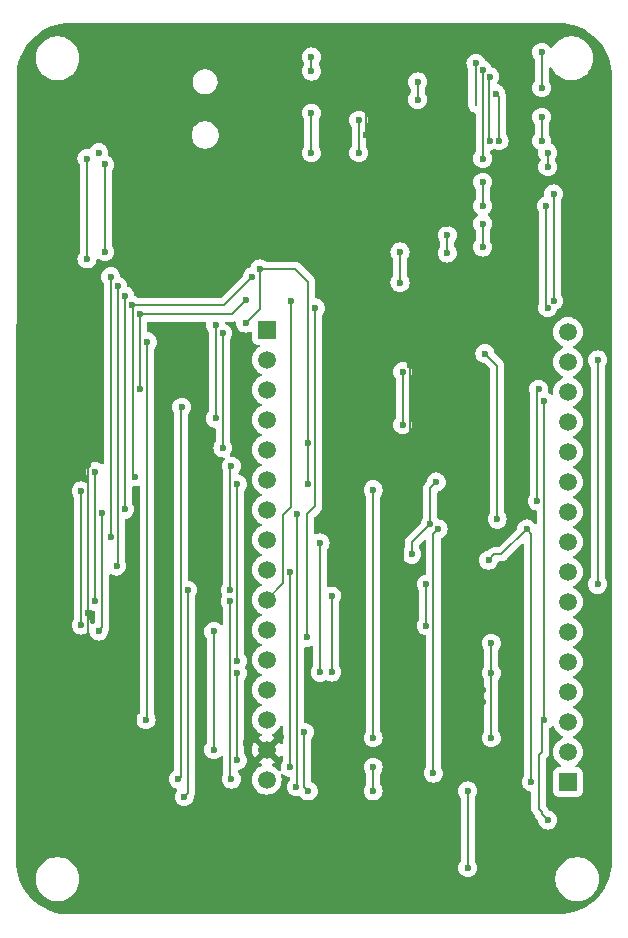
<source format=gbr>
%TF.GenerationSoftware,KiCad,Pcbnew,8.0.5*%
%TF.CreationDate,2024-11-08T10:54:30-05:00*%
%TF.ProjectId,Main,4d61696e-2e6b-4696-9361-645f70636258,rev?*%
%TF.SameCoordinates,Original*%
%TF.FileFunction,Copper,L4,Bot*%
%TF.FilePolarity,Positive*%
%FSLAX46Y46*%
G04 Gerber Fmt 4.6, Leading zero omitted, Abs format (unit mm)*
G04 Created by KiCad (PCBNEW 8.0.5) date 2024-11-08 10:54:30*
%MOMM*%
%LPD*%
G01*
G04 APERTURE LIST*
%TA.AperFunction,Conductor*%
%ADD10C,0.200000*%
%TD*%
%TA.AperFunction,ComponentPad*%
%ADD11R,1.500000X1.500000*%
%TD*%
%TA.AperFunction,ComponentPad*%
%ADD12C,1.500000*%
%TD*%
%TA.AperFunction,ViaPad*%
%ADD13C,0.600000*%
%TD*%
G04 APERTURE END LIST*
D10*
%TO.N,LCD_DIN*%
X178265534Y-102075534D02*
X178265534Y-83075534D01*
X145765534Y-106075534D02*
X145765534Y-116075534D01*
%TD*%
D11*
%TO.P,J8,1,1*%
%TO.N,unconnected-(J8-Pad1)*%
X150265534Y-80535534D03*
D12*
%TO.P,J8,2,2*%
%TO.N,unconnected-(J8-Pad2)*%
X150265534Y-83075534D03*
%TO.P,J8,3,3*%
%TO.N,ANO_SW3*%
X150265534Y-85615534D03*
%TO.P,J8,4,4*%
%TO.N,ANO_SW4*%
X150265534Y-88155534D03*
%TO.P,J8,5,5*%
%TO.N,ANO_SW5*%
X150265534Y-90695534D03*
%TO.P,J8,6,6*%
%TO.N,ANO_SW2*%
X150265534Y-93235534D03*
%TO.P,J8,7,7*%
%TO.N,ANO_SW1*%
X150265534Y-95775534D03*
%TO.P,J8,8,8*%
%TO.N,ANO_ENCA*%
X150265534Y-98315534D03*
%TO.P,J8,9,9*%
%TO.N,ANO_ENCB*%
X150265534Y-100855534D03*
%TO.P,J8,10,10*%
%TO.N,W_DAT*%
X150265534Y-103395534D03*
%TO.P,J8,11,11*%
%TO.N,W_SCK*%
X150265534Y-105935534D03*
%TO.P,J8,12,12*%
%TO.N,IMU_VOUT*%
X150265534Y-108475534D03*
%TO.P,J8,13,13*%
%TO.N,ANO_COMB*%
X150265534Y-111015534D03*
%TO.P,J8,14,14*%
%TO.N,ANO_COMA*%
X150265534Y-113555534D03*
%TO.P,J8,15,15*%
%TO.N,GND*%
X150265534Y-116095534D03*
%TO.P,J8,16,16*%
%TO.N,5VEXT*%
X150265534Y-118635534D03*
%TD*%
D11*
%TO.P,J9,1,1*%
%TO.N,3V3EXT*%
X175765534Y-118815534D03*
D12*
%TO.P,J9,2,2*%
%TO.N,unconnected-(J9-Pad2)*%
X175765534Y-116275534D03*
%TO.P,J9,3,3*%
%TO.N,VBR_MTR_EN1*%
X175765534Y-113735534D03*
%TO.P,J9,4,4*%
%TO.N,MTR_EN1*%
X175765534Y-111195534D03*
%TO.P,J9,5,5*%
%TO.N,MTR_DIR1*%
X175765534Y-108655534D03*
%TO.P,J9,6,6*%
%TO.N,MTR_DIR2*%
X175765534Y-106115534D03*
%TO.P,J9,7,7*%
%TO.N,MTR_IN1*%
X175765534Y-103575534D03*
%TO.P,J9,8,8*%
%TO.N,LCD_CS*%
X175765534Y-101035534D03*
%TO.P,J9,9,9*%
%TO.N,LCD_CLK*%
X175765534Y-98495534D03*
%TO.P,J9,10,10*%
%TO.N,LCD_RST*%
X175765534Y-95955534D03*
%TO.P,J9,11,11*%
%TO.N,SDA*%
X175765534Y-93415534D03*
%TO.P,J9,12,12*%
%TO.N,LCD_BL*%
X175765534Y-90875534D03*
%TO.P,J9,13,13*%
%TO.N,LCD_DS*%
X175765534Y-88335534D03*
%TO.P,J9,14,14*%
%TO.N,SCL*%
X175765534Y-85795534D03*
%TO.P,J9,15,15*%
%TO.N,LCD_DIN*%
X175765534Y-83255534D03*
%TO.P,J9,16,16*%
%TO.N,unconnected-(J9-Pad16)*%
X175765534Y-80715534D03*
%TD*%
D13*
%TO.N,3V3EXT*%
X149665534Y-75375534D03*
X167265534Y-126075534D03*
X159265534Y-119575534D03*
X168730534Y-82545534D03*
X153765534Y-90075534D03*
X161765534Y-84075534D03*
X167265534Y-119575534D03*
X159265534Y-117575534D03*
X153765534Y-119575534D03*
X169035534Y-100035534D03*
X148465534Y-79975534D03*
X153431221Y-114605534D03*
X153765534Y-93575534D03*
X172265534Y-97395534D03*
X172665534Y-118815534D03*
X161765534Y-88575534D03*
X169765534Y-96575534D03*
%TO.N,GND*%
X160535534Y-86035534D03*
X160535534Y-111035534D03*
X130535534Y-65035534D03*
X156765534Y-120075534D03*
X170785534Y-61535534D03*
X164535534Y-58035534D03*
X131535534Y-108185534D03*
X156785534Y-99535534D03*
X161765534Y-108575534D03*
X162265534Y-92575534D03*
X132285534Y-97535534D03*
X148500000Y-115500000D03*
X156000000Y-118500000D03*
X141535534Y-75785534D03*
X158635534Y-64035534D03*
X170535534Y-68675534D03*
X151500000Y-115000000D03*
X135135534Y-104535534D03*
X165535534Y-64535534D03*
X135035534Y-115035534D03*
X130035534Y-60535534D03*
X165535534Y-68535534D03*
X131535534Y-101885534D03*
X165535534Y-71535534D03*
X160535534Y-112805534D03*
X168535534Y-111035534D03*
X131285534Y-73285534D03*
X132035534Y-88285534D03*
X135135534Y-91969847D03*
X130535534Y-67535534D03*
X170535534Y-66535534D03*
X168535534Y-112035534D03*
X161500000Y-116500000D03*
X158535534Y-61535534D03*
X161765534Y-104175534D03*
X132035534Y-122785534D03*
X162365534Y-83525534D03*
X167035534Y-100035534D03*
X132285534Y-112035534D03*
X163265534Y-93575534D03*
X163265534Y-91075534D03*
X132035534Y-84035534D03*
%TO.N,5VEXT*%
X174035534Y-65530534D03*
X167969847Y-57969847D03*
X163035534Y-59535534D03*
X159265534Y-115075534D03*
X173535534Y-57035534D03*
X135735534Y-92541397D03*
X174035534Y-66730534D03*
X163035534Y-61035534D03*
X169265534Y-107075534D03*
X147265534Y-118575534D03*
X136035534Y-65535534D03*
X169265534Y-115075534D03*
X169265534Y-109575534D03*
X147165534Y-103535534D03*
X135735534Y-103535534D03*
X173535534Y-60035534D03*
X159265534Y-94075534D03*
%TO.N,Net-(DNP1-Pad1)*%
X154035534Y-57435534D03*
X154035534Y-58635534D03*
%TO.N,Net-(DNP2-Pad1)*%
X154035534Y-62183834D03*
X154035534Y-65535534D03*
%TO.N,Net-(U3-RATE)*%
X173535534Y-64535534D03*
X169935537Y-64535534D03*
X169635534Y-60535534D03*
X173535534Y-62535534D03*
%TO.N,Net-(U4-RESET'_OR_PG)*%
X164765534Y-97395534D03*
X164365534Y-118075534D03*
%TO.N,Net-(J6-Pad2)*%
X163765534Y-105575534D03*
X163765534Y-102075534D03*
%TO.N,Net-(J6-Pad1)*%
X155765534Y-103075534D03*
X155765534Y-109520532D03*
%TO.N,VBR_MTR_EN1*%
X173765534Y-113575534D03*
X173765534Y-86575534D03*
X174035534Y-122035534D03*
%TO.N,LCD_CLK*%
X147765534Y-109575534D03*
X154765534Y-98575534D03*
X154775751Y-109539163D03*
X147765534Y-116985534D03*
%TO.N,LCD_CS*%
X152231221Y-117575534D03*
X152231221Y-101075534D03*
%TO.N,LCD_DS*%
X143053385Y-87075534D03*
X142765534Y-118575534D03*
%TO.N,LCD_DIN*%
X145765534Y-116075534D03*
X178265534Y-83075534D03*
X178265534Y-102075534D03*
X145765534Y-106075534D03*
%TO.N,LCD_RST*%
X152831221Y-96141221D03*
X152765534Y-119235534D03*
%TO.N,LCD_BL*%
X147265534Y-92075534D03*
X143565534Y-102575534D03*
X147165534Y-102575534D03*
X143265534Y-120075534D03*
%TO.N,SDA*%
X164605534Y-93415534D03*
X136335534Y-96035534D03*
X162535534Y-99535534D03*
X136035534Y-106035534D03*
X164091715Y-96964290D03*
%TO.N,SCL*%
X173265534Y-85575534D03*
X173165534Y-95035534D03*
X134535534Y-105535534D03*
X134535534Y-94175534D03*
%TO.N,Net-(U3-INA-)*%
X168535534Y-71535534D03*
X168535534Y-73535534D03*
%TO.N,Net-(U3-INA+)*%
X165535534Y-74035534D03*
X165535534Y-72535534D03*
%TO.N,Net-(U3-VBG)*%
X168535534Y-68035534D03*
X168535534Y-70035534D03*
%TO.N,/Load_Cell_and_Amplifier/A-*%
X135035534Y-66035534D03*
X135035534Y-74535534D03*
%TO.N,/Load_Cell_and_Amplifier/A+*%
X136535534Y-66535534D03*
X161535534Y-73935534D03*
X136535534Y-73935534D03*
X161535534Y-76535534D03*
%TO.N,Net-(Q3-C)*%
X168535534Y-66035534D03*
X168535534Y-58535534D03*
%TO.N,W_DAT*%
X174547683Y-78060955D03*
X152265534Y-78075534D03*
X174535534Y-69035534D03*
%TO.N,W_SCK*%
X153665534Y-106575534D03*
X173935534Y-70035534D03*
X174035534Y-78675534D03*
X154365534Y-78675534D03*
%TO.N,Net-(Q3-B)*%
X169135534Y-64535534D03*
X169135534Y-59101221D03*
%TO.N,IMU_VOUT*%
X147765534Y-93575534D03*
X147765534Y-108575534D03*
%TO.N,ANO_SW4*%
X145935534Y-88035534D03*
X145935534Y-80135534D03*
%TO.N,ANO_ENCA*%
X137035534Y-76035534D03*
X137035534Y-98035534D03*
%TO.N,ANO_COMA*%
X140135534Y-81535534D03*
X140035534Y-113535534D03*
%TO.N,ANO_SW2*%
X149035534Y-76035534D03*
X138835534Y-78435534D03*
X139095534Y-92975534D03*
%TO.N,ANO_SW1*%
X138235534Y-77635534D03*
X138235534Y-95735534D03*
%TO.N,ANO_SW3*%
X139535534Y-85535534D03*
X148535534Y-78035534D03*
X139535534Y-79235534D03*
%TO.N,ANO_SW5*%
X146535534Y-80835534D03*
X146535534Y-90535534D03*
%TO.N,ANO_ENCB*%
X137635534Y-76835534D03*
X137535534Y-100535534D03*
%TO.N,/Load_Cell_and_Amplifier/AVDD*%
X158035534Y-62783834D03*
X158035534Y-65535534D03*
%TD*%
D10*
%TO.N,3V3EXT*%
X153431221Y-119241221D02*
X153765534Y-119575534D01*
X153431221Y-114605534D02*
X153431221Y-119241221D01*
X152665534Y-75375534D02*
X153765534Y-76475534D01*
X169035534Y-100035534D02*
X169535534Y-99535534D01*
X149665534Y-75375534D02*
X152665534Y-75375534D01*
X168730534Y-82545534D02*
X169765534Y-83580534D01*
X169535534Y-99535534D02*
X170125534Y-99535534D01*
X161765534Y-84075534D02*
X161765534Y-88575534D01*
X169765534Y-83580534D02*
X169765534Y-96575534D01*
X167265534Y-126075534D02*
X167265534Y-119575534D01*
X159265534Y-117575534D02*
X159265534Y-119575534D01*
X153765534Y-90075534D02*
X153765534Y-93575534D01*
X170125534Y-99535534D02*
X172265534Y-97395534D01*
X153765534Y-76475534D02*
X153765534Y-90075534D01*
X149665534Y-78775534D02*
X148465534Y-79975534D01*
X172665534Y-97795534D02*
X172665534Y-118815534D01*
X172265534Y-97395534D02*
X172665534Y-97795534D01*
X149665534Y-75375534D02*
X149665534Y-78775534D01*
%TO.N,GND*%
X156000000Y-118500000D02*
X156765534Y-119265534D01*
X135035534Y-115035534D02*
X135135534Y-114935534D01*
X165535534Y-71535534D02*
X165535534Y-68535534D01*
X135135534Y-91969847D02*
X135135534Y-104535534D01*
X135135534Y-114935534D02*
X135135534Y-104535534D01*
X160535534Y-115535534D02*
X160535534Y-112805534D01*
X130535534Y-65035534D02*
X130535534Y-67535534D01*
X158535534Y-61535534D02*
X158635534Y-61635534D01*
X162365534Y-83525534D02*
X162365534Y-92475534D01*
X168535534Y-112035534D02*
X168535534Y-111035534D01*
X163265534Y-93575534D02*
X163265534Y-91075534D01*
X161765534Y-108575534D02*
X161765534Y-104175534D01*
X162365534Y-92475534D02*
X162265534Y-92575534D01*
X156765534Y-119265534D02*
X156765534Y-120075534D01*
X161765534Y-95075534D02*
X163265534Y-93575534D01*
X131535534Y-101885534D02*
X131535534Y-108185534D01*
X160535534Y-112805534D02*
X160535534Y-111035534D01*
X161500000Y-116500000D02*
X160535534Y-115535534D01*
X170535534Y-66535534D02*
X170535534Y-68675534D01*
X165535534Y-64535534D02*
X165535534Y-68535534D01*
X161765534Y-104175534D02*
X161765534Y-95075534D01*
X158635534Y-61635534D02*
X158635534Y-64035534D01*
%TO.N,5VEXT*%
X169265534Y-115075534D02*
X169265534Y-109575534D01*
X159265534Y-94075534D02*
X159265534Y-115075534D01*
X167935534Y-58004160D02*
X167935534Y-61535534D01*
X135735534Y-92541397D02*
X135735534Y-103535534D01*
X169265534Y-109575534D02*
X169265534Y-107075534D01*
X147165534Y-103535534D02*
X147165534Y-118475534D01*
X163035534Y-59535534D02*
X163035534Y-61035534D01*
X147165534Y-118475534D02*
X147265534Y-118575534D01*
X167969847Y-57969847D02*
X167935534Y-58004160D01*
X174035534Y-65530534D02*
X174035534Y-66730534D01*
X173535534Y-57035534D02*
X173535534Y-60035534D01*
%TO.N,Net-(DNP1-Pad1)*%
X154035534Y-57435534D02*
X154035534Y-58635534D01*
%TO.N,Net-(DNP2-Pad1)*%
X154035534Y-65535534D02*
X154035534Y-62183834D01*
%TO.N,Net-(U3-RATE)*%
X169935537Y-60835537D02*
X169935537Y-64535534D01*
X169635534Y-60535534D02*
X169935537Y-60835537D01*
X173535534Y-64535534D02*
X173535534Y-62535534D01*
%TO.N,Net-(U4-RESET'_OR_PG)*%
X164365534Y-97795534D02*
X164365534Y-118075534D01*
X164765534Y-97395534D02*
X164365534Y-97795534D01*
%TO.N,Net-(J6-Pad2)*%
X163765534Y-105575534D02*
X163765534Y-102075534D01*
%TO.N,Net-(J6-Pad1)*%
X155765534Y-109520532D02*
X155765534Y-103075534D01*
%TO.N,VBR_MTR_EN1*%
X173535534Y-121345534D02*
X173265534Y-121075534D01*
X173565534Y-113775534D02*
X173765534Y-113575534D01*
X173765534Y-86575534D02*
X173765534Y-113575534D01*
X174035534Y-122035534D02*
X173535534Y-121535534D01*
X173535534Y-121535534D02*
X173535534Y-121345534D01*
X173565534Y-116275534D02*
X173565534Y-113775534D01*
X173265534Y-121075534D02*
X173265534Y-116575534D01*
X173265534Y-116575534D02*
X173565534Y-116275534D01*
%TO.N,LCD_CLK*%
X147765534Y-116985534D02*
X147765534Y-109575534D01*
X154775751Y-98585751D02*
X154765534Y-98575534D01*
X154775751Y-109539163D02*
X154775751Y-98585751D01*
%TO.N,LCD_CS*%
X152231221Y-117575534D02*
X152231221Y-101075534D01*
%TO.N,LCD_DS*%
X142965534Y-118375534D02*
X142765534Y-118575534D01*
X142965534Y-87163385D02*
X142965534Y-118375534D01*
X143053385Y-87075534D02*
X142965534Y-87163385D01*
%TO.N,LCD_RST*%
X152831221Y-119169847D02*
X152765534Y-119235534D01*
X152831221Y-96141221D02*
X152831221Y-119169847D01*
%TO.N,LCD_BL*%
X143565534Y-102575534D02*
X143565534Y-119775534D01*
X147265534Y-92075534D02*
X147165534Y-92175534D01*
X143565534Y-119775534D02*
X143265534Y-120075534D01*
X147165534Y-92175534D02*
X147165534Y-102575534D01*
%TO.N,SDA*%
X164605534Y-93415534D02*
X164091715Y-93929353D01*
X164091715Y-93929353D02*
X164091715Y-96964290D01*
X136335534Y-96035534D02*
X136335534Y-105735534D01*
X162535534Y-99535534D02*
X162535534Y-98520471D01*
X162535534Y-98520471D02*
X164091715Y-96964290D01*
X136335534Y-105735534D02*
X136035534Y-106035534D01*
%TO.N,SCL*%
X173165534Y-85675534D02*
X173265534Y-85575534D01*
X134535534Y-94175534D02*
X134535534Y-105535534D01*
X173165534Y-95035534D02*
X173165534Y-85675534D01*
%TO.N,Net-(U3-INA-)*%
X168535534Y-73535534D02*
X168535534Y-71535534D01*
%TO.N,Net-(U3-INA+)*%
X165535534Y-72535534D02*
X165535534Y-74035534D01*
%TO.N,Net-(U3-VBG)*%
X168535534Y-68035534D02*
X168535534Y-70035534D01*
%TO.N,/Load_Cell_and_Amplifier/A-*%
X135035534Y-66035534D02*
X135035534Y-74535534D01*
%TO.N,/Load_Cell_and_Amplifier/A+*%
X136535534Y-66535534D02*
X136535534Y-73935534D01*
X161535534Y-73935534D02*
X161535534Y-76535534D01*
%TO.N,Net-(Q3-C)*%
X168535534Y-58535534D02*
X168535534Y-66035534D01*
%TO.N,W_DAT*%
X174535534Y-69035534D02*
X174535534Y-78048806D01*
X151665534Y-100792692D02*
X151665534Y-96175534D01*
X150265534Y-103395534D02*
X151665534Y-101995534D01*
X152265534Y-78075534D02*
X152265534Y-95575534D01*
X151665534Y-101995534D02*
X151665534Y-101358376D01*
X174535534Y-78048806D02*
X174547683Y-78060955D01*
X151631221Y-100827005D02*
X151665534Y-100792692D01*
X151665534Y-96175534D02*
X152265534Y-95575534D01*
X151631221Y-101324063D02*
X151631221Y-100827005D01*
X151665534Y-101358376D02*
X151631221Y-101324063D01*
%TO.N,W_SCK*%
X173935534Y-70035534D02*
X173935534Y-78575534D01*
X154365534Y-78675534D02*
X154365534Y-95455437D01*
X154365534Y-95455437D02*
X153665534Y-96155437D01*
X173935534Y-78575534D02*
X174035534Y-78675534D01*
X153665534Y-96155437D02*
X153665534Y-106575534D01*
%TO.N,Net-(Q3-B)*%
X169035534Y-59201221D02*
X169035534Y-64435534D01*
X169035534Y-64435534D02*
X169135534Y-64535534D01*
X169135534Y-59101221D02*
X169035534Y-59201221D01*
%TO.N,IMU_VOUT*%
X147765534Y-93575534D02*
X147765534Y-108575534D01*
%TO.N,ANO_SW4*%
X145935534Y-80135534D02*
X145935534Y-88035534D01*
%TO.N,ANO_ENCA*%
X137035534Y-76035534D02*
X137035534Y-98035534D01*
%TO.N,ANO_COMA*%
X140135534Y-113435534D02*
X140035534Y-113535534D01*
X140135534Y-81535534D02*
X140135534Y-113435534D01*
%TO.N,ANO_SW2*%
X138835534Y-78435534D02*
X146635534Y-78435534D01*
X138835534Y-78435534D02*
X138935534Y-78535534D01*
X138935534Y-92815534D02*
X139095534Y-92975534D01*
X146635534Y-78435534D02*
X149035534Y-76035534D01*
X138935534Y-78535534D02*
X138935534Y-92815534D01*
%TO.N,ANO_SW1*%
X138235534Y-95735534D02*
X138235534Y-77635534D01*
%TO.N,ANO_SW3*%
X139535534Y-79235534D02*
X147335534Y-79235534D01*
X147335534Y-79235534D02*
X148535534Y-78035534D01*
X139535534Y-79235534D02*
X139535534Y-85535534D01*
%TO.N,ANO_SW5*%
X146535534Y-80835534D02*
X146535534Y-90535534D01*
%TO.N,ANO_ENCB*%
X137635534Y-76835534D02*
X137635534Y-100435534D01*
X137635534Y-100435534D02*
X137535534Y-100535534D01*
%TO.N,/Load_Cell_and_Amplifier/AVDD*%
X158035534Y-65535534D02*
X158035534Y-62783834D01*
%TD*%
%TA.AperFunction,Conductor*%
%TO.N,GND*%
G36*
X151308658Y-116785104D02*
G01*
X151352202Y-116722919D01*
X151352203Y-116722917D01*
X151394339Y-116632557D01*
X151440511Y-116580117D01*
X151507704Y-116560965D01*
X151574585Y-116581180D01*
X151619920Y-116634345D01*
X151630721Y-116684961D01*
X151630721Y-116993121D01*
X151611036Y-117060160D01*
X151603671Y-117070430D01*
X151601407Y-117073268D01*
X151505432Y-117226010D01*
X151445852Y-117396279D01*
X151445851Y-117396284D01*
X151425656Y-117575530D01*
X151425656Y-117575538D01*
X151443364Y-117732712D01*
X151431309Y-117801534D01*
X151383960Y-117852913D01*
X151316349Y-117870537D01*
X151249944Y-117848810D01*
X151231441Y-117832005D01*
X151230961Y-117832486D01*
X151153258Y-117754783D01*
X151072411Y-117673936D01*
X150911555Y-117561303D01*
X150893172Y-117548431D01*
X150741358Y-117477639D01*
X150688919Y-117431466D01*
X150669767Y-117364273D01*
X150689983Y-117297392D01*
X150741359Y-117252874D01*
X150892922Y-117182200D01*
X150955105Y-117138658D01*
X150394944Y-116578496D01*
X150458527Y-116561459D01*
X150572541Y-116495633D01*
X150665633Y-116402541D01*
X150731459Y-116288527D01*
X150748496Y-116224943D01*
X151308658Y-116785104D01*
G37*
%TD.AperFunction*%
%TA.AperFunction,Conductor*%
G36*
X151574586Y-114042365D02*
G01*
X151619920Y-114095530D01*
X151630721Y-114146145D01*
X151630721Y-115506107D01*
X151611036Y-115573146D01*
X151558232Y-115618901D01*
X151489074Y-115628845D01*
X151425518Y-115599820D01*
X151394339Y-115558512D01*
X151352201Y-115468148D01*
X151352200Y-115468146D01*
X151308658Y-115405962D01*
X151308658Y-115405961D01*
X150748496Y-115966123D01*
X150731459Y-115902541D01*
X150665633Y-115788527D01*
X150572541Y-115695435D01*
X150458527Y-115629609D01*
X150394943Y-115612571D01*
X150955105Y-115052408D01*
X150892921Y-115008867D01*
X150741358Y-114938192D01*
X150688919Y-114892020D01*
X150669767Y-114824826D01*
X150689983Y-114757945D01*
X150741356Y-114713429D01*
X150893173Y-114642636D01*
X151072411Y-114517132D01*
X151227132Y-114362411D01*
X151352636Y-114183173D01*
X151394339Y-114093739D01*
X151440511Y-114041301D01*
X151507705Y-114022149D01*
X151574586Y-114042365D01*
G37*
%TD.AperFunction*%
%TA.AperFunction,Conductor*%
G36*
X135326005Y-104223618D02*
G01*
X135341992Y-104233663D01*
X135386009Y-104261322D01*
X135386012Y-104261323D01*
X135556279Y-104320902D01*
X135624918Y-104328635D01*
X135689330Y-104355700D01*
X135728886Y-104413294D01*
X135735034Y-104451855D01*
X135735034Y-105210409D01*
X135715349Y-105277448D01*
X135677007Y-105315402D01*
X135533273Y-105405716D01*
X135528197Y-105410793D01*
X135466872Y-105444275D01*
X135397181Y-105439287D01*
X135341249Y-105397412D01*
X135324969Y-105362233D01*
X135323202Y-105362852D01*
X135316928Y-105344923D01*
X135261323Y-105186012D01*
X135165350Y-105033272D01*
X135165348Y-105033270D01*
X135165347Y-105033268D01*
X135163084Y-105030430D01*
X135162193Y-105028249D01*
X135161645Y-105027376D01*
X135161798Y-105027279D01*
X135136678Y-104965743D01*
X135136034Y-104953121D01*
X135136034Y-104328612D01*
X135155719Y-104261573D01*
X135208523Y-104215818D01*
X135277681Y-104205874D01*
X135326005Y-104223618D01*
G37*
%TD.AperFunction*%
%TA.AperFunction,Conductor*%
G36*
X175002702Y-54571686D02*
G01*
X175002748Y-54571688D01*
X175386769Y-54588454D01*
X175397502Y-54589394D01*
X175775961Y-54639219D01*
X175786596Y-54641094D01*
X176159277Y-54723716D01*
X176169702Y-54726509D01*
X176533755Y-54841297D01*
X176543905Y-54844991D01*
X176826625Y-54962098D01*
X176896558Y-54991066D01*
X176906358Y-54995636D01*
X177244940Y-55171892D01*
X177254287Y-55177288D01*
X177576220Y-55382385D01*
X177576225Y-55382388D01*
X177585086Y-55388593D01*
X177887899Y-55620953D01*
X177896186Y-55627906D01*
X178177608Y-55885784D01*
X178185257Y-55893433D01*
X178443132Y-56174858D01*
X178450086Y-56183146D01*
X178682445Y-56485968D01*
X178688649Y-56494829D01*
X178893731Y-56816748D01*
X178899140Y-56826116D01*
X179008153Y-57035534D01*
X179075387Y-57164691D01*
X179079959Y-57174496D01*
X179226031Y-57527156D01*
X179229730Y-57537321D01*
X179344501Y-57901344D01*
X179347301Y-57911793D01*
X179429913Y-58284452D01*
X179431791Y-58295105D01*
X179481607Y-58673534D01*
X179482550Y-58684311D01*
X179499381Y-59069914D01*
X179499499Y-59075321D01*
X179499499Y-59146940D01*
X179499500Y-59146953D01*
X179499500Y-125497293D01*
X179499382Y-125502702D01*
X179482614Y-125886750D01*
X179481671Y-125897526D01*
X179431849Y-126275957D01*
X179429971Y-126286610D01*
X179347354Y-126659272D01*
X179344554Y-126669721D01*
X179229775Y-127033755D01*
X179226075Y-127043921D01*
X179080002Y-127396572D01*
X179075430Y-127406376D01*
X178899183Y-127744942D01*
X178893775Y-127754310D01*
X178688681Y-128076244D01*
X178682476Y-128085105D01*
X178450110Y-128387930D01*
X178443156Y-128396217D01*
X178185284Y-128677635D01*
X178177635Y-128685284D01*
X177896217Y-128943156D01*
X177887930Y-128950110D01*
X177585105Y-129182476D01*
X177576244Y-129188681D01*
X177254310Y-129393775D01*
X177244942Y-129399183D01*
X176906376Y-129575430D01*
X176896572Y-129580002D01*
X176543921Y-129726075D01*
X176533755Y-129729775D01*
X176169721Y-129844554D01*
X176159272Y-129847354D01*
X175786610Y-129929971D01*
X175775957Y-129931849D01*
X175397526Y-129981671D01*
X175386750Y-129982614D01*
X175002703Y-129999382D01*
X174997294Y-129999500D01*
X174926680Y-129999500D01*
X174925711Y-129999563D01*
X133538264Y-130035030D01*
X133532750Y-130034912D01*
X133148776Y-130018151D01*
X133138000Y-130017208D01*
X132868059Y-129981671D01*
X132759565Y-129967388D01*
X132748912Y-129965510D01*
X132376246Y-129882895D01*
X132365797Y-129880095D01*
X132001756Y-129765315D01*
X131991601Y-129761619D01*
X131638928Y-129615541D01*
X131629145Y-129610979D01*
X131290557Y-129434723D01*
X131281189Y-129429314D01*
X130959265Y-129224229D01*
X130950403Y-129218024D01*
X130647577Y-128985661D01*
X130639290Y-128978708D01*
X130608080Y-128950110D01*
X130357861Y-128720829D01*
X130350212Y-128713180D01*
X130092330Y-128431754D01*
X130085377Y-128423467D01*
X129853012Y-128120649D01*
X129846807Y-128111788D01*
X129817526Y-128065827D01*
X129641713Y-127789858D01*
X129636306Y-127780493D01*
X129558815Y-127631638D01*
X129460049Y-127441913D01*
X129455477Y-127432108D01*
X129309404Y-127079463D01*
X129305704Y-127069298D01*
X129297702Y-127043921D01*
X129256815Y-126914245D01*
X130685034Y-126914245D01*
X130685034Y-127156822D01*
X130716695Y-127397319D01*
X130779481Y-127631638D01*
X130872307Y-127855739D01*
X130872310Y-127855746D01*
X130993598Y-128065823D01*
X130993600Y-128065826D01*
X130993601Y-128065827D01*
X131141267Y-128258270D01*
X131141273Y-128258277D01*
X131312790Y-128429794D01*
X131312796Y-128429799D01*
X131505245Y-128577470D01*
X131715322Y-128698758D01*
X131939434Y-128791588D01*
X132173745Y-128854372D01*
X132354120Y-128878118D01*
X132414245Y-128886034D01*
X132414246Y-128886034D01*
X132656823Y-128886034D01*
X132704922Y-128879701D01*
X132897323Y-128854372D01*
X133131634Y-128791588D01*
X133355746Y-128698758D01*
X133565823Y-128577470D01*
X133758272Y-128429799D01*
X133929799Y-128258272D01*
X134077470Y-128065823D01*
X134198758Y-127855746D01*
X134291588Y-127631634D01*
X134354372Y-127397323D01*
X134386034Y-127156822D01*
X134386034Y-126914246D01*
X134386034Y-126914245D01*
X174685034Y-126914245D01*
X174685034Y-127156822D01*
X174716695Y-127397319D01*
X174779481Y-127631638D01*
X174872307Y-127855739D01*
X174872310Y-127855746D01*
X174993598Y-128065823D01*
X174993600Y-128065826D01*
X174993601Y-128065827D01*
X175141267Y-128258270D01*
X175141273Y-128258277D01*
X175312790Y-128429794D01*
X175312796Y-128429799D01*
X175505245Y-128577470D01*
X175715322Y-128698758D01*
X175939434Y-128791588D01*
X176173745Y-128854372D01*
X176354120Y-128878118D01*
X176414245Y-128886034D01*
X176414246Y-128886034D01*
X176656823Y-128886034D01*
X176704922Y-128879701D01*
X176897323Y-128854372D01*
X177131634Y-128791588D01*
X177355746Y-128698758D01*
X177565823Y-128577470D01*
X177758272Y-128429799D01*
X177929799Y-128258272D01*
X178077470Y-128065823D01*
X178198758Y-127855746D01*
X178291588Y-127631634D01*
X178354372Y-127397323D01*
X178386034Y-127156822D01*
X178386034Y-126914246D01*
X178354372Y-126673745D01*
X178291588Y-126439434D01*
X178198758Y-126215322D01*
X178077470Y-126005245D01*
X178013812Y-125922284D01*
X177929800Y-125812797D01*
X177929794Y-125812790D01*
X177758277Y-125641273D01*
X177758270Y-125641267D01*
X177565827Y-125493601D01*
X177565826Y-125493600D01*
X177565823Y-125493598D01*
X177355746Y-125372310D01*
X177355739Y-125372307D01*
X177131638Y-125279481D01*
X176897319Y-125216695D01*
X176656823Y-125185034D01*
X176656822Y-125185034D01*
X176414246Y-125185034D01*
X176414245Y-125185034D01*
X176173748Y-125216695D01*
X175939429Y-125279481D01*
X175715328Y-125372307D01*
X175715319Y-125372311D01*
X175505240Y-125493601D01*
X175312797Y-125641267D01*
X175312790Y-125641273D01*
X175141273Y-125812790D01*
X175141267Y-125812797D01*
X174993601Y-126005240D01*
X174872311Y-126215319D01*
X174872307Y-126215328D01*
X174779481Y-126439429D01*
X174716695Y-126673748D01*
X174685034Y-126914245D01*
X134386034Y-126914245D01*
X134354372Y-126673745D01*
X134291588Y-126439434D01*
X134198758Y-126215322D01*
X134077470Y-126005245D01*
X134013812Y-125922284D01*
X133929800Y-125812797D01*
X133929794Y-125812790D01*
X133758277Y-125641273D01*
X133758270Y-125641267D01*
X133565827Y-125493601D01*
X133565826Y-125493600D01*
X133565823Y-125493598D01*
X133355746Y-125372310D01*
X133355739Y-125372307D01*
X133131638Y-125279481D01*
X132897319Y-125216695D01*
X132656823Y-125185034D01*
X132656822Y-125185034D01*
X132414246Y-125185034D01*
X132414245Y-125185034D01*
X132173748Y-125216695D01*
X131939429Y-125279481D01*
X131715328Y-125372307D01*
X131715319Y-125372311D01*
X131505240Y-125493601D01*
X131312797Y-125641267D01*
X131312790Y-125641273D01*
X131141273Y-125812790D01*
X131141267Y-125812797D01*
X130993601Y-126005240D01*
X130872311Y-126215319D01*
X130872307Y-126215328D01*
X130779481Y-126439429D01*
X130716695Y-126673748D01*
X130685034Y-126914245D01*
X129256815Y-126914245D01*
X129190917Y-126705248D01*
X129188118Y-126694800D01*
X129162178Y-126577796D01*
X129105501Y-126322152D01*
X129103623Y-126311504D01*
X129053795Y-125933040D01*
X129052855Y-125922304D01*
X129036151Y-125539792D01*
X129036034Y-125534336D01*
X129039755Y-118575530D01*
X141959969Y-118575530D01*
X141959969Y-118575537D01*
X141980164Y-118754783D01*
X141980165Y-118754788D01*
X142039745Y-118925057D01*
X142127587Y-119064856D01*
X142135718Y-119077796D01*
X142263272Y-119205350D01*
X142416012Y-119301323D01*
X142586279Y-119360902D01*
X142592852Y-119363202D01*
X142591907Y-119365901D01*
X142641666Y-119393726D01*
X142674532Y-119455382D01*
X142668847Y-119525020D01*
X142640793Y-119568197D01*
X142635717Y-119573272D01*
X142539745Y-119726010D01*
X142480165Y-119896279D01*
X142480164Y-119896284D01*
X142459969Y-120075530D01*
X142459969Y-120075537D01*
X142480164Y-120254783D01*
X142480165Y-120254788D01*
X142539745Y-120425057D01*
X142635718Y-120577796D01*
X142763272Y-120705350D01*
X142916012Y-120801323D01*
X143086279Y-120860902D01*
X143086284Y-120860903D01*
X143265530Y-120881099D01*
X143265534Y-120881099D01*
X143265538Y-120881099D01*
X143444783Y-120860903D01*
X143444786Y-120860902D01*
X143444789Y-120860902D01*
X143615056Y-120801323D01*
X143767796Y-120705350D01*
X143895350Y-120577796D01*
X143991323Y-120425056D01*
X144050902Y-120254789D01*
X144056473Y-120205350D01*
X144064655Y-120132724D01*
X144080489Y-120084606D01*
X144105609Y-120041098D01*
X144125108Y-120007324D01*
X144125107Y-120007324D01*
X144125111Y-120007319D01*
X144166034Y-119854591D01*
X144166034Y-119696477D01*
X144166034Y-103157946D01*
X144185719Y-103090907D01*
X144193089Y-103080631D01*
X144195344Y-103077801D01*
X144195350Y-103077796D01*
X144291323Y-102925056D01*
X144350902Y-102754789D01*
X144350903Y-102754783D01*
X144371099Y-102575537D01*
X144371099Y-102575530D01*
X144350903Y-102396284D01*
X144350902Y-102396279D01*
X144319290Y-102305937D01*
X144291323Y-102226012D01*
X144195350Y-102073272D01*
X144067796Y-101945718D01*
X144062891Y-101942636D01*
X143915055Y-101849744D01*
X143744783Y-101790164D01*
X143676150Y-101782431D01*
X143611736Y-101755364D01*
X143572181Y-101697769D01*
X143566034Y-101659211D01*
X143566034Y-87746325D01*
X143585719Y-87679286D01*
X143602353Y-87658644D01*
X143622490Y-87638507D01*
X143683201Y-87577796D01*
X143779174Y-87425056D01*
X143838753Y-87254789D01*
X143839469Y-87248434D01*
X143858950Y-87075537D01*
X143858950Y-87075530D01*
X143838754Y-86896284D01*
X143838753Y-86896279D01*
X143790063Y-86757132D01*
X143779174Y-86726012D01*
X143683201Y-86573272D01*
X143555647Y-86445718D01*
X143519767Y-86423173D01*
X143402908Y-86349745D01*
X143232639Y-86290165D01*
X143232634Y-86290164D01*
X143053389Y-86269969D01*
X143053381Y-86269969D01*
X142874135Y-86290164D01*
X142874130Y-86290165D01*
X142703861Y-86349745D01*
X142551122Y-86445718D01*
X142423569Y-86573271D01*
X142327596Y-86726010D01*
X142268016Y-86896279D01*
X142268015Y-86896284D01*
X142247820Y-87075530D01*
X142247820Y-87075537D01*
X142268015Y-87254783D01*
X142268016Y-87254788D01*
X142327596Y-87425058D01*
X142346027Y-87454389D01*
X142365034Y-87520362D01*
X142365034Y-117813244D01*
X142345349Y-117880283D01*
X142307006Y-117918238D01*
X142263272Y-117945717D01*
X142135718Y-118073271D01*
X142039745Y-118226010D01*
X141980165Y-118396279D01*
X141980164Y-118396284D01*
X141959969Y-118575530D01*
X129039755Y-118575530D01*
X129052800Y-94175530D01*
X133729969Y-94175530D01*
X133729969Y-94175537D01*
X133750164Y-94354783D01*
X133750165Y-94354788D01*
X133809745Y-94525057D01*
X133846588Y-94583692D01*
X133893245Y-94657946D01*
X133905719Y-94677797D01*
X133907979Y-94680631D01*
X133908868Y-94682809D01*
X133909423Y-94683692D01*
X133909268Y-94683789D01*
X133934389Y-94745317D01*
X133935034Y-94757946D01*
X133935034Y-104953121D01*
X133915349Y-105020160D01*
X133907984Y-105030430D01*
X133905720Y-105033268D01*
X133809745Y-105186010D01*
X133750165Y-105356279D01*
X133750164Y-105356284D01*
X133729969Y-105535530D01*
X133729969Y-105535537D01*
X133750164Y-105714783D01*
X133750165Y-105714788D01*
X133809745Y-105885057D01*
X133861432Y-105967316D01*
X133905718Y-106037796D01*
X134033272Y-106165350D01*
X134096930Y-106205349D01*
X134175611Y-106254788D01*
X134186012Y-106261323D01*
X134356279Y-106320902D01*
X134356284Y-106320903D01*
X134535530Y-106341099D01*
X134535534Y-106341099D01*
X134535538Y-106341099D01*
X134714783Y-106320903D01*
X134714786Y-106320902D01*
X134714789Y-106320902D01*
X134885056Y-106261323D01*
X135037796Y-106165350D01*
X135042865Y-106160280D01*
X135104183Y-106126795D01*
X135173875Y-106131776D01*
X135229810Y-106173645D01*
X135246107Y-106208831D01*
X135247866Y-106208216D01*
X135309745Y-106385057D01*
X135376851Y-106491855D01*
X135405718Y-106537796D01*
X135533272Y-106665350D01*
X135686012Y-106761323D01*
X135856279Y-106820902D01*
X135856284Y-106820903D01*
X136035530Y-106841099D01*
X136035534Y-106841099D01*
X136035538Y-106841099D01*
X136214783Y-106820903D01*
X136214786Y-106820902D01*
X136214789Y-106820902D01*
X136385056Y-106761323D01*
X136537796Y-106665350D01*
X136665350Y-106537796D01*
X136761323Y-106385056D01*
X136820902Y-106214789D01*
X136821574Y-106208831D01*
X136834655Y-106092724D01*
X136850489Y-106044605D01*
X136854421Y-106037796D01*
X136893526Y-105970064D01*
X136895111Y-105967319D01*
X136936034Y-105814591D01*
X136936034Y-105656477D01*
X136936034Y-101328612D01*
X136955719Y-101261573D01*
X137008523Y-101215818D01*
X137077681Y-101205874D01*
X137126005Y-101223618D01*
X137130194Y-101226250D01*
X137186009Y-101261322D01*
X137356279Y-101320902D01*
X137356284Y-101320903D01*
X137535530Y-101341099D01*
X137535534Y-101341099D01*
X137535538Y-101341099D01*
X137714783Y-101320903D01*
X137714786Y-101320902D01*
X137714789Y-101320902D01*
X137885056Y-101261323D01*
X138037796Y-101165350D01*
X138165350Y-101037796D01*
X138261323Y-100885056D01*
X138320902Y-100714789D01*
X138320903Y-100714783D01*
X138341099Y-100535537D01*
X138341099Y-100535530D01*
X138320903Y-100356284D01*
X138320900Y-100356271D01*
X138261324Y-100186013D01*
X138255040Y-100176012D01*
X138236034Y-100110041D01*
X138236034Y-96651855D01*
X138255719Y-96584816D01*
X138308523Y-96539061D01*
X138346146Y-96528635D01*
X138414789Y-96520902D01*
X138585056Y-96461323D01*
X138737796Y-96365350D01*
X138865350Y-96237796D01*
X138961323Y-96085056D01*
X139020902Y-95914789D01*
X139020903Y-95914783D01*
X139041099Y-95735537D01*
X139041099Y-95735530D01*
X139020903Y-95556284D01*
X139020902Y-95556279D01*
X139016006Y-95542287D01*
X138961323Y-95386012D01*
X138960722Y-95385056D01*
X138881206Y-95258507D01*
X138865350Y-95233272D01*
X138865348Y-95233270D01*
X138865347Y-95233268D01*
X138863084Y-95230430D01*
X138862193Y-95228249D01*
X138861645Y-95227376D01*
X138861798Y-95227279D01*
X138836678Y-95165743D01*
X138836034Y-95153121D01*
X138836034Y-93890616D01*
X138855719Y-93823577D01*
X138908523Y-93777822D01*
X138973916Y-93767396D01*
X139042883Y-93775166D01*
X139095532Y-93781099D01*
X139095534Y-93781099D01*
X139095538Y-93781099D01*
X139274783Y-93760903D01*
X139274785Y-93760902D01*
X139274789Y-93760902D01*
X139274792Y-93760900D01*
X139274796Y-93760900D01*
X139370079Y-93727559D01*
X139439858Y-93723997D01*
X139500485Y-93758725D01*
X139532713Y-93820718D01*
X139535034Y-93844600D01*
X139535034Y-112852593D01*
X139515349Y-112919632D01*
X139498716Y-112940274D01*
X139405717Y-113033273D01*
X139309745Y-113186010D01*
X139250165Y-113356279D01*
X139250164Y-113356284D01*
X139229969Y-113535530D01*
X139229969Y-113535537D01*
X139250164Y-113714783D01*
X139250165Y-113714788D01*
X139309745Y-113885057D01*
X139372459Y-113984865D01*
X139405718Y-114037796D01*
X139533272Y-114165350D01*
X139596932Y-114205350D01*
X139677559Y-114256012D01*
X139686012Y-114261323D01*
X139856279Y-114320902D01*
X139856284Y-114320903D01*
X140035530Y-114341099D01*
X140035534Y-114341099D01*
X140035538Y-114341099D01*
X140214783Y-114320903D01*
X140214786Y-114320902D01*
X140214789Y-114320902D01*
X140385056Y-114261323D01*
X140537796Y-114165350D01*
X140665350Y-114037796D01*
X140761323Y-113885056D01*
X140820902Y-113714789D01*
X140823784Y-113689211D01*
X140841099Y-113535537D01*
X140841099Y-113535530D01*
X140820903Y-113356284D01*
X140820900Y-113356271D01*
X140761324Y-113186013D01*
X140755040Y-113176012D01*
X140736034Y-113110041D01*
X140736034Y-82117946D01*
X140755719Y-82050907D01*
X140763089Y-82040631D01*
X140765344Y-82037801D01*
X140765350Y-82037796D01*
X140861323Y-81885056D01*
X140920902Y-81714789D01*
X140925145Y-81677132D01*
X140941099Y-81535537D01*
X140941099Y-81535530D01*
X140920903Y-81356284D01*
X140920902Y-81356279D01*
X140914435Y-81337797D01*
X140861323Y-81186012D01*
X140860722Y-81185056D01*
X140765349Y-81033271D01*
X140637796Y-80905718D01*
X140485055Y-80809744D01*
X140314783Y-80750164D01*
X140246150Y-80742431D01*
X140181736Y-80715364D01*
X140142181Y-80657769D01*
X140136034Y-80619211D01*
X140136034Y-79960034D01*
X140155719Y-79892995D01*
X140208523Y-79847240D01*
X140260034Y-79836034D01*
X145024958Y-79836034D01*
X145091997Y-79855719D01*
X145137752Y-79908523D01*
X145148178Y-79973917D01*
X145129969Y-80135530D01*
X145129969Y-80135537D01*
X145150164Y-80314783D01*
X145150165Y-80314788D01*
X145209745Y-80485057D01*
X145270049Y-80581030D01*
X145294040Y-80619211D01*
X145305719Y-80637797D01*
X145307979Y-80640631D01*
X145308868Y-80642809D01*
X145309423Y-80643692D01*
X145309268Y-80643789D01*
X145334389Y-80705317D01*
X145335034Y-80717946D01*
X145335034Y-87453121D01*
X145315349Y-87520160D01*
X145307984Y-87530430D01*
X145305720Y-87533268D01*
X145209745Y-87686010D01*
X145150165Y-87856279D01*
X145150164Y-87856284D01*
X145129969Y-88035530D01*
X145129969Y-88035537D01*
X145150164Y-88214783D01*
X145150165Y-88214788D01*
X145209745Y-88385057D01*
X145305718Y-88537796D01*
X145433272Y-88665350D01*
X145444747Y-88672560D01*
X145575611Y-88754788D01*
X145586012Y-88761323D01*
X145756279Y-88820902D01*
X145824918Y-88828635D01*
X145889330Y-88855700D01*
X145928886Y-88913294D01*
X145935034Y-88951855D01*
X145935034Y-89953121D01*
X145915349Y-90020160D01*
X145907984Y-90030430D01*
X145905720Y-90033268D01*
X145809745Y-90186010D01*
X145750165Y-90356279D01*
X145750164Y-90356284D01*
X145729969Y-90535530D01*
X145729969Y-90535537D01*
X145750164Y-90714783D01*
X145750165Y-90714788D01*
X145809745Y-90885057D01*
X145905716Y-91037793D01*
X145905718Y-91037796D01*
X146033272Y-91165350D01*
X146186012Y-91261323D01*
X146310422Y-91304856D01*
X146356279Y-91320902D01*
X146356284Y-91320903D01*
X146535530Y-91341099D01*
X146535533Y-91341099D01*
X146535533Y-91341098D01*
X146535534Y-91341099D01*
X146557949Y-91338573D01*
X146626770Y-91350626D01*
X146678150Y-91397974D01*
X146695776Y-91465584D01*
X146674051Y-91531990D01*
X146659517Y-91549473D01*
X146635717Y-91573273D01*
X146539745Y-91726010D01*
X146480165Y-91896279D01*
X146480164Y-91896284D01*
X146459969Y-92075530D01*
X146459969Y-92075537D01*
X146480164Y-92254783D01*
X146480165Y-92254788D01*
X146539746Y-92425059D01*
X146546026Y-92435053D01*
X146565034Y-92501027D01*
X146565034Y-101993121D01*
X146545349Y-102060160D01*
X146537984Y-102070430D01*
X146535720Y-102073268D01*
X146439745Y-102226010D01*
X146380165Y-102396279D01*
X146380164Y-102396284D01*
X146359969Y-102575530D01*
X146359969Y-102575537D01*
X146380164Y-102754783D01*
X146380167Y-102754796D01*
X146439742Y-102925051D01*
X146480277Y-102989563D01*
X146499276Y-103056800D01*
X146480277Y-103121505D01*
X146439742Y-103186016D01*
X146380167Y-103356271D01*
X146380164Y-103356284D01*
X146359969Y-103535530D01*
X146359969Y-103535537D01*
X146380164Y-103714783D01*
X146380165Y-103714788D01*
X146439745Y-103885057D01*
X146470335Y-103933740D01*
X146515025Y-104004864D01*
X146535719Y-104037797D01*
X146537979Y-104040631D01*
X146538868Y-104042809D01*
X146539423Y-104043692D01*
X146539268Y-104043789D01*
X146564389Y-104105317D01*
X146565034Y-104117946D01*
X146565034Y-105443594D01*
X146545349Y-105510633D01*
X146492545Y-105556388D01*
X146423387Y-105566332D01*
X146359831Y-105537307D01*
X146353353Y-105531275D01*
X146267796Y-105445718D01*
X146115057Y-105349745D01*
X145944788Y-105290165D01*
X145944783Y-105290164D01*
X145765538Y-105269969D01*
X145765530Y-105269969D01*
X145586284Y-105290164D01*
X145586279Y-105290165D01*
X145416010Y-105349745D01*
X145263271Y-105445718D01*
X145135718Y-105573271D01*
X145039745Y-105726010D01*
X144980165Y-105896279D01*
X144980164Y-105896284D01*
X144959969Y-106075530D01*
X144959969Y-106075537D01*
X144980164Y-106254783D01*
X144980165Y-106254788D01*
X145039745Y-106425057D01*
X145093007Y-106509822D01*
X145132875Y-106573272D01*
X145135719Y-106577797D01*
X145137979Y-106580631D01*
X145138868Y-106582809D01*
X145139423Y-106583692D01*
X145139268Y-106583789D01*
X145164389Y-106645317D01*
X145165034Y-106657946D01*
X145165034Y-115493121D01*
X145145349Y-115560160D01*
X145137984Y-115570430D01*
X145135720Y-115573268D01*
X145039745Y-115726010D01*
X144980165Y-115896279D01*
X144980164Y-115896284D01*
X144959969Y-116075530D01*
X144959969Y-116075537D01*
X144980164Y-116254783D01*
X144980165Y-116254788D01*
X145039745Y-116425057D01*
X145091432Y-116507316D01*
X145135718Y-116577796D01*
X145263272Y-116705350D01*
X145353614Y-116762116D01*
X145398255Y-116790166D01*
X145416012Y-116801323D01*
X145436786Y-116808592D01*
X145586279Y-116860902D01*
X145586284Y-116860903D01*
X145765530Y-116881099D01*
X145765534Y-116881099D01*
X145765538Y-116881099D01*
X145944783Y-116860903D01*
X145944786Y-116860902D01*
X145944789Y-116860902D01*
X146115056Y-116801323D01*
X146267796Y-116705350D01*
X146353353Y-116619793D01*
X146414676Y-116586308D01*
X146484368Y-116591292D01*
X146540301Y-116633164D01*
X146564718Y-116698628D01*
X146565034Y-116707474D01*
X146565034Y-118150041D01*
X146546028Y-118216012D01*
X146539743Y-118226013D01*
X146480167Y-118396271D01*
X146480164Y-118396284D01*
X146459969Y-118575530D01*
X146459969Y-118575537D01*
X146480164Y-118754783D01*
X146480165Y-118754788D01*
X146539745Y-118925057D01*
X146627587Y-119064856D01*
X146635718Y-119077796D01*
X146763272Y-119205350D01*
X146916012Y-119301323D01*
X147086279Y-119360902D01*
X147086284Y-119360903D01*
X147265530Y-119381099D01*
X147265534Y-119381099D01*
X147265538Y-119381099D01*
X147444783Y-119360903D01*
X147444786Y-119360902D01*
X147444789Y-119360902D01*
X147615056Y-119301323D01*
X147767796Y-119205350D01*
X147895350Y-119077796D01*
X147991323Y-118925056D01*
X148050902Y-118754789D01*
X148052122Y-118743961D01*
X148071099Y-118575537D01*
X148071099Y-118575530D01*
X148050903Y-118396284D01*
X148050902Y-118396279D01*
X148038523Y-118360901D01*
X147991323Y-118226012D01*
X147966033Y-118185764D01*
X147916613Y-118107112D01*
X147895350Y-118073272D01*
X147810676Y-117988598D01*
X147777192Y-117927274D01*
X147782176Y-117857583D01*
X147824048Y-117801649D01*
X147884472Y-117777697D01*
X147944789Y-117770902D01*
X148115056Y-117711323D01*
X148267796Y-117615350D01*
X148395350Y-117487796D01*
X148491323Y-117335056D01*
X148550902Y-117164789D01*
X148550903Y-117164783D01*
X148571099Y-116985537D01*
X148571099Y-116985530D01*
X148550903Y-116806284D01*
X148550902Y-116806279D01*
X148533328Y-116756055D01*
X148491323Y-116636012D01*
X148489533Y-116633164D01*
X148444168Y-116560965D01*
X148395350Y-116483272D01*
X148395348Y-116483270D01*
X148395347Y-116483268D01*
X148393084Y-116480430D01*
X148392193Y-116478249D01*
X148391645Y-116477376D01*
X148391798Y-116477279D01*
X148366678Y-116415743D01*
X148366034Y-116403121D01*
X148366034Y-110157946D01*
X148385719Y-110090907D01*
X148393089Y-110080631D01*
X148395344Y-110077801D01*
X148395350Y-110077796D01*
X148491323Y-109925056D01*
X148550902Y-109754789D01*
X148552056Y-109744550D01*
X148571099Y-109575537D01*
X148571099Y-109575530D01*
X148550903Y-109396284D01*
X148550902Y-109396279D01*
X148491322Y-109226009D01*
X148438225Y-109141507D01*
X148419224Y-109074270D01*
X148438225Y-109009561D01*
X148491322Y-108925058D01*
X148498391Y-108904856D01*
X148550902Y-108754789D01*
X148557806Y-108693513D01*
X148571099Y-108575537D01*
X148571099Y-108575530D01*
X148550903Y-108396284D01*
X148550902Y-108396279D01*
X148497018Y-108242287D01*
X148491323Y-108226012D01*
X148468143Y-108189122D01*
X148395347Y-108073268D01*
X148393084Y-108070430D01*
X148392193Y-108068249D01*
X148391645Y-108067376D01*
X148391798Y-108067279D01*
X148366678Y-108005743D01*
X148366034Y-107993121D01*
X148366034Y-94157946D01*
X148385719Y-94090907D01*
X148393089Y-94080631D01*
X148395344Y-94077801D01*
X148395350Y-94077796D01*
X148491323Y-93925056D01*
X148550902Y-93754789D01*
X148553970Y-93727559D01*
X148571099Y-93575537D01*
X148571099Y-93575530D01*
X148550903Y-93396284D01*
X148550902Y-93396279D01*
X148534619Y-93349745D01*
X148491323Y-93226012D01*
X148395350Y-93073272D01*
X148267796Y-92945718D01*
X148180584Y-92890919D01*
X148115055Y-92849744D01*
X148026100Y-92818618D01*
X147944789Y-92790166D01*
X147944786Y-92790165D01*
X147938217Y-92787867D01*
X147939158Y-92785177D01*
X147889363Y-92757305D01*
X147856523Y-92695634D01*
X147862238Y-92625998D01*
X147890278Y-92582867D01*
X147895350Y-92577796D01*
X147991323Y-92425056D01*
X148050902Y-92254789D01*
X148053024Y-92235959D01*
X148071099Y-92075537D01*
X148071099Y-92075530D01*
X148050903Y-91896284D01*
X148050902Y-91896279D01*
X148035811Y-91853152D01*
X147991323Y-91726012D01*
X147895350Y-91573272D01*
X147767796Y-91445718D01*
X147683196Y-91392560D01*
X147615057Y-91349745D01*
X147444788Y-91290165D01*
X147444783Y-91290164D01*
X147265538Y-91269969D01*
X147265537Y-91269969D01*
X147265535Y-91269969D01*
X147265534Y-91269969D01*
X147243115Y-91272495D01*
X147174293Y-91260439D01*
X147122914Y-91213089D01*
X147105291Y-91145478D01*
X147127019Y-91079073D01*
X147141543Y-91061602D01*
X147165350Y-91037796D01*
X147261323Y-90885056D01*
X147320902Y-90714789D01*
X147320903Y-90714783D01*
X147341099Y-90535537D01*
X147341099Y-90535530D01*
X147320903Y-90356284D01*
X147320902Y-90356279D01*
X147261322Y-90186010D01*
X147191905Y-90075534D01*
X147165350Y-90033272D01*
X147165348Y-90033270D01*
X147165347Y-90033268D01*
X147163084Y-90030430D01*
X147162193Y-90028249D01*
X147161645Y-90027376D01*
X147161798Y-90027279D01*
X147136678Y-89965743D01*
X147136034Y-89953121D01*
X147136034Y-81417946D01*
X147155719Y-81350907D01*
X147163089Y-81340631D01*
X147165344Y-81337801D01*
X147165350Y-81337796D01*
X147261323Y-81185056D01*
X147320902Y-81014789D01*
X147330060Y-80933509D01*
X147341099Y-80835537D01*
X147341099Y-80835530D01*
X147320903Y-80656284D01*
X147320902Y-80656279D01*
X147314435Y-80637797D01*
X147261323Y-80486012D01*
X147260722Y-80485056D01*
X147165349Y-80333271D01*
X147037796Y-80205718D01*
X146885053Y-80109743D01*
X146805707Y-80081978D01*
X146748931Y-80041256D01*
X146723440Y-79978811D01*
X146722888Y-79973906D01*
X146734949Y-79905086D01*
X146782303Y-79853711D01*
X146846110Y-79836034D01*
X147248865Y-79836034D01*
X147248881Y-79836035D01*
X147256477Y-79836035D01*
X147414587Y-79836035D01*
X147414591Y-79836035D01*
X147508140Y-79810968D01*
X147577985Y-79812631D01*
X147635848Y-79851793D01*
X147663353Y-79916021D01*
X147663451Y-79944623D01*
X147659969Y-79975534D01*
X147659969Y-79975537D01*
X147680164Y-80154783D01*
X147680165Y-80154788D01*
X147739745Y-80325057D01*
X147744907Y-80333272D01*
X147835718Y-80477796D01*
X147963272Y-80605350D01*
X148022888Y-80642809D01*
X148108175Y-80696399D01*
X148116012Y-80701323D01*
X148255592Y-80750164D01*
X148286279Y-80760902D01*
X148286284Y-80760903D01*
X148465530Y-80781099D01*
X148465534Y-80781099D01*
X148465538Y-80781099D01*
X148644783Y-80760903D01*
X148644786Y-80760902D01*
X148644789Y-80760902D01*
X148815056Y-80701323D01*
X148822893Y-80696399D01*
X148825057Y-80695039D01*
X148892293Y-80676035D01*
X148959129Y-80696399D01*
X149004345Y-80749665D01*
X149015034Y-80800029D01*
X149015034Y-81333404D01*
X149015035Y-81333410D01*
X149021442Y-81393017D01*
X149071736Y-81527862D01*
X149071740Y-81527869D01*
X149157986Y-81643078D01*
X149157989Y-81643081D01*
X149273198Y-81729327D01*
X149273205Y-81729331D01*
X149408051Y-81779625D01*
X149408050Y-81779625D01*
X149414978Y-81780369D01*
X149467661Y-81786034D01*
X149533673Y-81786033D01*
X149600710Y-81805717D01*
X149646466Y-81858520D01*
X149656410Y-81927678D01*
X149627386Y-81991234D01*
X149604796Y-82011608D01*
X149458652Y-82113939D01*
X149303936Y-82268655D01*
X149178434Y-82447891D01*
X149178432Y-82447895D01*
X149085960Y-82646202D01*
X149085956Y-82646211D01*
X149029327Y-82857554D01*
X149029327Y-82857558D01*
X149012684Y-83047796D01*
X149010257Y-83075534D01*
X149029034Y-83290166D01*
X149029327Y-83293509D01*
X149029327Y-83293513D01*
X149085956Y-83504856D01*
X149085958Y-83504860D01*
X149085959Y-83504864D01*
X149103250Y-83541945D01*
X149178431Y-83703172D01*
X149178432Y-83703173D01*
X149303936Y-83882411D01*
X149458657Y-84037132D01*
X149637894Y-84162635D01*
X149637895Y-84162636D01*
X149789117Y-84233152D01*
X149841556Y-84279324D01*
X149860708Y-84346518D01*
X149840492Y-84413399D01*
X149789117Y-84457916D01*
X149637895Y-84528432D01*
X149637891Y-84528434D01*
X149458655Y-84653936D01*
X149303936Y-84808655D01*
X149178434Y-84987891D01*
X149178432Y-84987895D01*
X149085960Y-85186202D01*
X149085956Y-85186211D01*
X149029327Y-85397554D01*
X149029327Y-85397557D01*
X149010257Y-85615534D01*
X149025952Y-85794939D01*
X149029327Y-85833509D01*
X149029327Y-85833513D01*
X149085956Y-86044856D01*
X149085958Y-86044860D01*
X149085959Y-86044864D01*
X149103250Y-86081945D01*
X149178431Y-86243172D01*
X149178432Y-86243173D01*
X149303936Y-86422411D01*
X149458657Y-86577132D01*
X149637894Y-86702635D01*
X149637895Y-86702636D01*
X149789117Y-86773152D01*
X149841556Y-86819324D01*
X149860708Y-86886518D01*
X149840492Y-86953399D01*
X149789117Y-86997916D01*
X149637895Y-87068432D01*
X149637891Y-87068434D01*
X149458655Y-87193936D01*
X149303936Y-87348655D01*
X149178434Y-87527891D01*
X149178432Y-87527895D01*
X149085960Y-87726202D01*
X149085956Y-87726211D01*
X149029327Y-87937554D01*
X149029327Y-87937558D01*
X149010257Y-88155531D01*
X149010257Y-88155536D01*
X149029327Y-88373509D01*
X149029327Y-88373513D01*
X149085956Y-88584856D01*
X149085958Y-88584860D01*
X149085959Y-88584864D01*
X149103250Y-88621945D01*
X149178431Y-88783172D01*
X149178432Y-88783173D01*
X149303936Y-88962411D01*
X149458657Y-89117132D01*
X149637894Y-89242635D01*
X149637895Y-89242636D01*
X149789117Y-89313152D01*
X149841556Y-89359324D01*
X149860708Y-89426518D01*
X149840492Y-89493399D01*
X149789117Y-89537916D01*
X149637895Y-89608432D01*
X149637891Y-89608434D01*
X149458655Y-89733936D01*
X149303936Y-89888655D01*
X149178434Y-90067891D01*
X149178432Y-90067895D01*
X149085960Y-90266202D01*
X149085956Y-90266211D01*
X149029327Y-90477554D01*
X149029327Y-90477558D01*
X149010257Y-90695531D01*
X149010257Y-90695536D01*
X149029327Y-90913509D01*
X149029327Y-90913513D01*
X149085956Y-91124856D01*
X149085958Y-91124860D01*
X149085959Y-91124864D01*
X149104838Y-91165350D01*
X149178431Y-91323172D01*
X149178432Y-91323173D01*
X149303936Y-91502411D01*
X149458657Y-91657132D01*
X149637894Y-91782635D01*
X149637895Y-91782636D01*
X149789117Y-91853152D01*
X149841556Y-91899324D01*
X149860708Y-91966518D01*
X149840492Y-92033399D01*
X149789117Y-92077916D01*
X149637895Y-92148432D01*
X149637891Y-92148434D01*
X149458655Y-92273936D01*
X149303936Y-92428655D01*
X149178434Y-92607891D01*
X149178432Y-92607895D01*
X149085960Y-92806202D01*
X149085956Y-92806211D01*
X149029327Y-93017554D01*
X149029327Y-93017558D01*
X149010257Y-93235531D01*
X149010257Y-93235536D01*
X149017927Y-93323200D01*
X149024320Y-93396284D01*
X149029327Y-93453509D01*
X149029327Y-93453513D01*
X149085956Y-93664856D01*
X149085958Y-93664860D01*
X149085959Y-93664864D01*
X149102960Y-93701323D01*
X149178431Y-93863172D01*
X149178432Y-93863173D01*
X149303936Y-94042411D01*
X149458657Y-94197132D01*
X149607456Y-94301322D01*
X149637895Y-94322636D01*
X149789117Y-94393152D01*
X149841556Y-94439324D01*
X149860708Y-94506518D01*
X149840492Y-94573399D01*
X149789117Y-94617916D01*
X149637895Y-94688432D01*
X149637891Y-94688434D01*
X149458655Y-94813936D01*
X149303936Y-94968655D01*
X149178434Y-95147891D01*
X149178432Y-95147895D01*
X149085960Y-95346202D01*
X149085956Y-95346211D01*
X149029327Y-95557554D01*
X149029327Y-95557558D01*
X149010257Y-95775531D01*
X149010257Y-95775536D01*
X149029327Y-95993509D01*
X149029327Y-95993513D01*
X149085956Y-96204856D01*
X149085958Y-96204860D01*
X149085959Y-96204864D01*
X149132195Y-96304018D01*
X149178431Y-96403172D01*
X149180076Y-96405521D01*
X149303936Y-96582411D01*
X149458657Y-96737132D01*
X149637895Y-96862636D01*
X149789117Y-96933152D01*
X149841556Y-96979324D01*
X149860708Y-97046518D01*
X149840492Y-97113399D01*
X149789117Y-97157916D01*
X149637895Y-97228432D01*
X149637891Y-97228434D01*
X149458655Y-97353936D01*
X149303936Y-97508655D01*
X149178434Y-97687891D01*
X149178432Y-97687895D01*
X149085960Y-97886202D01*
X149085956Y-97886211D01*
X149029327Y-98097554D01*
X149029327Y-98097558D01*
X149010257Y-98315531D01*
X149010257Y-98315536D01*
X149029327Y-98533509D01*
X149029327Y-98533513D01*
X149085956Y-98744856D01*
X149085958Y-98744860D01*
X149085959Y-98744864D01*
X149097310Y-98769206D01*
X149178431Y-98943172D01*
X149190323Y-98960155D01*
X149303936Y-99122411D01*
X149458657Y-99277132D01*
X149571698Y-99356284D01*
X149637895Y-99402636D01*
X149789117Y-99473152D01*
X149841556Y-99519324D01*
X149860708Y-99586518D01*
X149840492Y-99653399D01*
X149789117Y-99697916D01*
X149637895Y-99768432D01*
X149637891Y-99768434D01*
X149458655Y-99893936D01*
X149303936Y-100048655D01*
X149178434Y-100227891D01*
X149178432Y-100227895D01*
X149085960Y-100426202D01*
X149085956Y-100426211D01*
X149029327Y-100637554D01*
X149029327Y-100637557D01*
X149010257Y-100855534D01*
X149026202Y-101037796D01*
X149029327Y-101073509D01*
X149029327Y-101073513D01*
X149085956Y-101284856D01*
X149085958Y-101284860D01*
X149085959Y-101284864D01*
X149106359Y-101328612D01*
X149178431Y-101483172D01*
X149190323Y-101500155D01*
X149303936Y-101662411D01*
X149458657Y-101817132D01*
X149571698Y-101896284D01*
X149637895Y-101942636D01*
X149789117Y-102013152D01*
X149841556Y-102059324D01*
X149860708Y-102126518D01*
X149840492Y-102193399D01*
X149789117Y-102237916D01*
X149637895Y-102308432D01*
X149637891Y-102308434D01*
X149458655Y-102433936D01*
X149303936Y-102588655D01*
X149178434Y-102767891D01*
X149178432Y-102767895D01*
X149085960Y-102966202D01*
X149085956Y-102966211D01*
X149029327Y-103177554D01*
X149029327Y-103177557D01*
X149010257Y-103395534D01*
X149027349Y-103590907D01*
X149029327Y-103613509D01*
X149029327Y-103613513D01*
X149085956Y-103824856D01*
X149085958Y-103824860D01*
X149085959Y-103824864D01*
X149132195Y-103924018D01*
X149178431Y-104023172D01*
X149203532Y-104059020D01*
X149303936Y-104202411D01*
X149458657Y-104357132D01*
X149637894Y-104482635D01*
X149637895Y-104482636D01*
X149789117Y-104553152D01*
X149841556Y-104599324D01*
X149860708Y-104666518D01*
X149840492Y-104733399D01*
X149789117Y-104777916D01*
X149637895Y-104848432D01*
X149637891Y-104848434D01*
X149458655Y-104973936D01*
X149303936Y-105128655D01*
X149178434Y-105307891D01*
X149178432Y-105307895D01*
X149085960Y-105506202D01*
X149085956Y-105506211D01*
X149029327Y-105717554D01*
X149029327Y-105717557D01*
X149028587Y-105726012D01*
X149011174Y-105925057D01*
X149010257Y-105935534D01*
X149027425Y-106131776D01*
X149029327Y-106153509D01*
X149029327Y-106153513D01*
X149085956Y-106364856D01*
X149085958Y-106364860D01*
X149085959Y-106364864D01*
X149123662Y-106445718D01*
X149178431Y-106563172D01*
X149203532Y-106599020D01*
X149303936Y-106742411D01*
X149458657Y-106897132D01*
X149637894Y-107022635D01*
X149637895Y-107022636D01*
X149789117Y-107093152D01*
X149841556Y-107139324D01*
X149860708Y-107206518D01*
X149840492Y-107273399D01*
X149789117Y-107317916D01*
X149637895Y-107388432D01*
X149637891Y-107388434D01*
X149458655Y-107513936D01*
X149303936Y-107668655D01*
X149178434Y-107847891D01*
X149178432Y-107847895D01*
X149085960Y-108046202D01*
X149085956Y-108046211D01*
X149029327Y-108257554D01*
X149029327Y-108257558D01*
X149010257Y-108475531D01*
X149010257Y-108475536D01*
X149029327Y-108693509D01*
X149029327Y-108693513D01*
X149085956Y-108904856D01*
X149085958Y-108904860D01*
X149085959Y-108904864D01*
X149107352Y-108950741D01*
X149178431Y-109103172D01*
X149178432Y-109103173D01*
X149303936Y-109282411D01*
X149458657Y-109437132D01*
X149637894Y-109562635D01*
X149637895Y-109562636D01*
X149789117Y-109633152D01*
X149841556Y-109679324D01*
X149860708Y-109746518D01*
X149840492Y-109813399D01*
X149789117Y-109857916D01*
X149637895Y-109928432D01*
X149637891Y-109928434D01*
X149458655Y-110053936D01*
X149303936Y-110208655D01*
X149178434Y-110387891D01*
X149178432Y-110387895D01*
X149085960Y-110586202D01*
X149085956Y-110586211D01*
X149029327Y-110797554D01*
X149029327Y-110797558D01*
X149010257Y-111015531D01*
X149010257Y-111015536D01*
X149029327Y-111233509D01*
X149029327Y-111233513D01*
X149085956Y-111444856D01*
X149085958Y-111444860D01*
X149085959Y-111444864D01*
X149112276Y-111501301D01*
X149178431Y-111643172D01*
X149178432Y-111643173D01*
X149303936Y-111822411D01*
X149458657Y-111977132D01*
X149637894Y-112102635D01*
X149637895Y-112102636D01*
X149789117Y-112173152D01*
X149841556Y-112219324D01*
X149860708Y-112286518D01*
X149840492Y-112353399D01*
X149789117Y-112397916D01*
X149637895Y-112468432D01*
X149637891Y-112468434D01*
X149458655Y-112593936D01*
X149303936Y-112748655D01*
X149178434Y-112927891D01*
X149178432Y-112927895D01*
X149085960Y-113126202D01*
X149085956Y-113126211D01*
X149029327Y-113337554D01*
X149029327Y-113337558D01*
X149010257Y-113555531D01*
X149010257Y-113555536D01*
X149029327Y-113773509D01*
X149029327Y-113773513D01*
X149085956Y-113984856D01*
X149085958Y-113984860D01*
X149085959Y-113984864D01*
X149110642Y-114037796D01*
X149178431Y-114183172D01*
X149193962Y-114205352D01*
X149303936Y-114362411D01*
X149458657Y-114517132D01*
X149637894Y-114642635D01*
X149637895Y-114642636D01*
X149789709Y-114713428D01*
X149842148Y-114759600D01*
X149861300Y-114826794D01*
X149841084Y-114893675D01*
X149789709Y-114938192D01*
X149638147Y-115008867D01*
X149575962Y-115052408D01*
X150136125Y-115612571D01*
X150072541Y-115629609D01*
X149958527Y-115695435D01*
X149865435Y-115788527D01*
X149799609Y-115902541D01*
X149782571Y-115966125D01*
X149222408Y-115405962D01*
X149178867Y-115468147D01*
X149086432Y-115666374D01*
X149086428Y-115666383D01*
X149029823Y-115877639D01*
X149029821Y-115877649D01*
X149010759Y-116095533D01*
X149010759Y-116095534D01*
X149029821Y-116313418D01*
X149029823Y-116313428D01*
X149086428Y-116524684D01*
X149086432Y-116524693D01*
X149178867Y-116722921D01*
X149222408Y-116785105D01*
X149782571Y-116224942D01*
X149799609Y-116288527D01*
X149865435Y-116402541D01*
X149958527Y-116495633D01*
X150072541Y-116561459D01*
X150136124Y-116578496D01*
X149575961Y-117138658D01*
X149638147Y-117182201D01*
X149638149Y-117182202D01*
X149789708Y-117252875D01*
X149842148Y-117299047D01*
X149861300Y-117366240D01*
X149841085Y-117433122D01*
X149789710Y-117477639D01*
X149686239Y-117525889D01*
X149644508Y-117545349D01*
X149637892Y-117548434D01*
X149637891Y-117548434D01*
X149458655Y-117673936D01*
X149303936Y-117828655D01*
X149178434Y-118007891D01*
X149178432Y-118007895D01*
X149085960Y-118206202D01*
X149085956Y-118206211D01*
X149029327Y-118417554D01*
X149029327Y-118417558D01*
X149010257Y-118635531D01*
X149010257Y-118635536D01*
X149010496Y-118638269D01*
X149028988Y-118849641D01*
X149029327Y-118853509D01*
X149029327Y-118853513D01*
X149085956Y-119064856D01*
X149085958Y-119064860D01*
X149085959Y-119064864D01*
X149132195Y-119164018D01*
X149178431Y-119263172D01*
X149178432Y-119263173D01*
X149303936Y-119442411D01*
X149458657Y-119597132D01*
X149637895Y-119722636D01*
X149836204Y-119815109D01*
X150047557Y-119871741D01*
X150230460Y-119887742D01*
X150265532Y-119890811D01*
X150265534Y-119890811D01*
X150265536Y-119890811D01*
X150293788Y-119888339D01*
X150483511Y-119871741D01*
X150694864Y-119815109D01*
X150893173Y-119722636D01*
X151072411Y-119597132D01*
X151227132Y-119442411D01*
X151352636Y-119263173D01*
X151445109Y-119064864D01*
X151501741Y-118853511D01*
X151520572Y-118638269D01*
X151520811Y-118635536D01*
X151520811Y-118635531D01*
X151515561Y-118575530D01*
X151501741Y-118417557D01*
X151460674Y-118264293D01*
X151462337Y-118194446D01*
X151501499Y-118136583D01*
X151565727Y-118109079D01*
X151634630Y-118120665D01*
X151668130Y-118144521D01*
X151728959Y-118205350D01*
X151807631Y-118254783D01*
X151854059Y-118283956D01*
X151881699Y-118301323D01*
X152051966Y-118360902D01*
X152120605Y-118368635D01*
X152185017Y-118395700D01*
X152224573Y-118453294D01*
X152230721Y-118491855D01*
X152230721Y-118586907D01*
X152211036Y-118653946D01*
X152194402Y-118674588D01*
X152135718Y-118733271D01*
X152039745Y-118886010D01*
X151980165Y-119056279D01*
X151980164Y-119056284D01*
X151959969Y-119235530D01*
X151959969Y-119235537D01*
X151980164Y-119414783D01*
X151980165Y-119414788D01*
X152039745Y-119585057D01*
X152126192Y-119722636D01*
X152135718Y-119737796D01*
X152263272Y-119865350D01*
X152416012Y-119961323D01*
X152552405Y-120009049D01*
X152586279Y-120020902D01*
X152586284Y-120020903D01*
X152765530Y-120041099D01*
X152765534Y-120041099D01*
X152765538Y-120041099D01*
X152944780Y-120020903D01*
X152944779Y-120020903D01*
X152944789Y-120020902D01*
X152978663Y-120009048D01*
X153048438Y-120005486D01*
X153109066Y-120040214D01*
X153124610Y-120060119D01*
X153135714Y-120077791D01*
X153135716Y-120077794D01*
X153135718Y-120077796D01*
X153263272Y-120205350D01*
X153416012Y-120301323D01*
X153586279Y-120360902D01*
X153586284Y-120360903D01*
X153765530Y-120381099D01*
X153765534Y-120381099D01*
X153765538Y-120381099D01*
X153944783Y-120360903D01*
X153944786Y-120360902D01*
X153944789Y-120360902D01*
X154115056Y-120301323D01*
X154267796Y-120205350D01*
X154395350Y-120077796D01*
X154491323Y-119925056D01*
X154550902Y-119754789D01*
X154553486Y-119731855D01*
X154571099Y-119575537D01*
X154571099Y-119575530D01*
X154550903Y-119396284D01*
X154550902Y-119396279D01*
X154538523Y-119360902D01*
X154491323Y-119226012D01*
X154395350Y-119073272D01*
X154267796Y-118945718D01*
X154172775Y-118886012D01*
X154115058Y-118849746D01*
X154115057Y-118849745D01*
X154114890Y-118849687D01*
X154114757Y-118849640D01*
X154114591Y-118849521D01*
X154108788Y-118846727D01*
X154109277Y-118845709D01*
X154057985Y-118808915D01*
X154032242Y-118743961D01*
X154031721Y-118732602D01*
X154031721Y-117575530D01*
X158459969Y-117575530D01*
X158459969Y-117575537D01*
X158480164Y-117754783D01*
X158480165Y-117754788D01*
X158539745Y-117925057D01*
X158560477Y-117958051D01*
X158634294Y-118075530D01*
X158635719Y-118077797D01*
X158637979Y-118080631D01*
X158638868Y-118082809D01*
X158639423Y-118083692D01*
X158639268Y-118083789D01*
X158664389Y-118145317D01*
X158665034Y-118157946D01*
X158665034Y-118993121D01*
X158645349Y-119060160D01*
X158637984Y-119070430D01*
X158635720Y-119073268D01*
X158539745Y-119226010D01*
X158480165Y-119396279D01*
X158480164Y-119396284D01*
X158459969Y-119575530D01*
X158459969Y-119575537D01*
X158480164Y-119754783D01*
X158480165Y-119754788D01*
X158539745Y-119925057D01*
X158612659Y-120041098D01*
X158635718Y-120077796D01*
X158763272Y-120205350D01*
X158916012Y-120301323D01*
X159086279Y-120360902D01*
X159086284Y-120360903D01*
X159265530Y-120381099D01*
X159265534Y-120381099D01*
X159265538Y-120381099D01*
X159444783Y-120360903D01*
X159444786Y-120360902D01*
X159444789Y-120360902D01*
X159615056Y-120301323D01*
X159767796Y-120205350D01*
X159895350Y-120077796D01*
X159991323Y-119925056D01*
X160050902Y-119754789D01*
X160053486Y-119731855D01*
X160071099Y-119575537D01*
X160071099Y-119575530D01*
X166459969Y-119575530D01*
X166459969Y-119575537D01*
X166480164Y-119754783D01*
X166480165Y-119754788D01*
X166539745Y-119925057D01*
X166599969Y-120020902D01*
X166634294Y-120075530D01*
X166635719Y-120077797D01*
X166637979Y-120080631D01*
X166638868Y-120082809D01*
X166639423Y-120083692D01*
X166639268Y-120083789D01*
X166664389Y-120145317D01*
X166665034Y-120157946D01*
X166665034Y-125493121D01*
X166645349Y-125560160D01*
X166637984Y-125570430D01*
X166635720Y-125573268D01*
X166539745Y-125726010D01*
X166480165Y-125896279D01*
X166480164Y-125896284D01*
X166459969Y-126075530D01*
X166459969Y-126075537D01*
X166480164Y-126254783D01*
X166480165Y-126254788D01*
X166539745Y-126425057D01*
X166548776Y-126439429D01*
X166635718Y-126577796D01*
X166763272Y-126705350D01*
X166916012Y-126801323D01*
X167086279Y-126860902D01*
X167086284Y-126860903D01*
X167265530Y-126881099D01*
X167265534Y-126881099D01*
X167265538Y-126881099D01*
X167444783Y-126860903D01*
X167444786Y-126860902D01*
X167444789Y-126860902D01*
X167615056Y-126801323D01*
X167767796Y-126705350D01*
X167895350Y-126577796D01*
X167991323Y-126425056D01*
X168050902Y-126254789D01*
X168055349Y-126215319D01*
X168071099Y-126075537D01*
X168071099Y-126075530D01*
X168050903Y-125896284D01*
X168050902Y-125896279D01*
X167991322Y-125726010D01*
X167895347Y-125573268D01*
X167893084Y-125570430D01*
X167892193Y-125568249D01*
X167891645Y-125567376D01*
X167891798Y-125567279D01*
X167866678Y-125505743D01*
X167866034Y-125493121D01*
X167866034Y-120157946D01*
X167885719Y-120090907D01*
X167893089Y-120080631D01*
X167895344Y-120077801D01*
X167895350Y-120077796D01*
X167991323Y-119925056D01*
X168050902Y-119754789D01*
X168053486Y-119731855D01*
X168071099Y-119575537D01*
X168071099Y-119575530D01*
X168050903Y-119396284D01*
X168050902Y-119396279D01*
X168038523Y-119360902D01*
X167991323Y-119226012D01*
X167895350Y-119073272D01*
X167767796Y-118945718D01*
X167672775Y-118886012D01*
X167615057Y-118849745D01*
X167444788Y-118790165D01*
X167444783Y-118790164D01*
X167265538Y-118769969D01*
X167265530Y-118769969D01*
X167086284Y-118790164D01*
X167086279Y-118790165D01*
X166916010Y-118849745D01*
X166763271Y-118945718D01*
X166635718Y-119073271D01*
X166539745Y-119226010D01*
X166480165Y-119396279D01*
X166480164Y-119396284D01*
X166459969Y-119575530D01*
X160071099Y-119575530D01*
X160050903Y-119396284D01*
X160050902Y-119396279D01*
X160038523Y-119360902D01*
X159991323Y-119226012D01*
X159895350Y-119073272D01*
X159895348Y-119073270D01*
X159895347Y-119073268D01*
X159893084Y-119070430D01*
X159892193Y-119068249D01*
X159891645Y-119067376D01*
X159891798Y-119067279D01*
X159866678Y-119005743D01*
X159866034Y-118993121D01*
X159866034Y-118157946D01*
X159885719Y-118090907D01*
X159893089Y-118080631D01*
X159895344Y-118077801D01*
X159895350Y-118077796D01*
X159991323Y-117925056D01*
X160050902Y-117754789D01*
X160050903Y-117754783D01*
X160071099Y-117575537D01*
X160071099Y-117575530D01*
X160050903Y-117396284D01*
X160050902Y-117396279D01*
X159991322Y-117226010D01*
X159895349Y-117073271D01*
X159767796Y-116945718D01*
X159615057Y-116849745D01*
X159444788Y-116790165D01*
X159444783Y-116790164D01*
X159265538Y-116769969D01*
X159265530Y-116769969D01*
X159086284Y-116790164D01*
X159086279Y-116790165D01*
X158916010Y-116849745D01*
X158763271Y-116945718D01*
X158635718Y-117073271D01*
X158539745Y-117226010D01*
X158480165Y-117396279D01*
X158480164Y-117396284D01*
X158459969Y-117575530D01*
X154031721Y-117575530D01*
X154031721Y-115187946D01*
X154051406Y-115120907D01*
X154058776Y-115110631D01*
X154061031Y-115107801D01*
X154061037Y-115107796D01*
X154157010Y-114955056D01*
X154216589Y-114784789D01*
X154223212Y-114726010D01*
X154236786Y-114605537D01*
X154236786Y-114605530D01*
X154216590Y-114426284D01*
X154216589Y-114426279D01*
X154162179Y-114270784D01*
X154157010Y-114256012D01*
X154061037Y-114103272D01*
X153933483Y-113975718D01*
X153852855Y-113925056D01*
X153780742Y-113879744D01*
X153610470Y-113820164D01*
X153541837Y-113812431D01*
X153477423Y-113785364D01*
X153437868Y-113727769D01*
X153431721Y-113689211D01*
X153431721Y-107493511D01*
X153451406Y-107426472D01*
X153504210Y-107380717D01*
X153569604Y-107370291D01*
X153665530Y-107381099D01*
X153665534Y-107381099D01*
X153665538Y-107381099D01*
X153844783Y-107360903D01*
X153844785Y-107360902D01*
X153844789Y-107360902D01*
X153844792Y-107360900D01*
X153844796Y-107360900D01*
X154010296Y-107302989D01*
X154080075Y-107299427D01*
X154140702Y-107334155D01*
X154172930Y-107396149D01*
X154175251Y-107420030D01*
X154175251Y-108956750D01*
X154155566Y-109023789D01*
X154148201Y-109034059D01*
X154145937Y-109036897D01*
X154049962Y-109189639D01*
X153990382Y-109359908D01*
X153990381Y-109359913D01*
X153970186Y-109539159D01*
X153970186Y-109539166D01*
X153990381Y-109718412D01*
X153990382Y-109718417D01*
X154049962Y-109888686D01*
X154094349Y-109959327D01*
X154145935Y-110041425D01*
X154273489Y-110168979D01*
X154426229Y-110264952D01*
X154543252Y-110305900D01*
X154596496Y-110324531D01*
X154596501Y-110324532D01*
X154775747Y-110344728D01*
X154775751Y-110344728D01*
X154775755Y-110344728D01*
X154955000Y-110324532D01*
X154955003Y-110324531D01*
X154955006Y-110324531D01*
X155125273Y-110264952D01*
X155219496Y-110205747D01*
X155286730Y-110186747D01*
X155351439Y-110205747D01*
X155416012Y-110246321D01*
X155586279Y-110305900D01*
X155586284Y-110305901D01*
X155765530Y-110326097D01*
X155765534Y-110326097D01*
X155765538Y-110326097D01*
X155944783Y-110305901D01*
X155944786Y-110305900D01*
X155944789Y-110305900D01*
X156115056Y-110246321D01*
X156267796Y-110150348D01*
X156395350Y-110022794D01*
X156491323Y-109870054D01*
X156550902Y-109699787D01*
X156560215Y-109617132D01*
X156571099Y-109520535D01*
X156571099Y-109520528D01*
X156550903Y-109341282D01*
X156550902Y-109341277D01*
X156491323Y-109171010D01*
X156395350Y-109018270D01*
X156395348Y-109018268D01*
X156395347Y-109018266D01*
X156393084Y-109015428D01*
X156392193Y-109013247D01*
X156391645Y-109012374D01*
X156391798Y-109012277D01*
X156366678Y-108950741D01*
X156366034Y-108938119D01*
X156366034Y-103657946D01*
X156385719Y-103590907D01*
X156393089Y-103580631D01*
X156395344Y-103577801D01*
X156395350Y-103577796D01*
X156491323Y-103425056D01*
X156550902Y-103254789D01*
X156558651Y-103186016D01*
X156571099Y-103075537D01*
X156571099Y-103075530D01*
X156550903Y-102896284D01*
X156550902Y-102896279D01*
X156501395Y-102754796D01*
X156491323Y-102726012D01*
X156395350Y-102573272D01*
X156267796Y-102445718D01*
X156234913Y-102425056D01*
X156115057Y-102349745D01*
X155944788Y-102290165D01*
X155944783Y-102290164D01*
X155765538Y-102269969D01*
X155765530Y-102269969D01*
X155586284Y-102290164D01*
X155586273Y-102290167D01*
X155541204Y-102305937D01*
X155471425Y-102309498D01*
X155410798Y-102274768D01*
X155378572Y-102212774D01*
X155376251Y-102188895D01*
X155376251Y-99143915D01*
X155395258Y-99077943D01*
X155491321Y-98925060D01*
X155491321Y-98925058D01*
X155491323Y-98925056D01*
X155550902Y-98754789D01*
X155552020Y-98744865D01*
X155571099Y-98575537D01*
X155571099Y-98575530D01*
X155550903Y-98396284D01*
X155550902Y-98396279D01*
X155540047Y-98365258D01*
X155491323Y-98226012D01*
X155471467Y-98194412D01*
X155401683Y-98083351D01*
X155395350Y-98073272D01*
X155267796Y-97945718D01*
X155191529Y-97897796D01*
X155115057Y-97849745D01*
X154944788Y-97790165D01*
X154944783Y-97790164D01*
X154765538Y-97769969D01*
X154765530Y-97769969D01*
X154586284Y-97790164D01*
X154586276Y-97790166D01*
X154430988Y-97844504D01*
X154361210Y-97848065D01*
X154300582Y-97813336D01*
X154268355Y-97751343D01*
X154266034Y-97727462D01*
X154266034Y-96455533D01*
X154285719Y-96388494D01*
X154302349Y-96367856D01*
X154724040Y-95946164D01*
X154724045Y-95946161D01*
X154734248Y-95935957D01*
X154734250Y-95935957D01*
X154846054Y-95824153D01*
X154925111Y-95687221D01*
X154960556Y-95554937D01*
X154966034Y-95534495D01*
X154966034Y-95376380D01*
X154966034Y-94075530D01*
X158459969Y-94075530D01*
X158459969Y-94075537D01*
X158480164Y-94254783D01*
X158480165Y-94254788D01*
X158539745Y-94425057D01*
X158588491Y-94502635D01*
X158632955Y-94573399D01*
X158635719Y-94577797D01*
X158637979Y-94580631D01*
X158638868Y-94582809D01*
X158639423Y-94583692D01*
X158639268Y-94583789D01*
X158664389Y-94645317D01*
X158665034Y-94657946D01*
X158665034Y-114493121D01*
X158645349Y-114560160D01*
X158637984Y-114570430D01*
X158635720Y-114573268D01*
X158539745Y-114726010D01*
X158480165Y-114896279D01*
X158480164Y-114896284D01*
X158459969Y-115075530D01*
X158459969Y-115075537D01*
X158480164Y-115254783D01*
X158480165Y-115254788D01*
X158539745Y-115425057D01*
X158631090Y-115570430D01*
X158635718Y-115577796D01*
X158763272Y-115705350D01*
X158916012Y-115801323D01*
X159044269Y-115846202D01*
X159086279Y-115860902D01*
X159086284Y-115860903D01*
X159265530Y-115881099D01*
X159265534Y-115881099D01*
X159265538Y-115881099D01*
X159444783Y-115860903D01*
X159444786Y-115860902D01*
X159444789Y-115860902D01*
X159615056Y-115801323D01*
X159767796Y-115705350D01*
X159895350Y-115577796D01*
X159991323Y-115425056D01*
X160050902Y-115254789D01*
X160050903Y-115254783D01*
X160071099Y-115075537D01*
X160071099Y-115075530D01*
X160050903Y-114896284D01*
X160050902Y-114896279D01*
X160026588Y-114826794D01*
X159991323Y-114726012D01*
X159973176Y-114697132D01*
X159915623Y-114605537D01*
X159895350Y-114573272D01*
X159895348Y-114573270D01*
X159895347Y-114573268D01*
X159893084Y-114570430D01*
X159892193Y-114568249D01*
X159891645Y-114567376D01*
X159891798Y-114567279D01*
X159866678Y-114505743D01*
X159866034Y-114493121D01*
X159866034Y-99535530D01*
X161729969Y-99535530D01*
X161729969Y-99535537D01*
X161750164Y-99714783D01*
X161750165Y-99714788D01*
X161809745Y-99885057D01*
X161904294Y-100035530D01*
X161905718Y-100037796D01*
X162033272Y-100165350D01*
X162186012Y-100261323D01*
X162356279Y-100320902D01*
X162356284Y-100320903D01*
X162535530Y-100341099D01*
X162535534Y-100341099D01*
X162535538Y-100341099D01*
X162714783Y-100320903D01*
X162714786Y-100320902D01*
X162714789Y-100320902D01*
X162885056Y-100261323D01*
X163037796Y-100165350D01*
X163165350Y-100037796D01*
X163261323Y-99885056D01*
X163320902Y-99714789D01*
X163320903Y-99714783D01*
X163341099Y-99535537D01*
X163341099Y-99535530D01*
X163320903Y-99356284D01*
X163320902Y-99356279D01*
X163302053Y-99302411D01*
X163261323Y-99186012D01*
X163165350Y-99033272D01*
X163165348Y-99033270D01*
X163165347Y-99033268D01*
X163163084Y-99030430D01*
X163162193Y-99028249D01*
X163161645Y-99027376D01*
X163161798Y-99027279D01*
X163136678Y-98965743D01*
X163136034Y-98953121D01*
X163136034Y-98820568D01*
X163155719Y-98753529D01*
X163172353Y-98732887D01*
X163553353Y-98351887D01*
X163614676Y-98318402D01*
X163684368Y-98323386D01*
X163740301Y-98365258D01*
X163764718Y-98430722D01*
X163765034Y-98439568D01*
X163765034Y-101159211D01*
X163745349Y-101226250D01*
X163692545Y-101272005D01*
X163654918Y-101282431D01*
X163586284Y-101290164D01*
X163416012Y-101349744D01*
X163263271Y-101445718D01*
X163135718Y-101573271D01*
X163039745Y-101726010D01*
X162980165Y-101896279D01*
X162980164Y-101896284D01*
X162959969Y-102075530D01*
X162959969Y-102075537D01*
X162980164Y-102254783D01*
X162980165Y-102254788D01*
X163039745Y-102425057D01*
X163079567Y-102488432D01*
X163134294Y-102575530D01*
X163135719Y-102577797D01*
X163137979Y-102580631D01*
X163138868Y-102582809D01*
X163139423Y-102583692D01*
X163139268Y-102583789D01*
X163164389Y-102645317D01*
X163165034Y-102657946D01*
X163165034Y-104993121D01*
X163145349Y-105060160D01*
X163137984Y-105070430D01*
X163135720Y-105073268D01*
X163039745Y-105226010D01*
X162980165Y-105396279D01*
X162980164Y-105396284D01*
X162959969Y-105575530D01*
X162959969Y-105575537D01*
X162980164Y-105754783D01*
X162980165Y-105754788D01*
X163039745Y-105925057D01*
X163109163Y-106035534D01*
X163135718Y-106077796D01*
X163263272Y-106205350D01*
X163341944Y-106254783D01*
X163398255Y-106290166D01*
X163416012Y-106301323D01*
X163586279Y-106360902D01*
X163654918Y-106368635D01*
X163719330Y-106395700D01*
X163758886Y-106453294D01*
X163765034Y-106491855D01*
X163765034Y-117493121D01*
X163745349Y-117560160D01*
X163737984Y-117570430D01*
X163735720Y-117573268D01*
X163639745Y-117726010D01*
X163580165Y-117896279D01*
X163580164Y-117896284D01*
X163559969Y-118075530D01*
X163559969Y-118075537D01*
X163580164Y-118254783D01*
X163580165Y-118254788D01*
X163639745Y-118425057D01*
X163734294Y-118575530D01*
X163735718Y-118577796D01*
X163863272Y-118705350D01*
X163907708Y-118733271D01*
X163998255Y-118790166D01*
X164016012Y-118801323D01*
X164186279Y-118860902D01*
X164186284Y-118860903D01*
X164365530Y-118881099D01*
X164365534Y-118881099D01*
X164365538Y-118881099D01*
X164544783Y-118860903D01*
X164544786Y-118860902D01*
X164544789Y-118860902D01*
X164715056Y-118801323D01*
X164867796Y-118705350D01*
X164995350Y-118577796D01*
X165091323Y-118425056D01*
X165150902Y-118254789D01*
X165150903Y-118254783D01*
X165171099Y-118075537D01*
X165171099Y-118075530D01*
X165150903Y-117896284D01*
X165150902Y-117896279D01*
X165128580Y-117832486D01*
X165091323Y-117726012D01*
X165079998Y-117707989D01*
X165021789Y-117615350D01*
X164995350Y-117573272D01*
X164995348Y-117573270D01*
X164995347Y-117573268D01*
X164993084Y-117570430D01*
X164992193Y-117568249D01*
X164991645Y-117567376D01*
X164991798Y-117567279D01*
X164966678Y-117505743D01*
X164966034Y-117493121D01*
X164966034Y-107075530D01*
X168459969Y-107075530D01*
X168459969Y-107075537D01*
X168480164Y-107254783D01*
X168480165Y-107254788D01*
X168539745Y-107425057D01*
X168582758Y-107493511D01*
X168629835Y-107568434D01*
X168635719Y-107577797D01*
X168637979Y-107580631D01*
X168638868Y-107582809D01*
X168639423Y-107583692D01*
X168639268Y-107583789D01*
X168664389Y-107645317D01*
X168665034Y-107657946D01*
X168665034Y-108993121D01*
X168645349Y-109060160D01*
X168637984Y-109070430D01*
X168635720Y-109073268D01*
X168539745Y-109226010D01*
X168480165Y-109396279D01*
X168480164Y-109396284D01*
X168459969Y-109575530D01*
X168459969Y-109575537D01*
X168480164Y-109754783D01*
X168480165Y-109754788D01*
X168539745Y-109925057D01*
X168549296Y-109940257D01*
X168620726Y-110053937D01*
X168635719Y-110077797D01*
X168637979Y-110080631D01*
X168638868Y-110082809D01*
X168639423Y-110083692D01*
X168639268Y-110083789D01*
X168664389Y-110145317D01*
X168665034Y-110157946D01*
X168665034Y-114493121D01*
X168645349Y-114560160D01*
X168637984Y-114570430D01*
X168635720Y-114573268D01*
X168539745Y-114726010D01*
X168480165Y-114896279D01*
X168480164Y-114896284D01*
X168459969Y-115075530D01*
X168459969Y-115075537D01*
X168480164Y-115254783D01*
X168480165Y-115254788D01*
X168539745Y-115425057D01*
X168631090Y-115570430D01*
X168635718Y-115577796D01*
X168763272Y-115705350D01*
X168916012Y-115801323D01*
X169044269Y-115846202D01*
X169086279Y-115860902D01*
X169086284Y-115860903D01*
X169265530Y-115881099D01*
X169265534Y-115881099D01*
X169265538Y-115881099D01*
X169444783Y-115860903D01*
X169444786Y-115860902D01*
X169444789Y-115860902D01*
X169615056Y-115801323D01*
X169767796Y-115705350D01*
X169895350Y-115577796D01*
X169991323Y-115425056D01*
X170050902Y-115254789D01*
X170050903Y-115254783D01*
X170071099Y-115075537D01*
X170071099Y-115075530D01*
X170050903Y-114896284D01*
X170050902Y-114896279D01*
X170026588Y-114826794D01*
X169991323Y-114726012D01*
X169973176Y-114697132D01*
X169915623Y-114605537D01*
X169895350Y-114573272D01*
X169895348Y-114573270D01*
X169895347Y-114573268D01*
X169893084Y-114570430D01*
X169892193Y-114568249D01*
X169891645Y-114567376D01*
X169891798Y-114567279D01*
X169866678Y-114505743D01*
X169866034Y-114493121D01*
X169866034Y-110157946D01*
X169885719Y-110090907D01*
X169893089Y-110080631D01*
X169895344Y-110077801D01*
X169895350Y-110077796D01*
X169991323Y-109925056D01*
X170050902Y-109754789D01*
X170052056Y-109744550D01*
X170071099Y-109575537D01*
X170071099Y-109575530D01*
X170050903Y-109396284D01*
X170050902Y-109396279D01*
X169991322Y-109226010D01*
X169938225Y-109141507D01*
X169895350Y-109073272D01*
X169895348Y-109073270D01*
X169895347Y-109073268D01*
X169893084Y-109070430D01*
X169892193Y-109068249D01*
X169891645Y-109067376D01*
X169891798Y-109067279D01*
X169866678Y-109005743D01*
X169866034Y-108993121D01*
X169866034Y-107657946D01*
X169885719Y-107590907D01*
X169893089Y-107580631D01*
X169895344Y-107577801D01*
X169895350Y-107577796D01*
X169991323Y-107425056D01*
X170050902Y-107254789D01*
X170056341Y-107206518D01*
X170071099Y-107075537D01*
X170071099Y-107075530D01*
X170050903Y-106896284D01*
X170050902Y-106896279D01*
X170003679Y-106761323D01*
X169991323Y-106726012D01*
X169895350Y-106573272D01*
X169767796Y-106445718D01*
X169728937Y-106421301D01*
X169615057Y-106349745D01*
X169444788Y-106290165D01*
X169444783Y-106290164D01*
X169265538Y-106269969D01*
X169265530Y-106269969D01*
X169086284Y-106290164D01*
X169086279Y-106290165D01*
X168916010Y-106349745D01*
X168763271Y-106445718D01*
X168635718Y-106573271D01*
X168539745Y-106726010D01*
X168480165Y-106896279D01*
X168480164Y-106896284D01*
X168459969Y-107075530D01*
X164966034Y-107075530D01*
X164966034Y-100035530D01*
X168229969Y-100035530D01*
X168229969Y-100035537D01*
X168250164Y-100214783D01*
X168250165Y-100214788D01*
X168309745Y-100385057D01*
X168335600Y-100426204D01*
X168405718Y-100537796D01*
X168533272Y-100665350D01*
X168686012Y-100761323D01*
X168846711Y-100817554D01*
X168856279Y-100820902D01*
X168856284Y-100820903D01*
X169035530Y-100841099D01*
X169035534Y-100841099D01*
X169035538Y-100841099D01*
X169214783Y-100820903D01*
X169214786Y-100820902D01*
X169214789Y-100820902D01*
X169385056Y-100761323D01*
X169537796Y-100665350D01*
X169665350Y-100537796D01*
X169761323Y-100385056D01*
X169819401Y-100219079D01*
X169860123Y-100162303D01*
X169925076Y-100136556D01*
X169936443Y-100136034D01*
X170038865Y-100136034D01*
X170038881Y-100136035D01*
X170046477Y-100136035D01*
X170204588Y-100136035D01*
X170204591Y-100136035D01*
X170357319Y-100095111D01*
X170437779Y-100048657D01*
X170494250Y-100016054D01*
X170606054Y-99904250D01*
X170606054Y-99904248D01*
X170616258Y-99894045D01*
X170616261Y-99894040D01*
X171853354Y-98656947D01*
X171914676Y-98623464D01*
X171984368Y-98628448D01*
X172040301Y-98670320D01*
X172064718Y-98735784D01*
X172065034Y-98744630D01*
X172065034Y-118233121D01*
X172045349Y-118300160D01*
X172037984Y-118310430D01*
X172035720Y-118313268D01*
X171939745Y-118466010D01*
X171880165Y-118636279D01*
X171880164Y-118636284D01*
X171859969Y-118815530D01*
X171859969Y-118815537D01*
X171880164Y-118994783D01*
X171880165Y-118994788D01*
X171939745Y-119165057D01*
X171984029Y-119235534D01*
X172035718Y-119317796D01*
X172163272Y-119445350D01*
X172316012Y-119541323D01*
X172486279Y-119600902D01*
X172554918Y-119608635D01*
X172619330Y-119635700D01*
X172658886Y-119693294D01*
X172665034Y-119731855D01*
X172665034Y-120988864D01*
X172665033Y-120988882D01*
X172665033Y-121154588D01*
X172665032Y-121154588D01*
X172665033Y-121154591D01*
X172705957Y-121307319D01*
X172707345Y-121309723D01*
X172707352Y-121309749D01*
X172707358Y-121309746D01*
X172785009Y-121444243D01*
X172785015Y-121444251D01*
X172904100Y-121563336D01*
X172936193Y-121618922D01*
X172975957Y-121767319D01*
X172996991Y-121803750D01*
X173027318Y-121856279D01*
X173055013Y-121904249D01*
X173166818Y-122016054D01*
X173166819Y-122016056D01*
X173204832Y-122054069D01*
X173238317Y-122115392D01*
X173240371Y-122127866D01*
X173250164Y-122214783D01*
X173309744Y-122385055D01*
X173405718Y-122537796D01*
X173533272Y-122665350D01*
X173686012Y-122761323D01*
X173856279Y-122820902D01*
X173856284Y-122820903D01*
X174035530Y-122841099D01*
X174035534Y-122841099D01*
X174035538Y-122841099D01*
X174214783Y-122820903D01*
X174214786Y-122820902D01*
X174214789Y-122820902D01*
X174385056Y-122761323D01*
X174537796Y-122665350D01*
X174665350Y-122537796D01*
X174761323Y-122385056D01*
X174820902Y-122214789D01*
X174830696Y-122127866D01*
X174841099Y-122035537D01*
X174841099Y-122035530D01*
X174820903Y-121856284D01*
X174820902Y-121856279D01*
X174802521Y-121803749D01*
X174761323Y-121686012D01*
X174665350Y-121533272D01*
X174537796Y-121405718D01*
X174385055Y-121309744D01*
X174214784Y-121250164D01*
X174213081Y-121249973D01*
X174212052Y-121249540D01*
X174207993Y-121248614D01*
X174208155Y-121247903D01*
X174148668Y-121222904D01*
X174109115Y-121165307D01*
X174107199Y-121158864D01*
X174095111Y-121113750D01*
X174027402Y-120996473D01*
X174016058Y-120976824D01*
X174016052Y-120976816D01*
X173902353Y-120863117D01*
X173868868Y-120801794D01*
X173866034Y-120775436D01*
X173866034Y-116875631D01*
X173885719Y-116808592D01*
X173902351Y-116787952D01*
X173924036Y-116766266D01*
X173924041Y-116766262D01*
X173934248Y-116756054D01*
X173934250Y-116756054D01*
X174046054Y-116644250D01*
X174123526Y-116510064D01*
X174125111Y-116507319D01*
X174166034Y-116354591D01*
X174166034Y-116196477D01*
X174166034Y-114337823D01*
X174185719Y-114270784D01*
X174224063Y-114232829D01*
X174267796Y-114205350D01*
X174375413Y-114097732D01*
X174436732Y-114064250D01*
X174506424Y-114069234D01*
X174562358Y-114111105D01*
X174582865Y-114153321D01*
X174585954Y-114164850D01*
X174585957Y-114164859D01*
X174585959Y-114164864D01*
X174594497Y-114183173D01*
X174678431Y-114363172D01*
X174678432Y-114363173D01*
X174803936Y-114542411D01*
X174958657Y-114697132D01*
X175121007Y-114810811D01*
X175137895Y-114822636D01*
X175289117Y-114893152D01*
X175341556Y-114939324D01*
X175360708Y-115006518D01*
X175340492Y-115073399D01*
X175289117Y-115117916D01*
X175137895Y-115188432D01*
X175137891Y-115188434D01*
X174958655Y-115313936D01*
X174803936Y-115468655D01*
X174678434Y-115647891D01*
X174678432Y-115647895D01*
X174585960Y-115846202D01*
X174585956Y-115846211D01*
X174529327Y-116057554D01*
X174529327Y-116057557D01*
X174510257Y-116275534D01*
X174527915Y-116477376D01*
X174529327Y-116493509D01*
X174529327Y-116493513D01*
X174585956Y-116704856D01*
X174585958Y-116704860D01*
X174585959Y-116704864D01*
X174614591Y-116766266D01*
X174678431Y-116903172D01*
X174678432Y-116903173D01*
X174803936Y-117082411D01*
X174958657Y-117237132D01*
X175104797Y-117339460D01*
X175148421Y-117394036D01*
X175155615Y-117463534D01*
X175124092Y-117525889D01*
X175063862Y-117561303D01*
X175033675Y-117565034D01*
X174967664Y-117565034D01*
X174967657Y-117565035D01*
X174908050Y-117571442D01*
X174773205Y-117621736D01*
X174773198Y-117621740D01*
X174657989Y-117707986D01*
X174657986Y-117707989D01*
X174571740Y-117823198D01*
X174571736Y-117823205D01*
X174521442Y-117958051D01*
X174516084Y-118007891D01*
X174515035Y-118017657D01*
X174515034Y-118017669D01*
X174515034Y-119613404D01*
X174515035Y-119613410D01*
X174521442Y-119673017D01*
X174571736Y-119807862D01*
X174571740Y-119807869D01*
X174657986Y-119923078D01*
X174657989Y-119923081D01*
X174773198Y-120009327D01*
X174773205Y-120009331D01*
X174908051Y-120059625D01*
X174908050Y-120059625D01*
X174914978Y-120060369D01*
X174967661Y-120066034D01*
X176563406Y-120066033D01*
X176623017Y-120059625D01*
X176757865Y-120009330D01*
X176873080Y-119923080D01*
X176959330Y-119807865D01*
X177009625Y-119673017D01*
X177016034Y-119613407D01*
X177016033Y-118017662D01*
X177009625Y-117958051D01*
X176986587Y-117896284D01*
X176959331Y-117823205D01*
X176959327Y-117823198D01*
X176873081Y-117707989D01*
X176873078Y-117707986D01*
X176757869Y-117621740D01*
X176757862Y-117621736D01*
X176623016Y-117571442D01*
X176623017Y-117571442D01*
X176563417Y-117565035D01*
X176563415Y-117565034D01*
X176563407Y-117565034D01*
X176563399Y-117565034D01*
X176497396Y-117565034D01*
X176430357Y-117545349D01*
X176384602Y-117492545D01*
X176374658Y-117423387D01*
X176403683Y-117359831D01*
X176426268Y-117339462D01*
X176572411Y-117237132D01*
X176727132Y-117082411D01*
X176852636Y-116903173D01*
X176945109Y-116704864D01*
X177001741Y-116493511D01*
X177020811Y-116275534D01*
X177001741Y-116057557D01*
X176967082Y-115928209D01*
X176945111Y-115846211D01*
X176945110Y-115846210D01*
X176945109Y-115846204D01*
X176852636Y-115647896D01*
X176852634Y-115647893D01*
X176852633Y-115647891D01*
X176727133Y-115468658D01*
X176664436Y-115405961D01*
X176572411Y-115313936D01*
X176393173Y-115188432D01*
X176241948Y-115117915D01*
X176189511Y-115071744D01*
X176170359Y-115004550D01*
X176190575Y-114937669D01*
X176241948Y-114893152D01*
X176393173Y-114822636D01*
X176572411Y-114697132D01*
X176727132Y-114542411D01*
X176852636Y-114363173D01*
X176945109Y-114164864D01*
X177001741Y-113953511D01*
X177020811Y-113735534D01*
X177001741Y-113517557D01*
X176945109Y-113306204D01*
X176852636Y-113107896D01*
X176852634Y-113107893D01*
X176852633Y-113107891D01*
X176727133Y-112928658D01*
X176651068Y-112852593D01*
X176572411Y-112773936D01*
X176393173Y-112648432D01*
X176241948Y-112577915D01*
X176189511Y-112531744D01*
X176170359Y-112464550D01*
X176190575Y-112397669D01*
X176241948Y-112353152D01*
X176393173Y-112282636D01*
X176572411Y-112157132D01*
X176727132Y-112002411D01*
X176852636Y-111823173D01*
X176945109Y-111624864D01*
X177001741Y-111413511D01*
X177020811Y-111195534D01*
X177001741Y-110977557D01*
X176949704Y-110783351D01*
X176945111Y-110766211D01*
X176945110Y-110766210D01*
X176945109Y-110766204D01*
X176852636Y-110567896D01*
X176852634Y-110567893D01*
X176852633Y-110567891D01*
X176727133Y-110388658D01*
X176663006Y-110324531D01*
X176572411Y-110233936D01*
X176393173Y-110108432D01*
X176241948Y-110037915D01*
X176189511Y-109991744D01*
X176170359Y-109924550D01*
X176190575Y-109857669D01*
X176241948Y-109813152D01*
X176393173Y-109742636D01*
X176572411Y-109617132D01*
X176727132Y-109462411D01*
X176852636Y-109283173D01*
X176945109Y-109084864D01*
X177001741Y-108873511D01*
X177020811Y-108655534D01*
X177001741Y-108437557D01*
X176949704Y-108243351D01*
X176945111Y-108226211D01*
X176945110Y-108226210D01*
X176945109Y-108226204D01*
X176852636Y-108027896D01*
X176852634Y-108027893D01*
X176852633Y-108027891D01*
X176727133Y-107848658D01*
X176726366Y-107847891D01*
X176572411Y-107693936D01*
X176393173Y-107568432D01*
X176241948Y-107497915D01*
X176189511Y-107451744D01*
X176170359Y-107384550D01*
X176190575Y-107317669D01*
X176241948Y-107273152D01*
X176393173Y-107202636D01*
X176572411Y-107077132D01*
X176727132Y-106922411D01*
X176852636Y-106743173D01*
X176945109Y-106544864D01*
X177001741Y-106333511D01*
X177020811Y-106115534D01*
X177018815Y-106092724D01*
X177008084Y-105970063D01*
X177001741Y-105897557D01*
X176949704Y-105703351D01*
X176945111Y-105686211D01*
X176945110Y-105686210D01*
X176945109Y-105686204D01*
X176852636Y-105487896D01*
X176852634Y-105487893D01*
X176852633Y-105487891D01*
X176727133Y-105308658D01*
X176688444Y-105269969D01*
X176572411Y-105153936D01*
X176393173Y-105028432D01*
X176241948Y-104957915D01*
X176189511Y-104911744D01*
X176170359Y-104844550D01*
X176190575Y-104777669D01*
X176241948Y-104733152D01*
X176393173Y-104662636D01*
X176572411Y-104537132D01*
X176727132Y-104382411D01*
X176852636Y-104203173D01*
X176945109Y-104004864D01*
X177001741Y-103793511D01*
X177020811Y-103575534D01*
X177001741Y-103357557D01*
X176949704Y-103163351D01*
X176945111Y-103146211D01*
X176945110Y-103146210D01*
X176945109Y-103146204D01*
X176852636Y-102947896D01*
X176852634Y-102947893D01*
X176852633Y-102947891D01*
X176727133Y-102768658D01*
X176663824Y-102705349D01*
X176572411Y-102613936D01*
X176393173Y-102488432D01*
X176241948Y-102417915D01*
X176189511Y-102371744D01*
X176170359Y-102304550D01*
X176190575Y-102237669D01*
X176241948Y-102193152D01*
X176393173Y-102122636D01*
X176572411Y-101997132D01*
X176727132Y-101842411D01*
X176852636Y-101663173D01*
X176945109Y-101464864D01*
X177001741Y-101253511D01*
X177020811Y-101035534D01*
X177001741Y-100817557D01*
X176949704Y-100623351D01*
X176945111Y-100606211D01*
X176945110Y-100606210D01*
X176945109Y-100606204D01*
X176852636Y-100407896D01*
X176852634Y-100407893D01*
X176852633Y-100407891D01*
X176727133Y-100228658D01*
X176660778Y-100162303D01*
X176572411Y-100073936D01*
X176393173Y-99948432D01*
X176241948Y-99877915D01*
X176189511Y-99831744D01*
X176170359Y-99764550D01*
X176190575Y-99697669D01*
X176241948Y-99653152D01*
X176393173Y-99582636D01*
X176572411Y-99457132D01*
X176727132Y-99302411D01*
X176852636Y-99123173D01*
X176945109Y-98924864D01*
X177001741Y-98713511D01*
X177020811Y-98495534D01*
X177001741Y-98277557D01*
X176949704Y-98083351D01*
X176945111Y-98066211D01*
X176945110Y-98066210D01*
X176945109Y-98066204D01*
X176852636Y-97867896D01*
X176852634Y-97867893D01*
X176852633Y-97867891D01*
X176727133Y-97688658D01*
X176726366Y-97687891D01*
X176572411Y-97533936D01*
X176393173Y-97408432D01*
X176241948Y-97337915D01*
X176189511Y-97291744D01*
X176170359Y-97224550D01*
X176190575Y-97157669D01*
X176241948Y-97113152D01*
X176393173Y-97042636D01*
X176572411Y-96917132D01*
X176727132Y-96762411D01*
X176852636Y-96583173D01*
X176945109Y-96384864D01*
X177001741Y-96173511D01*
X177020811Y-95955534D01*
X177019098Y-95935958D01*
X177012077Y-95855700D01*
X177001741Y-95737557D01*
X176949704Y-95543351D01*
X176945111Y-95526211D01*
X176945110Y-95526210D01*
X176945109Y-95526204D01*
X176852636Y-95327896D01*
X176852634Y-95327893D01*
X176852633Y-95327891D01*
X176727133Y-95148658D01*
X176726366Y-95147891D01*
X176572411Y-94993936D01*
X176393173Y-94868432D01*
X176241948Y-94797915D01*
X176189511Y-94751744D01*
X176170359Y-94684550D01*
X176190575Y-94617669D01*
X176241948Y-94573152D01*
X176393173Y-94502636D01*
X176572411Y-94377132D01*
X176727132Y-94222411D01*
X176852636Y-94043173D01*
X176945109Y-93844864D01*
X177001741Y-93633511D01*
X177020811Y-93415534D01*
X177019126Y-93396279D01*
X177009843Y-93290166D01*
X177001741Y-93197557D01*
X176966493Y-93066010D01*
X176945111Y-92986211D01*
X176945110Y-92986210D01*
X176945109Y-92986204D01*
X176852636Y-92787896D01*
X176852634Y-92787893D01*
X176852633Y-92787891D01*
X176727133Y-92608658D01*
X176659868Y-92541393D01*
X176572411Y-92453936D01*
X176393173Y-92328432D01*
X176241948Y-92257915D01*
X176189511Y-92211744D01*
X176170359Y-92144550D01*
X176190575Y-92077669D01*
X176241948Y-92033152D01*
X176393173Y-91962636D01*
X176572411Y-91837132D01*
X176727132Y-91682411D01*
X176852636Y-91503173D01*
X176945109Y-91304864D01*
X177001741Y-91093511D01*
X177020811Y-90875534D01*
X177001741Y-90657557D01*
X176949704Y-90463351D01*
X176945111Y-90446211D01*
X176945110Y-90446210D01*
X176945109Y-90446204D01*
X176852636Y-90247896D01*
X176852634Y-90247893D01*
X176852633Y-90247891D01*
X176727133Y-90068658D01*
X176662431Y-90003956D01*
X176572411Y-89913936D01*
X176393173Y-89788432D01*
X176241948Y-89717915D01*
X176189511Y-89671744D01*
X176170359Y-89604550D01*
X176190575Y-89537669D01*
X176241948Y-89493152D01*
X176393173Y-89422636D01*
X176572411Y-89297132D01*
X176727132Y-89142411D01*
X176852636Y-88963173D01*
X176945109Y-88764864D01*
X177001741Y-88553511D01*
X177020811Y-88335534D01*
X177001741Y-88117557D01*
X176949704Y-87923351D01*
X176945111Y-87906211D01*
X176945110Y-87906210D01*
X176945109Y-87906204D01*
X176852636Y-87707896D01*
X176852634Y-87707893D01*
X176852633Y-87707891D01*
X176727133Y-87528658D01*
X176651596Y-87453121D01*
X176572411Y-87373936D01*
X176393173Y-87248432D01*
X176241948Y-87177915D01*
X176189511Y-87131744D01*
X176170359Y-87064550D01*
X176190575Y-86997669D01*
X176241948Y-86953152D01*
X176393173Y-86882636D01*
X176572411Y-86757132D01*
X176727132Y-86602411D01*
X176852636Y-86423173D01*
X176945109Y-86224864D01*
X177001741Y-86013511D01*
X177020811Y-85795534D01*
X177001741Y-85577557D01*
X176945109Y-85366204D01*
X176852636Y-85167896D01*
X176852634Y-85167893D01*
X176852633Y-85167891D01*
X176727133Y-84988658D01*
X176684193Y-84945718D01*
X176572411Y-84833936D01*
X176393173Y-84708432D01*
X176241948Y-84637915D01*
X176189511Y-84591744D01*
X176170359Y-84524550D01*
X176190575Y-84457669D01*
X176241948Y-84413152D01*
X176393173Y-84342636D01*
X176572411Y-84217132D01*
X176727132Y-84062411D01*
X176852636Y-83883173D01*
X176945109Y-83684864D01*
X177001741Y-83473511D01*
X177020811Y-83255534D01*
X177020745Y-83254783D01*
X177013796Y-83175349D01*
X177005063Y-83075530D01*
X177459969Y-83075530D01*
X177459969Y-83075537D01*
X177480164Y-83254783D01*
X177480165Y-83254786D01*
X177480165Y-83254788D01*
X177480166Y-83254789D01*
X177487580Y-83275979D01*
X177539745Y-83425057D01*
X177587765Y-83501479D01*
X177632875Y-83573272D01*
X177635719Y-83577797D01*
X177637979Y-83580631D01*
X177638868Y-83582809D01*
X177639423Y-83583692D01*
X177639268Y-83583789D01*
X177664389Y-83645317D01*
X177665034Y-83657946D01*
X177665034Y-101493121D01*
X177645349Y-101560160D01*
X177637984Y-101570430D01*
X177635720Y-101573268D01*
X177539745Y-101726010D01*
X177480165Y-101896279D01*
X177480164Y-101896284D01*
X177459969Y-102075530D01*
X177459969Y-102075537D01*
X177480164Y-102254783D01*
X177480165Y-102254788D01*
X177539745Y-102425057D01*
X177579568Y-102488434D01*
X177635718Y-102577796D01*
X177763272Y-102705350D01*
X177916012Y-102801323D01*
X178086279Y-102860902D01*
X178086284Y-102860903D01*
X178265530Y-102881099D01*
X178265534Y-102881099D01*
X178265538Y-102881099D01*
X178444783Y-102860903D01*
X178444786Y-102860902D01*
X178444789Y-102860902D01*
X178615056Y-102801323D01*
X178767796Y-102705350D01*
X178895350Y-102577796D01*
X178991323Y-102425056D01*
X179050902Y-102254789D01*
X179050903Y-102254783D01*
X179071099Y-102075537D01*
X179071099Y-102075530D01*
X179050903Y-101896284D01*
X179050902Y-101896279D01*
X179023207Y-101817132D01*
X178991323Y-101726012D01*
X178895350Y-101573272D01*
X178895348Y-101573270D01*
X178895347Y-101573268D01*
X178893084Y-101570430D01*
X178892193Y-101568249D01*
X178891645Y-101567376D01*
X178891798Y-101567279D01*
X178866678Y-101505743D01*
X178866034Y-101493121D01*
X178866034Y-83657946D01*
X178885719Y-83590907D01*
X178893089Y-83580631D01*
X178895344Y-83577801D01*
X178895350Y-83577796D01*
X178991323Y-83425056D01*
X179050902Y-83254789D01*
X179050902Y-83254788D01*
X179050903Y-83254786D01*
X179050903Y-83254783D01*
X179071099Y-83075537D01*
X179071099Y-83075530D01*
X179050903Y-82896284D01*
X179050902Y-82896279D01*
X179037353Y-82857557D01*
X178991323Y-82726012D01*
X178895350Y-82573272D01*
X178767796Y-82445718D01*
X178641378Y-82366284D01*
X178615057Y-82349745D01*
X178444788Y-82290165D01*
X178444783Y-82290164D01*
X178265538Y-82269969D01*
X178265530Y-82269969D01*
X178086284Y-82290164D01*
X178086279Y-82290165D01*
X177916010Y-82349745D01*
X177763271Y-82445718D01*
X177635718Y-82573271D01*
X177539745Y-82726010D01*
X177480165Y-82896279D01*
X177480164Y-82896284D01*
X177459969Y-83075530D01*
X177005063Y-83075530D01*
X177001741Y-83037557D01*
X176945109Y-82826204D01*
X176852636Y-82627896D01*
X176852634Y-82627893D01*
X176852633Y-82627891D01*
X176727133Y-82448658D01*
X176724193Y-82445718D01*
X176572411Y-82293936D01*
X176393173Y-82168432D01*
X176241948Y-82097915D01*
X176189511Y-82051744D01*
X176170359Y-81984550D01*
X176190575Y-81917669D01*
X176241948Y-81873152D01*
X176393173Y-81802636D01*
X176572411Y-81677132D01*
X176727132Y-81522411D01*
X176852636Y-81343173D01*
X176945109Y-81144864D01*
X177001741Y-80933511D01*
X177020811Y-80715534D01*
X177001741Y-80497557D01*
X176945109Y-80286204D01*
X176852636Y-80087896D01*
X176852634Y-80087893D01*
X176852633Y-80087891D01*
X176727133Y-79908658D01*
X176654509Y-79836034D01*
X176572411Y-79753936D01*
X176393173Y-79628432D01*
X176393174Y-79628432D01*
X176393172Y-79628431D01*
X176294018Y-79582195D01*
X176194864Y-79535959D01*
X176194860Y-79535958D01*
X176194856Y-79535956D01*
X175983511Y-79479327D01*
X175765536Y-79460257D01*
X175765532Y-79460257D01*
X175620216Y-79472970D01*
X175547557Y-79479327D01*
X175547554Y-79479327D01*
X175336211Y-79535956D01*
X175336202Y-79535960D01*
X175137895Y-79628432D01*
X175137891Y-79628434D01*
X174958655Y-79753936D01*
X174803936Y-79908655D01*
X174678434Y-80087891D01*
X174678432Y-80087895D01*
X174585960Y-80286202D01*
X174585956Y-80286211D01*
X174529327Y-80497554D01*
X174529327Y-80497558D01*
X174513713Y-80676035D01*
X174510257Y-80715534D01*
X174526895Y-80905718D01*
X174529327Y-80933509D01*
X174529327Y-80933513D01*
X174585956Y-81144856D01*
X174585958Y-81144860D01*
X174585959Y-81144864D01*
X174605146Y-81186010D01*
X174678431Y-81343172D01*
X174678432Y-81343173D01*
X174803936Y-81522411D01*
X174958657Y-81677132D01*
X175114185Y-81786034D01*
X175137895Y-81802636D01*
X175289117Y-81873152D01*
X175341556Y-81919324D01*
X175360708Y-81986518D01*
X175340492Y-82053399D01*
X175289117Y-82097916D01*
X175137895Y-82168432D01*
X175137891Y-82168434D01*
X174958655Y-82293936D01*
X174803936Y-82448655D01*
X174678434Y-82627891D01*
X174678432Y-82627895D01*
X174585960Y-82826202D01*
X174585956Y-82826211D01*
X174529327Y-83037554D01*
X174529327Y-83037558D01*
X174510323Y-83254783D01*
X174510257Y-83255534D01*
X174526895Y-83445718D01*
X174529327Y-83473509D01*
X174529327Y-83473513D01*
X174585956Y-83684856D01*
X174585958Y-83684860D01*
X174585959Y-83684864D01*
X174594497Y-83703173D01*
X174678431Y-83883172D01*
X174678432Y-83883173D01*
X174803936Y-84062411D01*
X174958657Y-84217132D01*
X175121007Y-84330811D01*
X175137895Y-84342636D01*
X175289117Y-84413152D01*
X175341556Y-84459324D01*
X175360708Y-84526518D01*
X175340492Y-84593399D01*
X175289117Y-84637916D01*
X175137895Y-84708432D01*
X175137891Y-84708434D01*
X174958655Y-84833936D01*
X174803936Y-84988655D01*
X174678434Y-85167891D01*
X174678432Y-85167895D01*
X174585960Y-85366202D01*
X174585956Y-85366211D01*
X174529327Y-85577554D01*
X174529327Y-85577558D01*
X174510257Y-85795531D01*
X174510257Y-85795536D01*
X174518209Y-85886434D01*
X174504442Y-85954934D01*
X174455827Y-86005117D01*
X174387798Y-86021050D01*
X174321954Y-85997674D01*
X174307000Y-85984922D01*
X174267796Y-85945718D01*
X174111124Y-85847274D01*
X174064833Y-85794939D01*
X174053876Y-85728396D01*
X174071099Y-85575536D01*
X174071099Y-85575530D01*
X174050903Y-85396284D01*
X174050902Y-85396279D01*
X173991322Y-85226010D01*
X173895349Y-85073271D01*
X173767796Y-84945718D01*
X173615057Y-84849745D01*
X173444788Y-84790165D01*
X173444783Y-84790164D01*
X173265538Y-84769969D01*
X173265530Y-84769969D01*
X173086284Y-84790164D01*
X173086279Y-84790165D01*
X172916010Y-84849745D01*
X172763271Y-84945718D01*
X172635718Y-85073271D01*
X172539745Y-85226010D01*
X172480165Y-85396279D01*
X172480164Y-85396284D01*
X172459969Y-85575530D01*
X172459969Y-85575537D01*
X172480164Y-85754783D01*
X172480165Y-85754788D01*
X172539746Y-85925059D01*
X172546026Y-85935053D01*
X172565034Y-86001027D01*
X172565034Y-94453121D01*
X172545349Y-94520160D01*
X172537984Y-94530430D01*
X172535720Y-94533268D01*
X172439745Y-94686010D01*
X172380165Y-94856279D01*
X172380164Y-94856284D01*
X172359969Y-95035530D01*
X172359969Y-95035537D01*
X172380164Y-95214783D01*
X172380165Y-95214788D01*
X172439745Y-95385057D01*
X172505134Y-95489122D01*
X172535718Y-95537796D01*
X172663272Y-95665350D01*
X172816012Y-95761323D01*
X172986279Y-95820902D01*
X173054918Y-95828635D01*
X173119330Y-95855700D01*
X173158886Y-95913294D01*
X173165034Y-95951855D01*
X173165034Y-96892057D01*
X173145349Y-96959096D01*
X173092545Y-97004851D01*
X173023387Y-97014795D01*
X172959831Y-96985770D01*
X172936041Y-96958030D01*
X172895351Y-96893273D01*
X172767796Y-96765718D01*
X172615057Y-96669745D01*
X172444788Y-96610165D01*
X172444783Y-96610164D01*
X172265538Y-96589969D01*
X172265530Y-96589969D01*
X172086284Y-96610164D01*
X172086279Y-96610165D01*
X171916010Y-96669745D01*
X171763271Y-96765718D01*
X171635718Y-96893271D01*
X171539744Y-97046012D01*
X171480164Y-97216284D01*
X171470371Y-97303202D01*
X171443304Y-97367616D01*
X171434832Y-97376999D01*
X169913118Y-98898715D01*
X169851795Y-98932200D01*
X169825437Y-98935034D01*
X169622204Y-98935034D01*
X169622188Y-98935033D01*
X169614592Y-98935033D01*
X169456477Y-98935033D01*
X169388973Y-98953121D01*
X169303748Y-98975957D01*
X169303743Y-98975960D01*
X169166824Y-99055009D01*
X169166820Y-99055012D01*
X169016999Y-99204833D01*
X168955676Y-99238317D01*
X168943202Y-99240371D01*
X168856284Y-99250164D01*
X168686012Y-99309744D01*
X168533271Y-99405718D01*
X168405718Y-99533271D01*
X168309745Y-99686010D01*
X168250165Y-99856279D01*
X168250164Y-99856284D01*
X168229969Y-100035530D01*
X164966034Y-100035530D01*
X164966034Y-98261451D01*
X164985719Y-98194412D01*
X165038523Y-98148657D01*
X165049080Y-98144409D01*
X165061091Y-98140206D01*
X165115056Y-98121323D01*
X165267796Y-98025350D01*
X165395350Y-97897796D01*
X165491323Y-97745056D01*
X165550902Y-97574789D01*
X165555505Y-97533936D01*
X165571099Y-97395537D01*
X165571099Y-97395530D01*
X165550903Y-97216284D01*
X165550902Y-97216279D01*
X165542316Y-97191741D01*
X165491323Y-97046012D01*
X165395350Y-96893272D01*
X165267796Y-96765718D01*
X165222294Y-96737127D01*
X165115055Y-96669744D01*
X164944783Y-96610164D01*
X164864033Y-96601066D01*
X164799619Y-96573999D01*
X164772923Y-96543818D01*
X164758523Y-96520901D01*
X164721531Y-96462028D01*
X164721529Y-96462026D01*
X164721528Y-96462024D01*
X164719265Y-96459186D01*
X164718374Y-96457005D01*
X164717826Y-96456132D01*
X164717979Y-96456035D01*
X164692859Y-96394499D01*
X164692215Y-96381877D01*
X164692215Y-94320918D01*
X164711900Y-94253879D01*
X164764704Y-94208124D01*
X164778325Y-94203514D01*
X164778216Y-94203202D01*
X164795577Y-94197127D01*
X164955056Y-94141323D01*
X165107796Y-94045350D01*
X165235350Y-93917796D01*
X165331323Y-93765056D01*
X165390902Y-93594789D01*
X165393071Y-93575537D01*
X165411099Y-93415537D01*
X165411099Y-93415530D01*
X165390903Y-93236284D01*
X165390902Y-93236279D01*
X165377353Y-93197557D01*
X165331323Y-93066012D01*
X165321043Y-93049652D01*
X165291282Y-93002287D01*
X165235350Y-92913272D01*
X165107796Y-92785718D01*
X165106935Y-92785177D01*
X164955057Y-92689745D01*
X164784788Y-92630165D01*
X164784783Y-92630164D01*
X164605538Y-92609969D01*
X164605530Y-92609969D01*
X164426284Y-92630164D01*
X164426279Y-92630165D01*
X164256010Y-92689745D01*
X164103271Y-92785718D01*
X163975718Y-92913271D01*
X163879744Y-93066012D01*
X163820164Y-93236284D01*
X163810371Y-93323200D01*
X163783304Y-93387614D01*
X163774833Y-93396996D01*
X163715952Y-93455877D01*
X163715927Y-93455905D01*
X163611193Y-93560639D01*
X163569123Y-93633509D01*
X163569122Y-93633510D01*
X163532138Y-93697567D01*
X163532138Y-93697568D01*
X163491214Y-93850296D01*
X163491214Y-93850298D01*
X163491214Y-94018399D01*
X163491215Y-94018412D01*
X163491215Y-96381877D01*
X163471530Y-96448916D01*
X163464165Y-96459186D01*
X163461901Y-96462024D01*
X163365925Y-96614768D01*
X163306345Y-96785040D01*
X163296552Y-96871958D01*
X163269485Y-96936372D01*
X163261013Y-96945755D01*
X162166820Y-98039949D01*
X162055015Y-98151753D01*
X162055013Y-98151755D01*
X162042478Y-98173468D01*
X162023224Y-98206818D01*
X161999590Y-98247752D01*
X161975957Y-98288685D01*
X161975957Y-98288686D01*
X161935033Y-98441414D01*
X161935033Y-98441416D01*
X161935033Y-98609517D01*
X161935034Y-98609530D01*
X161935034Y-98953121D01*
X161915349Y-99020160D01*
X161907984Y-99030430D01*
X161905720Y-99033268D01*
X161809745Y-99186010D01*
X161750165Y-99356279D01*
X161750164Y-99356284D01*
X161729969Y-99535530D01*
X159866034Y-99535530D01*
X159866034Y-94657946D01*
X159885719Y-94590907D01*
X159893089Y-94580631D01*
X159895344Y-94577801D01*
X159895350Y-94577796D01*
X159991323Y-94425056D01*
X160050902Y-94254789D01*
X160054550Y-94222411D01*
X160071099Y-94075537D01*
X160071099Y-94075530D01*
X160050903Y-93896284D01*
X160050902Y-93896279D01*
X160039317Y-93863172D01*
X159991323Y-93726012D01*
X159973450Y-93697568D01*
X159896771Y-93575534D01*
X159895350Y-93573272D01*
X159767796Y-93445718D01*
X159615057Y-93349745D01*
X159444788Y-93290165D01*
X159444783Y-93290164D01*
X159265538Y-93269969D01*
X159265530Y-93269969D01*
X159086284Y-93290164D01*
X159086279Y-93290165D01*
X158916010Y-93349745D01*
X158763271Y-93445718D01*
X158635718Y-93573271D01*
X158539745Y-93726010D01*
X158480165Y-93896279D01*
X158480164Y-93896284D01*
X158459969Y-94075530D01*
X154966034Y-94075530D01*
X154966034Y-84075530D01*
X160959969Y-84075530D01*
X160959969Y-84075537D01*
X160980164Y-84254783D01*
X160980165Y-84254788D01*
X161039745Y-84425057D01*
X161135719Y-84577797D01*
X161137979Y-84580631D01*
X161138868Y-84582809D01*
X161139423Y-84583692D01*
X161139268Y-84583789D01*
X161164389Y-84645317D01*
X161165034Y-84657946D01*
X161165034Y-87993121D01*
X161145349Y-88060160D01*
X161137984Y-88070430D01*
X161135720Y-88073268D01*
X161039745Y-88226010D01*
X160980165Y-88396279D01*
X160980164Y-88396284D01*
X160959969Y-88575530D01*
X160959969Y-88575537D01*
X160980164Y-88754783D01*
X160980165Y-88754788D01*
X161039745Y-88925057D01*
X161135718Y-89077796D01*
X161263272Y-89205350D01*
X161416012Y-89301323D01*
X161512567Y-89335109D01*
X161586279Y-89360902D01*
X161586284Y-89360903D01*
X161765530Y-89381099D01*
X161765534Y-89381099D01*
X161765538Y-89381099D01*
X161944783Y-89360903D01*
X161944786Y-89360902D01*
X161944789Y-89360902D01*
X162115056Y-89301323D01*
X162267796Y-89205350D01*
X162395350Y-89077796D01*
X162491323Y-88925056D01*
X162550902Y-88754789D01*
X162560167Y-88672560D01*
X162571099Y-88575537D01*
X162571099Y-88575530D01*
X162550903Y-88396284D01*
X162550902Y-88396279D01*
X162491322Y-88226010D01*
X162447037Y-88155531D01*
X162395350Y-88073272D01*
X162395348Y-88073270D01*
X162395347Y-88073268D01*
X162393084Y-88070430D01*
X162392193Y-88068249D01*
X162391645Y-88067376D01*
X162391798Y-88067279D01*
X162366678Y-88005743D01*
X162366034Y-87993121D01*
X162366034Y-84657946D01*
X162385719Y-84590907D01*
X162393089Y-84580631D01*
X162395344Y-84577801D01*
X162395350Y-84577796D01*
X162491323Y-84425056D01*
X162550902Y-84254789D01*
X162555145Y-84217132D01*
X162571099Y-84075537D01*
X162571099Y-84075530D01*
X162550903Y-83896284D01*
X162550902Y-83896279D01*
X162527454Y-83829269D01*
X162491323Y-83726012D01*
X162395350Y-83573272D01*
X162267796Y-83445718D01*
X162234913Y-83425056D01*
X162115057Y-83349745D01*
X161944788Y-83290165D01*
X161944783Y-83290164D01*
X161765538Y-83269969D01*
X161765530Y-83269969D01*
X161586284Y-83290164D01*
X161586279Y-83290165D01*
X161416010Y-83349745D01*
X161263271Y-83445718D01*
X161135718Y-83573271D01*
X161039745Y-83726010D01*
X160980165Y-83896279D01*
X160980164Y-83896284D01*
X160959969Y-84075530D01*
X154966034Y-84075530D01*
X154966034Y-82545530D01*
X167924969Y-82545530D01*
X167924969Y-82545537D01*
X167945164Y-82724783D01*
X167945165Y-82724788D01*
X168004745Y-82895057D01*
X168094284Y-83037557D01*
X168100718Y-83047796D01*
X168228272Y-83175350D01*
X168381012Y-83271323D01*
X168551279Y-83330902D01*
X168638203Y-83340695D01*
X168702614Y-83367760D01*
X168711999Y-83376234D01*
X169128715Y-83792950D01*
X169162200Y-83854273D01*
X169165034Y-83880631D01*
X169165034Y-95993121D01*
X169145349Y-96060160D01*
X169137984Y-96070430D01*
X169135720Y-96073268D01*
X169039745Y-96226010D01*
X168980165Y-96396279D01*
X168980164Y-96396284D01*
X168959969Y-96575530D01*
X168959969Y-96575537D01*
X168980164Y-96754783D01*
X168980165Y-96754788D01*
X169039745Y-96925057D01*
X169135718Y-97077796D01*
X169263272Y-97205350D01*
X169416012Y-97301323D01*
X169551608Y-97348770D01*
X169586279Y-97360902D01*
X169586284Y-97360903D01*
X169765530Y-97381099D01*
X169765534Y-97381099D01*
X169765538Y-97381099D01*
X169944783Y-97360903D01*
X169944786Y-97360902D01*
X169944789Y-97360902D01*
X170115056Y-97301323D01*
X170267796Y-97205350D01*
X170395350Y-97077796D01*
X170491323Y-96925056D01*
X170550902Y-96754789D01*
X170550903Y-96754783D01*
X170571099Y-96575537D01*
X170571099Y-96575530D01*
X170550903Y-96396284D01*
X170550902Y-96396279D01*
X170546905Y-96384856D01*
X170491323Y-96226012D01*
X170478035Y-96204865D01*
X170395347Y-96073268D01*
X170393084Y-96070430D01*
X170392193Y-96068249D01*
X170391645Y-96067376D01*
X170391798Y-96067279D01*
X170366678Y-96005743D01*
X170366034Y-95993121D01*
X170366034Y-83669593D01*
X170366035Y-83669580D01*
X170366035Y-83501479D01*
X170366035Y-83501477D01*
X170325111Y-83348749D01*
X170270863Y-83254789D01*
X170246054Y-83211818D01*
X170134250Y-83100014D01*
X170129919Y-83095683D01*
X170129908Y-83095673D01*
X169561234Y-82526999D01*
X169527749Y-82465676D01*
X169525697Y-82453220D01*
X169515902Y-82366279D01*
X169456323Y-82196012D01*
X169360350Y-82043272D01*
X169232796Y-81915718D01*
X169199997Y-81895109D01*
X169080057Y-81819745D01*
X168909788Y-81760165D01*
X168909783Y-81760164D01*
X168730538Y-81739969D01*
X168730530Y-81739969D01*
X168551284Y-81760164D01*
X168551279Y-81760165D01*
X168381010Y-81819745D01*
X168228271Y-81915718D01*
X168100718Y-82043271D01*
X168004745Y-82196010D01*
X167945165Y-82366279D01*
X167945164Y-82366284D01*
X167924969Y-82545530D01*
X154966034Y-82545530D01*
X154966034Y-79257946D01*
X154985719Y-79190907D01*
X154993089Y-79180631D01*
X154995344Y-79177801D01*
X154995350Y-79177796D01*
X155091323Y-79025056D01*
X155150902Y-78854789D01*
X155150903Y-78854783D01*
X155171099Y-78675537D01*
X155171099Y-78675530D01*
X155150903Y-78496284D01*
X155150902Y-78496279D01*
X155120879Y-78410478D01*
X155091323Y-78326012D01*
X155066033Y-78285764D01*
X154995349Y-78173271D01*
X154867796Y-78045718D01*
X154715055Y-77949744D01*
X154544783Y-77890164D01*
X154476150Y-77882431D01*
X154411736Y-77855364D01*
X154372181Y-77797769D01*
X154366034Y-77759211D01*
X154366034Y-76564593D01*
X154366035Y-76564580D01*
X154366035Y-76396479D01*
X154366035Y-76396477D01*
X154325111Y-76243749D01*
X154277279Y-76160902D01*
X154247744Y-76109745D01*
X154246055Y-76106819D01*
X154129919Y-75990683D01*
X154129908Y-75990673D01*
X153153124Y-75013889D01*
X153153122Y-75013886D01*
X153034251Y-74895015D01*
X153034243Y-74895009D01*
X152932470Y-74836251D01*
X152932468Y-74836250D01*
X152897324Y-74815959D01*
X152897323Y-74815958D01*
X152884797Y-74812601D01*
X152744591Y-74775033D01*
X152586477Y-74775033D01*
X152578881Y-74775033D01*
X152578865Y-74775034D01*
X150247946Y-74775034D01*
X150180907Y-74755349D01*
X150170631Y-74747979D01*
X150167797Y-74745719D01*
X150167796Y-74745718D01*
X150111030Y-74710049D01*
X150015057Y-74649745D01*
X149844788Y-74590165D01*
X149844783Y-74590164D01*
X149665538Y-74569969D01*
X149665530Y-74569969D01*
X149486284Y-74590164D01*
X149486279Y-74590165D01*
X149316010Y-74649745D01*
X149163271Y-74745718D01*
X149035718Y-74873271D01*
X148939745Y-75026010D01*
X148881735Y-75191795D01*
X148841013Y-75248571D01*
X148805648Y-75267881D01*
X148686014Y-75309743D01*
X148533271Y-75405718D01*
X148405718Y-75533271D01*
X148309744Y-75686012D01*
X148250164Y-75856284D01*
X148240371Y-75943201D01*
X148213304Y-76007615D01*
X148204832Y-76016998D01*
X146423118Y-77798715D01*
X146361795Y-77832200D01*
X146335437Y-77835034D01*
X139417946Y-77835034D01*
X139350907Y-77815349D01*
X139340631Y-77807979D01*
X139337797Y-77805719D01*
X139337796Y-77805718D01*
X139263781Y-77759211D01*
X139185056Y-77709744D01*
X139185052Y-77709743D01*
X139117436Y-77686083D01*
X139060660Y-77645362D01*
X139035171Y-77582924D01*
X139034083Y-77573271D01*
X139024952Y-77492224D01*
X139020903Y-77456284D01*
X139020902Y-77456279D01*
X138973532Y-77320903D01*
X138961323Y-77286012D01*
X138938799Y-77250166D01*
X138865349Y-77133271D01*
X138737796Y-77005718D01*
X138585056Y-76909744D01*
X138585052Y-76909743D01*
X138517436Y-76886083D01*
X138460660Y-76845362D01*
X138435171Y-76782924D01*
X138434349Y-76775631D01*
X138428563Y-76724269D01*
X138420903Y-76656284D01*
X138420902Y-76656279D01*
X138379443Y-76537796D01*
X138361323Y-76486012D01*
X138265350Y-76333272D01*
X138137796Y-76205718D01*
X138106431Y-76186010D01*
X137985056Y-76109744D01*
X137985052Y-76109743D01*
X137917436Y-76086083D01*
X137860660Y-76045362D01*
X137835171Y-75982924D01*
X137833235Y-75965743D01*
X137820902Y-75856279D01*
X137761323Y-75686012D01*
X137665350Y-75533272D01*
X137537796Y-75405718D01*
X137434956Y-75341099D01*
X137385057Y-75309745D01*
X137214788Y-75250165D01*
X137214783Y-75250164D01*
X137035538Y-75229969D01*
X137035530Y-75229969D01*
X136856284Y-75250164D01*
X136856279Y-75250165D01*
X136686010Y-75309745D01*
X136533271Y-75405718D01*
X136405718Y-75533271D01*
X136309745Y-75686010D01*
X136250165Y-75856279D01*
X136250164Y-75856284D01*
X136229969Y-76035530D01*
X136229969Y-76035537D01*
X136250164Y-76214783D01*
X136250165Y-76214788D01*
X136309745Y-76385057D01*
X136370049Y-76481030D01*
X136404294Y-76535530D01*
X136405719Y-76537797D01*
X136407979Y-76540631D01*
X136408868Y-76542809D01*
X136409423Y-76543692D01*
X136409268Y-76543789D01*
X136434389Y-76605317D01*
X136435034Y-76617946D01*
X136435034Y-91811384D01*
X136415349Y-91878423D01*
X136362545Y-91924178D01*
X136293387Y-91934122D01*
X136244995Y-91913211D01*
X136243692Y-91915286D01*
X136085057Y-91815608D01*
X135914788Y-91756028D01*
X135914783Y-91756027D01*
X135735538Y-91735832D01*
X135735530Y-91735832D01*
X135556284Y-91756027D01*
X135556279Y-91756028D01*
X135386010Y-91815608D01*
X135233271Y-91911581D01*
X135105718Y-92039134D01*
X135009745Y-92191873D01*
X134950165Y-92362142D01*
X134950164Y-92362147D01*
X134929969Y-92541393D01*
X134929969Y-92541400D01*
X134950164Y-92720646D01*
X134950165Y-92720651D01*
X135009745Y-92890920D01*
X135105719Y-93043660D01*
X135107979Y-93046494D01*
X135108868Y-93048672D01*
X135109423Y-93049555D01*
X135109268Y-93049652D01*
X135134389Y-93111180D01*
X135135034Y-93123809D01*
X135135034Y-93382455D01*
X135115349Y-93449494D01*
X135062545Y-93495249D01*
X134993387Y-93505193D01*
X134945062Y-93487449D01*
X134885057Y-93449745D01*
X134714788Y-93390165D01*
X134714783Y-93390164D01*
X134535538Y-93369969D01*
X134535530Y-93369969D01*
X134356284Y-93390164D01*
X134356279Y-93390165D01*
X134186010Y-93449745D01*
X134033271Y-93545718D01*
X133905718Y-93673271D01*
X133809745Y-93826010D01*
X133750165Y-93996279D01*
X133750164Y-93996284D01*
X133729969Y-94175530D01*
X129052800Y-94175530D01*
X129067844Y-66035530D01*
X134229969Y-66035530D01*
X134229969Y-66035537D01*
X134250164Y-66214783D01*
X134250165Y-66214788D01*
X134309745Y-66385057D01*
X134327290Y-66412979D01*
X134404294Y-66535530D01*
X134405719Y-66537797D01*
X134407979Y-66540631D01*
X134408868Y-66542809D01*
X134409423Y-66543692D01*
X134409268Y-66543789D01*
X134434389Y-66605317D01*
X134435034Y-66617946D01*
X134435034Y-73953121D01*
X134415349Y-74020160D01*
X134407984Y-74030430D01*
X134405720Y-74033268D01*
X134309745Y-74186010D01*
X134250165Y-74356279D01*
X134250164Y-74356284D01*
X134229969Y-74535530D01*
X134229969Y-74535537D01*
X134250164Y-74714783D01*
X134250165Y-74714788D01*
X134309745Y-74885057D01*
X134386253Y-75006818D01*
X134405718Y-75037796D01*
X134533272Y-75165350D01*
X134575359Y-75191795D01*
X134668255Y-75250166D01*
X134686012Y-75261323D01*
X134824394Y-75309745D01*
X134856279Y-75320902D01*
X134856284Y-75320903D01*
X135035530Y-75341099D01*
X135035534Y-75341099D01*
X135035538Y-75341099D01*
X135214783Y-75320903D01*
X135214786Y-75320902D01*
X135214789Y-75320902D01*
X135385056Y-75261323D01*
X135537796Y-75165350D01*
X135665350Y-75037796D01*
X135761323Y-74885056D01*
X135820902Y-74714789D01*
X135826473Y-74665350D01*
X135828740Y-74645225D01*
X135855806Y-74580810D01*
X135913400Y-74541255D01*
X135983237Y-74539116D01*
X136029277Y-74562163D01*
X136033265Y-74565343D01*
X136033272Y-74565350D01*
X136186012Y-74661323D01*
X136197518Y-74665349D01*
X136356279Y-74720902D01*
X136356284Y-74720903D01*
X136535530Y-74741099D01*
X136535534Y-74741099D01*
X136535538Y-74741099D01*
X136714783Y-74720903D01*
X136714786Y-74720902D01*
X136714789Y-74720902D01*
X136885056Y-74661323D01*
X137037796Y-74565350D01*
X137165350Y-74437796D01*
X137261323Y-74285056D01*
X137320902Y-74114789D01*
X137329577Y-74037796D01*
X137341099Y-73935537D01*
X137341099Y-73935530D01*
X160729969Y-73935530D01*
X160729969Y-73935537D01*
X160750164Y-74114783D01*
X160750165Y-74114788D01*
X160809745Y-74285057D01*
X160905719Y-74437797D01*
X160907979Y-74440631D01*
X160908868Y-74442809D01*
X160909423Y-74443692D01*
X160909268Y-74443789D01*
X160934389Y-74505317D01*
X160935034Y-74517946D01*
X160935034Y-75953121D01*
X160915349Y-76020160D01*
X160907984Y-76030430D01*
X160905720Y-76033268D01*
X160809745Y-76186010D01*
X160750165Y-76356279D01*
X160750164Y-76356284D01*
X160729969Y-76535530D01*
X160729969Y-76535537D01*
X160750164Y-76714783D01*
X160750165Y-76714788D01*
X160809745Y-76885057D01*
X160825258Y-76909745D01*
X160905718Y-77037796D01*
X161033272Y-77165350D01*
X161123614Y-77222116D01*
X161168255Y-77250166D01*
X161186012Y-77261323D01*
X161268435Y-77290164D01*
X161356279Y-77320902D01*
X161356284Y-77320903D01*
X161535530Y-77341099D01*
X161535534Y-77341099D01*
X161535538Y-77341099D01*
X161714783Y-77320903D01*
X161714786Y-77320902D01*
X161714789Y-77320902D01*
X161885056Y-77261323D01*
X162037796Y-77165350D01*
X162165350Y-77037796D01*
X162261323Y-76885056D01*
X162320902Y-76714789D01*
X162327494Y-76656284D01*
X162341099Y-76535537D01*
X162341099Y-76535530D01*
X162320903Y-76356284D01*
X162320902Y-76356279D01*
X162261323Y-76186012D01*
X162165350Y-76033272D01*
X162165348Y-76033270D01*
X162165347Y-76033268D01*
X162163084Y-76030430D01*
X162162193Y-76028249D01*
X162161645Y-76027376D01*
X162161798Y-76027279D01*
X162136678Y-75965743D01*
X162136034Y-75953121D01*
X162136034Y-74517946D01*
X162155719Y-74450907D01*
X162163089Y-74440631D01*
X162165344Y-74437801D01*
X162165350Y-74437796D01*
X162261323Y-74285056D01*
X162320902Y-74114789D01*
X162329577Y-74037796D01*
X162341099Y-73935537D01*
X162341099Y-73935530D01*
X162320903Y-73756284D01*
X162320902Y-73756279D01*
X162306382Y-73714783D01*
X162261323Y-73586012D01*
X162226398Y-73530430D01*
X162206040Y-73498030D01*
X162165350Y-73433272D01*
X162037796Y-73305718D01*
X161885057Y-73209745D01*
X161714788Y-73150165D01*
X161714783Y-73150164D01*
X161535538Y-73129969D01*
X161535530Y-73129969D01*
X161356284Y-73150164D01*
X161356279Y-73150165D01*
X161186010Y-73209745D01*
X161033271Y-73305718D01*
X160905718Y-73433271D01*
X160809745Y-73586010D01*
X160750165Y-73756279D01*
X160750164Y-73756284D01*
X160729969Y-73935530D01*
X137341099Y-73935530D01*
X137320903Y-73756284D01*
X137320902Y-73756279D01*
X137306382Y-73714783D01*
X137261323Y-73586012D01*
X137165350Y-73433272D01*
X137165348Y-73433270D01*
X137165347Y-73433268D01*
X137163084Y-73430430D01*
X137162193Y-73428249D01*
X137161645Y-73427376D01*
X137161798Y-73427279D01*
X137136678Y-73365743D01*
X137136034Y-73353121D01*
X137136034Y-72535530D01*
X164729969Y-72535530D01*
X164729969Y-72535537D01*
X164750164Y-72714783D01*
X164750165Y-72714788D01*
X164809745Y-72885057D01*
X164852513Y-72953121D01*
X164902875Y-73033272D01*
X164905719Y-73037797D01*
X164907979Y-73040631D01*
X164908868Y-73042809D01*
X164909423Y-73043692D01*
X164909268Y-73043789D01*
X164934389Y-73105317D01*
X164935034Y-73117946D01*
X164935034Y-73453121D01*
X164915349Y-73520160D01*
X164907984Y-73530430D01*
X164905720Y-73533268D01*
X164809745Y-73686010D01*
X164750165Y-73856279D01*
X164750164Y-73856284D01*
X164729969Y-74035530D01*
X164729969Y-74035537D01*
X164750164Y-74214783D01*
X164750165Y-74214788D01*
X164809745Y-74385057D01*
X164846588Y-74443692D01*
X164905718Y-74537796D01*
X165033272Y-74665350D01*
X165186012Y-74761323D01*
X165225196Y-74775034D01*
X165356279Y-74820902D01*
X165356284Y-74820903D01*
X165535530Y-74841099D01*
X165535534Y-74841099D01*
X165535538Y-74841099D01*
X165714783Y-74820903D01*
X165714786Y-74820902D01*
X165714789Y-74820902D01*
X165885056Y-74761323D01*
X166037796Y-74665350D01*
X166165350Y-74537796D01*
X166261323Y-74385056D01*
X166320902Y-74214789D01*
X166320903Y-74214783D01*
X166341099Y-74035537D01*
X166341099Y-74035530D01*
X166320903Y-73856284D01*
X166320902Y-73856279D01*
X166285910Y-73756279D01*
X166261323Y-73686012D01*
X166165350Y-73533272D01*
X166165348Y-73533270D01*
X166165347Y-73533268D01*
X166163084Y-73530430D01*
X166162193Y-73528249D01*
X166161645Y-73527376D01*
X166161798Y-73527279D01*
X166136678Y-73465743D01*
X166136034Y-73453121D01*
X166136034Y-73117946D01*
X166155719Y-73050907D01*
X166163089Y-73040631D01*
X166165344Y-73037801D01*
X166165350Y-73037796D01*
X166261323Y-72885056D01*
X166320902Y-72714789D01*
X166341099Y-72535534D01*
X166320902Y-72356279D01*
X166261323Y-72186012D01*
X166165350Y-72033272D01*
X166037796Y-71905718D01*
X166004913Y-71885056D01*
X165885057Y-71809745D01*
X165714788Y-71750165D01*
X165714783Y-71750164D01*
X165535538Y-71729969D01*
X165535530Y-71729969D01*
X165356284Y-71750164D01*
X165356279Y-71750165D01*
X165186010Y-71809745D01*
X165033271Y-71905718D01*
X164905718Y-72033271D01*
X164809745Y-72186010D01*
X164750165Y-72356279D01*
X164750164Y-72356284D01*
X164729969Y-72535530D01*
X137136034Y-72535530D01*
X137136034Y-68035530D01*
X167729969Y-68035530D01*
X167729969Y-68035537D01*
X167750164Y-68214783D01*
X167750165Y-68214788D01*
X167809745Y-68385057D01*
X167870049Y-68481030D01*
X167902875Y-68533272D01*
X167905719Y-68537797D01*
X167907979Y-68540631D01*
X167908868Y-68542809D01*
X167909423Y-68543692D01*
X167909268Y-68543789D01*
X167934389Y-68605317D01*
X167935034Y-68617946D01*
X167935034Y-69453121D01*
X167915349Y-69520160D01*
X167907984Y-69530430D01*
X167905720Y-69533268D01*
X167809745Y-69686010D01*
X167750165Y-69856279D01*
X167750164Y-69856284D01*
X167729969Y-70035530D01*
X167729969Y-70035537D01*
X167750164Y-70214783D01*
X167750165Y-70214788D01*
X167809745Y-70385057D01*
X167905718Y-70537796D01*
X168033272Y-70665350D01*
X168057445Y-70680539D01*
X168057447Y-70680540D01*
X168103738Y-70732875D01*
X168114386Y-70801929D01*
X168086011Y-70865777D01*
X168057447Y-70890528D01*
X168033271Y-70905718D01*
X167905718Y-71033271D01*
X167809745Y-71186010D01*
X167750165Y-71356279D01*
X167750164Y-71356284D01*
X167729969Y-71535530D01*
X167729969Y-71535537D01*
X167750164Y-71714783D01*
X167750165Y-71714788D01*
X167809745Y-71885057D01*
X167870049Y-71981030D01*
X167902875Y-72033272D01*
X167905719Y-72037797D01*
X167907979Y-72040631D01*
X167908868Y-72042809D01*
X167909423Y-72043692D01*
X167909268Y-72043789D01*
X167934389Y-72105317D01*
X167935034Y-72117946D01*
X167935034Y-72953121D01*
X167915349Y-73020160D01*
X167907984Y-73030430D01*
X167905720Y-73033268D01*
X167809745Y-73186010D01*
X167750165Y-73356279D01*
X167750164Y-73356284D01*
X167729969Y-73535530D01*
X167729969Y-73535537D01*
X167750164Y-73714783D01*
X167750165Y-73714788D01*
X167809745Y-73885057D01*
X167901090Y-74030430D01*
X167905718Y-74037796D01*
X168033272Y-74165350D01*
X168186012Y-74261323D01*
X168253840Y-74285057D01*
X168356279Y-74320902D01*
X168356284Y-74320903D01*
X168535530Y-74341099D01*
X168535534Y-74341099D01*
X168535538Y-74341099D01*
X168714783Y-74320903D01*
X168714786Y-74320902D01*
X168714789Y-74320902D01*
X168885056Y-74261323D01*
X169037796Y-74165350D01*
X169165350Y-74037796D01*
X169261323Y-73885056D01*
X169320902Y-73714789D01*
X169320903Y-73714783D01*
X169341099Y-73535537D01*
X169341099Y-73535530D01*
X169320903Y-73356284D01*
X169320902Y-73356279D01*
X169303210Y-73305718D01*
X169261323Y-73186012D01*
X169238799Y-73150166D01*
X169186613Y-73067112D01*
X169165350Y-73033272D01*
X169165348Y-73033270D01*
X169165347Y-73033268D01*
X169163084Y-73030430D01*
X169162193Y-73028249D01*
X169161645Y-73027376D01*
X169161798Y-73027279D01*
X169136678Y-72965743D01*
X169136034Y-72953121D01*
X169136034Y-72117946D01*
X169155719Y-72050907D01*
X169163089Y-72040631D01*
X169165344Y-72037801D01*
X169165350Y-72037796D01*
X169261323Y-71885056D01*
X169320902Y-71714789D01*
X169341099Y-71535534D01*
X169320902Y-71356279D01*
X169261323Y-71186012D01*
X169165350Y-71033272D01*
X169037796Y-70905718D01*
X169013618Y-70890526D01*
X168967330Y-70838195D01*
X168956680Y-70769141D01*
X168985055Y-70705292D01*
X169013616Y-70680543D01*
X169037796Y-70665350D01*
X169165350Y-70537796D01*
X169261323Y-70385056D01*
X169320902Y-70214789D01*
X169341099Y-70035534D01*
X169341099Y-70035530D01*
X173129969Y-70035530D01*
X173129969Y-70035537D01*
X173150164Y-70214783D01*
X173150165Y-70214788D01*
X173209745Y-70385057D01*
X173305719Y-70537797D01*
X173307979Y-70540631D01*
X173308868Y-70542809D01*
X173309423Y-70543692D01*
X173309268Y-70543789D01*
X173334389Y-70605317D01*
X173335034Y-70617946D01*
X173335034Y-78250041D01*
X173316028Y-78316012D01*
X173309743Y-78326013D01*
X173250167Y-78496271D01*
X173250164Y-78496284D01*
X173229969Y-78675530D01*
X173229969Y-78675537D01*
X173250164Y-78854783D01*
X173250165Y-78854788D01*
X173309745Y-79025057D01*
X173404284Y-79175514D01*
X173405718Y-79177796D01*
X173533272Y-79305350D01*
X173686012Y-79401323D01*
X173854436Y-79460257D01*
X173856279Y-79460902D01*
X173856284Y-79460903D01*
X174035530Y-79481099D01*
X174035534Y-79481099D01*
X174035538Y-79481099D01*
X174214783Y-79460903D01*
X174214786Y-79460902D01*
X174214789Y-79460902D01*
X174385056Y-79401323D01*
X174537796Y-79305350D01*
X174665350Y-79177796D01*
X174761323Y-79025056D01*
X174817665Y-78864038D01*
X174858387Y-78807263D01*
X174893758Y-78787949D01*
X174897205Y-78786744D01*
X175049945Y-78690771D01*
X175177499Y-78563217D01*
X175273472Y-78410477D01*
X175333051Y-78240210D01*
X175351605Y-78075537D01*
X175353248Y-78060958D01*
X175353248Y-78060951D01*
X175333052Y-77881705D01*
X175333051Y-77881700D01*
X175278573Y-77726012D01*
X175273472Y-77711433D01*
X175272411Y-77709745D01*
X175186660Y-77573273D01*
X175177499Y-77558693D01*
X175172353Y-77553547D01*
X175138868Y-77492224D01*
X175136034Y-77465866D01*
X175136034Y-69617946D01*
X175155719Y-69550907D01*
X175163089Y-69540631D01*
X175165344Y-69537801D01*
X175165350Y-69537796D01*
X175261323Y-69385056D01*
X175320902Y-69214789D01*
X175341099Y-69035534D01*
X175320902Y-68856279D01*
X175261323Y-68686012D01*
X175165350Y-68533272D01*
X175037796Y-68405718D01*
X175004913Y-68385056D01*
X174885057Y-68309745D01*
X174714788Y-68250165D01*
X174714783Y-68250164D01*
X174535538Y-68229969D01*
X174535530Y-68229969D01*
X174356284Y-68250164D01*
X174356279Y-68250165D01*
X174186010Y-68309745D01*
X174033271Y-68405718D01*
X173905718Y-68533271D01*
X173809745Y-68686010D01*
X173750165Y-68856279D01*
X173750164Y-68856284D01*
X173729969Y-69035530D01*
X173729969Y-69035538D01*
X173743160Y-69152617D01*
X173731105Y-69221439D01*
X173683756Y-69272818D01*
X173660895Y-69283541D01*
X173586014Y-69309743D01*
X173433271Y-69405718D01*
X173305718Y-69533271D01*
X173209745Y-69686010D01*
X173150165Y-69856279D01*
X173150164Y-69856284D01*
X173129969Y-70035530D01*
X169341099Y-70035530D01*
X169320902Y-69856279D01*
X169261323Y-69686012D01*
X169165350Y-69533272D01*
X169165348Y-69533270D01*
X169165347Y-69533268D01*
X169163084Y-69530430D01*
X169162193Y-69528249D01*
X169161645Y-69527376D01*
X169161798Y-69527279D01*
X169136678Y-69465743D01*
X169136034Y-69453121D01*
X169136034Y-68617946D01*
X169155719Y-68550907D01*
X169163089Y-68540631D01*
X169165344Y-68537801D01*
X169165350Y-68537796D01*
X169261323Y-68385056D01*
X169320902Y-68214789D01*
X169341099Y-68035534D01*
X169320902Y-67856279D01*
X169261323Y-67686012D01*
X169165350Y-67533272D01*
X169037796Y-67405718D01*
X168885057Y-67309745D01*
X168714788Y-67250165D01*
X168714783Y-67250164D01*
X168535538Y-67229969D01*
X168535530Y-67229969D01*
X168356284Y-67250164D01*
X168356279Y-67250165D01*
X168186010Y-67309745D01*
X168033271Y-67405718D01*
X167905718Y-67533271D01*
X167809745Y-67686010D01*
X167750165Y-67856279D01*
X167750164Y-67856284D01*
X167729969Y-68035530D01*
X137136034Y-68035530D01*
X137136034Y-67117946D01*
X137155719Y-67050907D01*
X137163089Y-67040631D01*
X137165344Y-67037801D01*
X137165350Y-67037796D01*
X137261323Y-66885056D01*
X137320902Y-66714789D01*
X137320903Y-66714783D01*
X137341099Y-66535537D01*
X137341099Y-66535530D01*
X137320903Y-66356284D01*
X137320902Y-66356279D01*
X137271522Y-66215160D01*
X137261323Y-66186012D01*
X137245445Y-66160743D01*
X137222116Y-66123614D01*
X137165350Y-66033272D01*
X137037796Y-65905718D01*
X136996955Y-65880056D01*
X136881124Y-65807274D01*
X136834833Y-65754939D01*
X136823876Y-65688396D01*
X136841099Y-65535536D01*
X136841099Y-65535530D01*
X136820903Y-65356284D01*
X136820902Y-65356279D01*
X136798107Y-65291135D01*
X136761323Y-65186012D01*
X136758181Y-65181012D01*
X136709364Y-65103320D01*
X136665350Y-65033272D01*
X136537796Y-64905718D01*
X136504913Y-64885056D01*
X136385057Y-64809745D01*
X136214788Y-64750165D01*
X136214783Y-64750164D01*
X136035538Y-64729969D01*
X136035530Y-64729969D01*
X135856284Y-64750164D01*
X135856279Y-64750165D01*
X135686010Y-64809745D01*
X135533271Y-64905718D01*
X135405716Y-65033273D01*
X135307273Y-65189944D01*
X135254939Y-65236234D01*
X135188397Y-65247191D01*
X135035538Y-65229969D01*
X135035530Y-65229969D01*
X134856284Y-65250164D01*
X134856279Y-65250165D01*
X134686010Y-65309745D01*
X134533271Y-65405718D01*
X134405718Y-65533271D01*
X134309745Y-65686010D01*
X134250165Y-65856279D01*
X134250164Y-65856284D01*
X134229969Y-66035530D01*
X129067844Y-66035530D01*
X129068962Y-63944848D01*
X143883335Y-63944848D01*
X143883335Y-64126219D01*
X143911706Y-64305343D01*
X143911706Y-64305346D01*
X143967747Y-64477822D01*
X144050085Y-64639419D01*
X144156686Y-64786142D01*
X144284927Y-64914383D01*
X144431650Y-65020984D01*
X144455765Y-65033271D01*
X144593246Y-65103321D01*
X144754126Y-65155593D01*
X144765727Y-65159363D01*
X144837121Y-65170670D01*
X144944850Y-65187734D01*
X144944855Y-65187734D01*
X145126220Y-65187734D01*
X145213057Y-65173979D01*
X145305343Y-65159363D01*
X145305346Y-65159362D01*
X145305347Y-65159362D01*
X145477823Y-65103321D01*
X145477823Y-65103320D01*
X145477826Y-65103320D01*
X145639420Y-65020984D01*
X145786143Y-64914383D01*
X145914384Y-64786142D01*
X146020985Y-64639419D01*
X146103321Y-64477825D01*
X146159364Y-64305342D01*
X146178264Y-64186012D01*
X146187735Y-64126219D01*
X146187735Y-63944848D01*
X146171229Y-63840643D01*
X146159364Y-63765726D01*
X146159363Y-63765722D01*
X146159363Y-63765721D01*
X146103322Y-63593245D01*
X146020984Y-63431648D01*
X145914384Y-63284926D01*
X145786143Y-63156685D01*
X145639420Y-63050084D01*
X145615305Y-63037797D01*
X145477823Y-62967746D01*
X145305345Y-62911705D01*
X145126220Y-62883334D01*
X145126215Y-62883334D01*
X144944855Y-62883334D01*
X144944850Y-62883334D01*
X144765725Y-62911705D01*
X144765722Y-62911705D01*
X144593246Y-62967746D01*
X144431649Y-63050084D01*
X144355629Y-63105317D01*
X144284927Y-63156685D01*
X144284925Y-63156687D01*
X144284924Y-63156687D01*
X144156688Y-63284923D01*
X144156688Y-63284924D01*
X144156686Y-63284926D01*
X144134537Y-63315412D01*
X144050085Y-63431648D01*
X143967747Y-63593245D01*
X143911706Y-63765721D01*
X143911706Y-63765724D01*
X143883335Y-63944848D01*
X129068962Y-63944848D01*
X129069904Y-62183830D01*
X153229969Y-62183830D01*
X153229969Y-62183837D01*
X153250164Y-62363083D01*
X153250165Y-62363088D01*
X153309745Y-62533357D01*
X153405719Y-62686097D01*
X153407979Y-62688931D01*
X153408868Y-62691109D01*
X153409423Y-62691992D01*
X153409268Y-62692089D01*
X153434389Y-62753617D01*
X153435034Y-62766246D01*
X153435034Y-64953121D01*
X153415349Y-65020160D01*
X153407984Y-65030430D01*
X153405720Y-65033268D01*
X153309745Y-65186010D01*
X153250165Y-65356279D01*
X153250164Y-65356284D01*
X153229969Y-65535530D01*
X153229969Y-65535537D01*
X153250164Y-65714783D01*
X153250165Y-65714788D01*
X153309745Y-65885057D01*
X153402576Y-66032796D01*
X153405718Y-66037796D01*
X153533272Y-66165350D01*
X153686012Y-66261323D01*
X153856279Y-66320902D01*
X153856284Y-66320903D01*
X154035530Y-66341099D01*
X154035534Y-66341099D01*
X154035538Y-66341099D01*
X154214783Y-66320903D01*
X154214786Y-66320902D01*
X154214789Y-66320902D01*
X154385056Y-66261323D01*
X154537796Y-66165350D01*
X154665350Y-66037796D01*
X154761323Y-65885056D01*
X154820902Y-65714789D01*
X154820903Y-65714783D01*
X154841099Y-65535537D01*
X154841099Y-65535530D01*
X154820903Y-65356284D01*
X154820902Y-65356279D01*
X154798107Y-65291135D01*
X154761323Y-65186012D01*
X154758181Y-65181012D01*
X154709364Y-65103320D01*
X154665350Y-65033272D01*
X154665348Y-65033270D01*
X154665347Y-65033268D01*
X154663084Y-65030430D01*
X154662193Y-65028249D01*
X154661645Y-65027376D01*
X154661798Y-65027279D01*
X154636678Y-64965743D01*
X154636034Y-64953121D01*
X154636034Y-62783830D01*
X157229969Y-62783830D01*
X157229969Y-62783837D01*
X157250164Y-62963083D01*
X157250165Y-62963088D01*
X157309745Y-63133357D01*
X157405719Y-63286097D01*
X157407979Y-63288931D01*
X157408868Y-63291109D01*
X157409423Y-63291992D01*
X157409268Y-63292089D01*
X157434389Y-63353617D01*
X157435034Y-63366246D01*
X157435034Y-64953121D01*
X157415349Y-65020160D01*
X157407984Y-65030430D01*
X157405720Y-65033268D01*
X157309745Y-65186010D01*
X157250165Y-65356279D01*
X157250164Y-65356284D01*
X157229969Y-65535530D01*
X157229969Y-65535537D01*
X157250164Y-65714783D01*
X157250165Y-65714788D01*
X157309745Y-65885057D01*
X157402576Y-66032796D01*
X157405718Y-66037796D01*
X157533272Y-66165350D01*
X157686012Y-66261323D01*
X157856279Y-66320902D01*
X157856284Y-66320903D01*
X158035530Y-66341099D01*
X158035534Y-66341099D01*
X158035538Y-66341099D01*
X158214783Y-66320903D01*
X158214786Y-66320902D01*
X158214789Y-66320902D01*
X158385056Y-66261323D01*
X158537796Y-66165350D01*
X158665350Y-66037796D01*
X158761323Y-65885056D01*
X158820902Y-65714789D01*
X158820903Y-65714783D01*
X158841099Y-65535537D01*
X158841099Y-65535530D01*
X158820903Y-65356284D01*
X158820902Y-65356279D01*
X158798107Y-65291135D01*
X158761323Y-65186012D01*
X158758181Y-65181012D01*
X158709364Y-65103320D01*
X158665350Y-65033272D01*
X158665348Y-65033270D01*
X158665347Y-65033268D01*
X158663084Y-65030430D01*
X158662193Y-65028249D01*
X158661645Y-65027376D01*
X158661798Y-65027279D01*
X158636678Y-64965743D01*
X158636034Y-64953121D01*
X158636034Y-63366246D01*
X158655719Y-63299207D01*
X158663089Y-63288931D01*
X158665344Y-63286101D01*
X158665350Y-63286096D01*
X158761323Y-63133356D01*
X158820902Y-62963089D01*
X158841099Y-62783834D01*
X158839117Y-62766246D01*
X158820903Y-62604584D01*
X158820902Y-62604579D01*
X158761322Y-62434310D01*
X158665349Y-62281571D01*
X158537796Y-62154018D01*
X158385057Y-62058045D01*
X158214788Y-61998465D01*
X158214783Y-61998464D01*
X158035538Y-61978269D01*
X158035530Y-61978269D01*
X157856284Y-61998464D01*
X157856279Y-61998465D01*
X157686010Y-62058045D01*
X157533271Y-62154018D01*
X157405718Y-62281571D01*
X157309745Y-62434310D01*
X157250165Y-62604579D01*
X157250164Y-62604584D01*
X157229969Y-62783830D01*
X154636034Y-62783830D01*
X154636034Y-62766246D01*
X154655719Y-62699207D01*
X154663089Y-62688931D01*
X154665344Y-62686101D01*
X154665350Y-62686096D01*
X154761323Y-62533356D01*
X154820902Y-62363089D01*
X154821669Y-62356284D01*
X154841099Y-62183837D01*
X154841099Y-62183830D01*
X154820903Y-62004584D01*
X154820902Y-62004579D01*
X154761322Y-61834310D01*
X154715460Y-61761322D01*
X154665350Y-61681572D01*
X154537796Y-61554018D01*
X154511979Y-61537796D01*
X154385057Y-61458045D01*
X154214788Y-61398465D01*
X154214783Y-61398464D01*
X154035538Y-61378269D01*
X154035530Y-61378269D01*
X153856284Y-61398464D01*
X153856279Y-61398465D01*
X153686010Y-61458045D01*
X153533271Y-61554018D01*
X153405718Y-61681571D01*
X153309745Y-61834310D01*
X153250165Y-62004579D01*
X153250164Y-62004584D01*
X153229969Y-62183830D01*
X129069904Y-62183830D01*
X129071375Y-59432054D01*
X143984935Y-59432054D01*
X143984935Y-59639013D01*
X144025307Y-59841975D01*
X144025309Y-59841983D01*
X144104504Y-60033176D01*
X144104509Y-60033186D01*
X144219480Y-60205251D01*
X144219483Y-60205255D01*
X144365813Y-60351585D01*
X144365817Y-60351588D01*
X144537882Y-60466559D01*
X144537886Y-60466561D01*
X144537889Y-60466563D01*
X144729086Y-60545760D01*
X144932055Y-60586133D01*
X144932058Y-60586134D01*
X144932060Y-60586134D01*
X145139012Y-60586134D01*
X145139013Y-60586133D01*
X145341984Y-60545760D01*
X145533181Y-60466563D01*
X145705253Y-60351588D01*
X145851589Y-60205252D01*
X145966564Y-60033180D01*
X146045761Y-59841983D01*
X146086135Y-59639009D01*
X146086135Y-59535530D01*
X162229969Y-59535530D01*
X162229969Y-59535537D01*
X162250164Y-59714783D01*
X162250165Y-59714788D01*
X162309745Y-59885057D01*
X162370049Y-59981030D01*
X162404294Y-60035530D01*
X162405719Y-60037797D01*
X162407979Y-60040631D01*
X162408868Y-60042809D01*
X162409423Y-60043692D01*
X162409268Y-60043789D01*
X162434389Y-60105317D01*
X162435034Y-60117946D01*
X162435034Y-60453121D01*
X162415349Y-60520160D01*
X162407984Y-60530430D01*
X162405720Y-60533268D01*
X162309745Y-60686010D01*
X162250165Y-60856279D01*
X162250164Y-60856284D01*
X162229969Y-61035530D01*
X162229969Y-61035537D01*
X162250164Y-61214783D01*
X162250165Y-61214788D01*
X162309745Y-61385057D01*
X162355607Y-61458045D01*
X162405718Y-61537796D01*
X162533272Y-61665350D01*
X162623614Y-61722116D01*
X162668255Y-61750166D01*
X162686012Y-61761323D01*
X162824394Y-61809745D01*
X162856279Y-61820902D01*
X162856284Y-61820903D01*
X163035530Y-61841099D01*
X163035534Y-61841099D01*
X163035538Y-61841099D01*
X163214783Y-61820903D01*
X163214786Y-61820902D01*
X163214789Y-61820902D01*
X163385056Y-61761323D01*
X163537796Y-61665350D01*
X163665350Y-61537796D01*
X163761323Y-61385056D01*
X163820902Y-61214789D01*
X163841099Y-61035534D01*
X163820902Y-60856279D01*
X163761323Y-60686012D01*
X163665350Y-60533272D01*
X163665348Y-60533270D01*
X163665347Y-60533268D01*
X163663084Y-60530430D01*
X163662193Y-60528249D01*
X163661645Y-60527376D01*
X163661798Y-60527279D01*
X163636678Y-60465743D01*
X163636034Y-60453121D01*
X163636034Y-60117946D01*
X163655719Y-60050907D01*
X163663089Y-60040631D01*
X163665344Y-60037801D01*
X163665350Y-60037796D01*
X163761323Y-59885056D01*
X163820902Y-59714789D01*
X163820903Y-59714783D01*
X163841099Y-59535537D01*
X163841099Y-59535530D01*
X163820903Y-59356284D01*
X163820902Y-59356279D01*
X163794375Y-59280470D01*
X163761323Y-59186012D01*
X163736772Y-59146940D01*
X163688468Y-59070064D01*
X163665350Y-59033272D01*
X163537796Y-58905718D01*
X163385057Y-58809745D01*
X163214788Y-58750165D01*
X163214783Y-58750164D01*
X163035538Y-58729969D01*
X163035530Y-58729969D01*
X162856284Y-58750164D01*
X162856279Y-58750165D01*
X162686010Y-58809745D01*
X162533271Y-58905718D01*
X162405718Y-59033271D01*
X162309745Y-59186010D01*
X162250165Y-59356279D01*
X162250164Y-59356284D01*
X162229969Y-59535530D01*
X146086135Y-59535530D01*
X146086135Y-59432059D01*
X146086135Y-59432056D01*
X146086134Y-59432054D01*
X146072065Y-59361323D01*
X146045761Y-59229085D01*
X145966564Y-59037888D01*
X145966562Y-59037885D01*
X145966560Y-59037881D01*
X145851589Y-58865816D01*
X145851586Y-58865812D01*
X145705256Y-58719482D01*
X145705252Y-58719479D01*
X145533187Y-58604508D01*
X145533177Y-58604503D01*
X145341984Y-58525308D01*
X145341976Y-58525306D01*
X145139013Y-58484934D01*
X145139010Y-58484934D01*
X144932060Y-58484934D01*
X144932057Y-58484934D01*
X144729093Y-58525306D01*
X144729085Y-58525308D01*
X144537892Y-58604503D01*
X144537882Y-58604508D01*
X144365817Y-58719479D01*
X144365813Y-58719482D01*
X144219483Y-58865812D01*
X144219480Y-58865816D01*
X144104509Y-59037881D01*
X144104504Y-59037891D01*
X144025309Y-59229084D01*
X144025307Y-59229092D01*
X143984935Y-59432054D01*
X129071375Y-59432054D01*
X129071528Y-59145455D01*
X129071569Y-59144858D01*
X129071569Y-59073775D01*
X129071687Y-59068367D01*
X129072258Y-59055281D01*
X129088454Y-58684295D01*
X129089393Y-58673565D01*
X129139220Y-58295089D01*
X129141091Y-58284478D01*
X129223716Y-57911777D01*
X129226507Y-57901363D01*
X129341299Y-57537286D01*
X129344980Y-57527172D01*
X129391756Y-57414245D01*
X130685034Y-57414245D01*
X130685034Y-57656822D01*
X130702645Y-57790597D01*
X130716696Y-57897323D01*
X130719158Y-57906511D01*
X130779481Y-58131638D01*
X130872307Y-58355739D01*
X130872311Y-58355748D01*
X130883676Y-58375432D01*
X130993598Y-58565823D01*
X130993600Y-58565826D01*
X130993601Y-58565827D01*
X131141267Y-58758270D01*
X131141273Y-58758277D01*
X131312790Y-58929794D01*
X131312796Y-58929799D01*
X131505245Y-59077470D01*
X131715322Y-59198758D01*
X131939434Y-59291588D01*
X132173745Y-59354372D01*
X132354120Y-59378118D01*
X132414245Y-59386034D01*
X132414246Y-59386034D01*
X132656823Y-59386034D01*
X132704922Y-59379701D01*
X132897323Y-59354372D01*
X133131634Y-59291588D01*
X133355746Y-59198758D01*
X133565823Y-59077470D01*
X133758272Y-58929799D01*
X133929799Y-58758272D01*
X134077470Y-58565823D01*
X134198758Y-58355746D01*
X134291588Y-58131634D01*
X134354372Y-57897323D01*
X134386034Y-57656822D01*
X134386034Y-57435530D01*
X153229969Y-57435530D01*
X153229969Y-57435537D01*
X153250164Y-57614783D01*
X153250165Y-57614788D01*
X153309745Y-57785057D01*
X153370049Y-57881030D01*
X153389380Y-57911795D01*
X153405719Y-57937797D01*
X153407979Y-57940631D01*
X153408868Y-57942809D01*
X153409423Y-57943692D01*
X153409268Y-57943789D01*
X153434389Y-58005317D01*
X153435034Y-58017946D01*
X153435034Y-58053121D01*
X153415349Y-58120160D01*
X153407984Y-58130430D01*
X153405720Y-58133268D01*
X153309745Y-58286010D01*
X153250165Y-58456279D01*
X153250164Y-58456284D01*
X153229969Y-58635530D01*
X153229969Y-58635537D01*
X153250164Y-58814783D01*
X153250165Y-58814788D01*
X153309745Y-58985057D01*
X153382734Y-59101217D01*
X153405718Y-59137796D01*
X153533272Y-59265350D01*
X153623614Y-59322116D01*
X153677984Y-59356279D01*
X153686012Y-59361323D01*
X153756632Y-59386034D01*
X153856279Y-59420902D01*
X153856284Y-59420903D01*
X154035530Y-59441099D01*
X154035534Y-59441099D01*
X154035538Y-59441099D01*
X154214783Y-59420903D01*
X154214786Y-59420902D01*
X154214789Y-59420902D01*
X154385056Y-59361323D01*
X154537796Y-59265350D01*
X154665350Y-59137796D01*
X154761323Y-58985056D01*
X154820902Y-58814789D01*
X154820903Y-58814783D01*
X154841099Y-58635537D01*
X154841099Y-58635530D01*
X154820903Y-58456284D01*
X154820902Y-58456279D01*
X154785724Y-58355746D01*
X154761323Y-58286012D01*
X154665350Y-58133272D01*
X154665348Y-58133270D01*
X154665347Y-58133268D01*
X154663084Y-58130430D01*
X154662193Y-58128249D01*
X154661645Y-58127376D01*
X154661798Y-58127279D01*
X154636678Y-58065743D01*
X154636034Y-58053121D01*
X154636034Y-58017946D01*
X154650159Y-57969843D01*
X167164282Y-57969843D01*
X167164282Y-57969850D01*
X167184477Y-58149096D01*
X167184478Y-58149101D01*
X167242431Y-58314720D01*
X167244058Y-58319369D01*
X167288516Y-58390124D01*
X167316028Y-58433908D01*
X167335034Y-58499880D01*
X167335034Y-61614591D01*
X167374351Y-61761322D01*
X167375957Y-61767317D01*
X167375960Y-61767324D01*
X167455009Y-61904243D01*
X167455013Y-61904248D01*
X167455014Y-61904250D01*
X167566818Y-62016054D01*
X167566820Y-62016055D01*
X167566824Y-62016058D01*
X167639549Y-62058045D01*
X167703750Y-62095111D01*
X167843129Y-62132457D01*
X167902788Y-62168821D01*
X167933317Y-62231668D01*
X167935034Y-62252231D01*
X167935034Y-65453121D01*
X167915349Y-65520160D01*
X167907984Y-65530430D01*
X167905720Y-65533268D01*
X167809745Y-65686010D01*
X167750165Y-65856279D01*
X167750164Y-65856284D01*
X167729969Y-66035530D01*
X167729969Y-66035537D01*
X167750164Y-66214783D01*
X167750165Y-66214788D01*
X167809745Y-66385057D01*
X167827290Y-66412979D01*
X167905718Y-66537796D01*
X168033272Y-66665350D01*
X168186012Y-66761323D01*
X168356279Y-66820902D01*
X168356284Y-66820903D01*
X168535530Y-66841099D01*
X168535534Y-66841099D01*
X168535538Y-66841099D01*
X168714783Y-66820903D01*
X168714786Y-66820902D01*
X168714789Y-66820902D01*
X168885056Y-66761323D01*
X169037796Y-66665350D01*
X169165350Y-66537796D01*
X169261323Y-66385056D01*
X169320902Y-66214789D01*
X169322686Y-66198956D01*
X169341099Y-66035537D01*
X169341099Y-66035530D01*
X169320903Y-65856284D01*
X169320902Y-65856279D01*
X169293996Y-65779387D01*
X169261323Y-65686012D01*
X169165350Y-65533272D01*
X169165348Y-65533270D01*
X169165347Y-65533268D01*
X169163084Y-65530430D01*
X169162193Y-65528249D01*
X169161645Y-65527376D01*
X169161798Y-65527279D01*
X169136678Y-65465743D01*
X169136034Y-65453121D01*
X169136034Y-65451855D01*
X169155719Y-65384816D01*
X169208523Y-65339061D01*
X169246146Y-65328635D01*
X169314789Y-65320902D01*
X169314793Y-65320900D01*
X169314796Y-65320900D01*
X169491629Y-65259023D01*
X169492380Y-65261171D01*
X169550662Y-65251569D01*
X169579126Y-65259925D01*
X169579442Y-65259023D01*
X169756282Y-65320902D01*
X169756287Y-65320903D01*
X169935533Y-65341099D01*
X169935537Y-65341099D01*
X169935541Y-65341099D01*
X170114786Y-65320903D01*
X170114789Y-65320902D01*
X170114792Y-65320902D01*
X170285059Y-65261323D01*
X170437799Y-65165350D01*
X170565353Y-65037796D01*
X170661326Y-64885056D01*
X170720905Y-64714789D01*
X170741102Y-64535534D01*
X170734599Y-64477822D01*
X170720906Y-64356284D01*
X170720905Y-64356279D01*
X170661325Y-64186010D01*
X170628182Y-64133264D01*
X170565353Y-64033272D01*
X170565351Y-64033270D01*
X170565350Y-64033268D01*
X170563087Y-64030430D01*
X170562196Y-64028249D01*
X170561648Y-64027376D01*
X170561801Y-64027279D01*
X170536681Y-63965743D01*
X170536037Y-63953121D01*
X170536037Y-62535530D01*
X172729969Y-62535530D01*
X172729969Y-62535537D01*
X172750164Y-62714783D01*
X172750165Y-62714788D01*
X172809745Y-62885057D01*
X172905719Y-63037797D01*
X172907979Y-63040631D01*
X172908868Y-63042809D01*
X172909423Y-63043692D01*
X172909268Y-63043789D01*
X172934389Y-63105317D01*
X172935034Y-63117946D01*
X172935034Y-63953121D01*
X172915349Y-64020160D01*
X172907984Y-64030430D01*
X172905720Y-64033268D01*
X172809745Y-64186010D01*
X172750165Y-64356279D01*
X172750164Y-64356284D01*
X172729969Y-64535530D01*
X172729969Y-64535537D01*
X172750164Y-64714783D01*
X172750165Y-64714788D01*
X172809745Y-64885057D01*
X172895154Y-65020983D01*
X172905718Y-65037796D01*
X173033272Y-65165350D01*
X173068896Y-65187734D01*
X173189417Y-65263463D01*
X173235708Y-65315798D01*
X173246665Y-65382340D01*
X173229969Y-65530529D01*
X173229969Y-65530537D01*
X173250164Y-65709783D01*
X173250165Y-65709788D01*
X173309745Y-65880057D01*
X173405719Y-66032797D01*
X173407979Y-66035631D01*
X173408868Y-66037809D01*
X173409423Y-66038692D01*
X173409268Y-66038789D01*
X173434389Y-66100317D01*
X173435034Y-66112946D01*
X173435034Y-66148121D01*
X173415349Y-66215160D01*
X173407984Y-66225430D01*
X173405720Y-66228268D01*
X173309745Y-66381010D01*
X173250165Y-66551279D01*
X173250164Y-66551284D01*
X173229969Y-66730530D01*
X173229969Y-66730537D01*
X173250164Y-66909783D01*
X173250165Y-66909788D01*
X173309745Y-67080057D01*
X173403942Y-67229969D01*
X173405718Y-67232796D01*
X173533272Y-67360350D01*
X173686012Y-67456323D01*
X173856279Y-67515902D01*
X173856284Y-67515903D01*
X174035530Y-67536099D01*
X174035534Y-67536099D01*
X174035538Y-67536099D01*
X174214783Y-67515903D01*
X174214786Y-67515902D01*
X174214789Y-67515902D01*
X174385056Y-67456323D01*
X174537796Y-67360350D01*
X174665350Y-67232796D01*
X174761323Y-67080056D01*
X174820902Y-66909789D01*
X174823689Y-66885056D01*
X174841099Y-66730537D01*
X174841099Y-66730530D01*
X174820903Y-66551284D01*
X174820902Y-66551279D01*
X174815391Y-66535530D01*
X174761323Y-66381012D01*
X174665350Y-66228272D01*
X174665348Y-66228270D01*
X174665347Y-66228268D01*
X174663084Y-66225430D01*
X174662193Y-66223249D01*
X174661645Y-66222376D01*
X174661798Y-66222279D01*
X174636678Y-66160743D01*
X174636034Y-66148121D01*
X174636034Y-66112946D01*
X174655719Y-66045907D01*
X174663089Y-66035631D01*
X174665344Y-66032801D01*
X174665350Y-66032796D01*
X174761323Y-65880056D01*
X174820902Y-65709789D01*
X174820903Y-65709783D01*
X174841099Y-65530537D01*
X174841099Y-65530530D01*
X174820903Y-65351284D01*
X174820902Y-65351279D01*
X174763675Y-65187734D01*
X174761323Y-65181012D01*
X174747719Y-65159362D01*
X174668492Y-65033273D01*
X174665350Y-65028272D01*
X174537796Y-64900718D01*
X174537794Y-64900716D01*
X174381649Y-64802603D01*
X174335359Y-64750269D01*
X174324402Y-64683726D01*
X174341099Y-64535536D01*
X174341099Y-64535530D01*
X174320903Y-64356284D01*
X174320902Y-64356279D01*
X174261322Y-64186010D01*
X174228179Y-64133264D01*
X174165350Y-64033272D01*
X174165348Y-64033270D01*
X174165347Y-64033268D01*
X174163084Y-64030430D01*
X174162193Y-64028249D01*
X174161645Y-64027376D01*
X174161798Y-64027279D01*
X174136678Y-63965743D01*
X174136034Y-63953121D01*
X174136034Y-63117946D01*
X174155719Y-63050907D01*
X174163089Y-63040631D01*
X174165344Y-63037801D01*
X174165350Y-63037796D01*
X174261323Y-62885056D01*
X174320902Y-62714789D01*
X174323570Y-62691109D01*
X174341099Y-62535537D01*
X174341099Y-62535530D01*
X174320903Y-62356284D01*
X174320902Y-62356279D01*
X174294761Y-62281572D01*
X174261323Y-62186012D01*
X174259956Y-62183837D01*
X174204205Y-62095110D01*
X174165350Y-62033272D01*
X174037796Y-61905718D01*
X173934956Y-61841099D01*
X173885057Y-61809745D01*
X173714788Y-61750165D01*
X173714783Y-61750164D01*
X173535538Y-61729969D01*
X173535530Y-61729969D01*
X173356284Y-61750164D01*
X173356279Y-61750165D01*
X173186010Y-61809745D01*
X173033271Y-61905718D01*
X172905718Y-62033271D01*
X172809745Y-62186010D01*
X172750165Y-62356279D01*
X172750164Y-62356284D01*
X172729969Y-62535530D01*
X170536037Y-62535530D01*
X170536037Y-60756482D01*
X170536037Y-60756480D01*
X170495114Y-60603753D01*
X170495114Y-60603752D01*
X170450486Y-60526456D01*
X170434654Y-60478339D01*
X170420903Y-60356281D01*
X170361323Y-60186012D01*
X170286613Y-60067112D01*
X170265350Y-60033272D01*
X170137796Y-59905718D01*
X170104913Y-59885056D01*
X169985055Y-59809744D01*
X169845471Y-59760902D01*
X169788694Y-59720180D01*
X169762947Y-59655227D01*
X169776403Y-59586666D01*
X169781421Y-59577905D01*
X169861323Y-59450743D01*
X169920902Y-59280476D01*
X169920903Y-59280470D01*
X169941099Y-59101224D01*
X169941099Y-59101217D01*
X169920903Y-58921971D01*
X169920902Y-58921966D01*
X169881634Y-58809745D01*
X169861323Y-58751699D01*
X169860358Y-58750164D01*
X169812209Y-58673534D01*
X169765350Y-58598959D01*
X169637796Y-58471405D01*
X169485056Y-58375432D01*
X169485053Y-58375430D01*
X169361999Y-58332371D01*
X169305223Y-58291650D01*
X169285912Y-58256284D01*
X169261322Y-58186010D01*
X169165349Y-58033271D01*
X169037796Y-57905718D01*
X168885058Y-57809746D01*
X168885057Y-57809745D01*
X168801099Y-57780366D01*
X168744323Y-57739643D01*
X168725013Y-57704279D01*
X168695636Y-57620325D01*
X168643780Y-57537797D01*
X168599663Y-57467585D01*
X168472109Y-57340031D01*
X168338819Y-57256279D01*
X168319370Y-57244058D01*
X168149101Y-57184478D01*
X168149096Y-57184477D01*
X167969851Y-57164282D01*
X167969843Y-57164282D01*
X167790597Y-57184477D01*
X167790592Y-57184478D01*
X167620323Y-57244058D01*
X167467584Y-57340031D01*
X167340031Y-57467584D01*
X167244058Y-57620323D01*
X167184478Y-57790592D01*
X167184477Y-57790597D01*
X167164282Y-57969843D01*
X154650159Y-57969843D01*
X154655719Y-57950907D01*
X154663089Y-57940631D01*
X154665344Y-57937801D01*
X154665350Y-57937796D01*
X154761323Y-57785056D01*
X154820902Y-57614789D01*
X154820903Y-57614783D01*
X154841099Y-57435537D01*
X154841099Y-57435530D01*
X154820903Y-57256284D01*
X154820902Y-57256279D01*
X154761322Y-57086010D01*
X154729603Y-57035530D01*
X172729969Y-57035530D01*
X172729969Y-57035537D01*
X172750164Y-57214783D01*
X172750165Y-57214788D01*
X172809745Y-57385057D01*
X172828086Y-57414246D01*
X172905411Y-57537308D01*
X172905719Y-57537797D01*
X172907979Y-57540631D01*
X172908868Y-57542809D01*
X172909423Y-57543692D01*
X172909268Y-57543789D01*
X172934389Y-57605317D01*
X172935034Y-57617946D01*
X172935034Y-59453121D01*
X172915349Y-59520160D01*
X172907984Y-59530430D01*
X172905720Y-59533268D01*
X172809745Y-59686010D01*
X172750165Y-59856279D01*
X172750164Y-59856284D01*
X172729969Y-60035530D01*
X172729969Y-60035537D01*
X172750164Y-60214783D01*
X172750165Y-60214788D01*
X172809745Y-60385057D01*
X172898594Y-60526458D01*
X172905718Y-60537796D01*
X173033272Y-60665350D01*
X173123614Y-60722116D01*
X173178307Y-60756482D01*
X173186012Y-60761323D01*
X173356279Y-60820902D01*
X173356284Y-60820903D01*
X173535530Y-60841099D01*
X173535534Y-60841099D01*
X173535538Y-60841099D01*
X173714783Y-60820903D01*
X173714786Y-60820902D01*
X173714789Y-60820902D01*
X173885056Y-60761323D01*
X174037796Y-60665350D01*
X174165350Y-60537796D01*
X174261323Y-60385056D01*
X174320902Y-60214789D01*
X174320903Y-60214783D01*
X174341099Y-60035537D01*
X174341099Y-60035530D01*
X174320903Y-59856284D01*
X174320902Y-59856279D01*
X174273279Y-59720180D01*
X174261323Y-59686012D01*
X174241979Y-59655227D01*
X174228179Y-59633264D01*
X174165350Y-59533272D01*
X174165348Y-59533270D01*
X174165347Y-59533268D01*
X174163084Y-59530430D01*
X174162193Y-59528249D01*
X174161645Y-59527376D01*
X174161798Y-59527279D01*
X174136678Y-59465743D01*
X174136034Y-59453121D01*
X174136034Y-58408433D01*
X174155719Y-58341394D01*
X174208523Y-58295639D01*
X174277681Y-58285695D01*
X174341237Y-58314720D01*
X174370222Y-58352263D01*
X174370280Y-58352230D01*
X174370525Y-58352655D01*
X174371244Y-58353586D01*
X174372305Y-58355737D01*
X174372309Y-58355744D01*
X174372310Y-58355746D01*
X174493598Y-58565823D01*
X174493600Y-58565826D01*
X174493601Y-58565827D01*
X174641267Y-58758270D01*
X174641273Y-58758277D01*
X174812790Y-58929794D01*
X174812796Y-58929799D01*
X175005245Y-59077470D01*
X175215322Y-59198758D01*
X175439434Y-59291588D01*
X175673745Y-59354372D01*
X175854120Y-59378118D01*
X175914245Y-59386034D01*
X175914246Y-59386034D01*
X176156823Y-59386034D01*
X176204922Y-59379701D01*
X176397323Y-59354372D01*
X176631634Y-59291588D01*
X176855746Y-59198758D01*
X177065823Y-59077470D01*
X177258272Y-58929799D01*
X177429799Y-58758272D01*
X177577470Y-58565823D01*
X177698758Y-58355746D01*
X177791588Y-58131634D01*
X177854372Y-57897323D01*
X177886034Y-57656822D01*
X177886034Y-57414246D01*
X177854372Y-57173745D01*
X177791588Y-56939434D01*
X177698758Y-56715322D01*
X177577470Y-56505245D01*
X177429799Y-56312796D01*
X177429794Y-56312790D01*
X177258277Y-56141273D01*
X177258270Y-56141267D01*
X177065827Y-55993601D01*
X177065826Y-55993600D01*
X177065823Y-55993598D01*
X176855746Y-55872310D01*
X176855292Y-55872122D01*
X176631638Y-55779481D01*
X176397319Y-55716695D01*
X176156823Y-55685034D01*
X176156822Y-55685034D01*
X175914246Y-55685034D01*
X175914245Y-55685034D01*
X175673748Y-55716695D01*
X175439429Y-55779481D01*
X175215328Y-55872307D01*
X175215319Y-55872311D01*
X175005240Y-55993601D01*
X174812797Y-56141267D01*
X174812790Y-56141273D01*
X174641273Y-56312790D01*
X174641267Y-56312797D01*
X174493599Y-56505243D01*
X174430875Y-56613882D01*
X174380308Y-56662097D01*
X174311701Y-56675319D01*
X174246836Y-56649351D01*
X174218497Y-56617856D01*
X174165350Y-56533272D01*
X174037796Y-56405718D01*
X173885057Y-56309745D01*
X173714788Y-56250165D01*
X173714783Y-56250164D01*
X173535538Y-56229969D01*
X173535530Y-56229969D01*
X173356284Y-56250164D01*
X173356279Y-56250165D01*
X173186010Y-56309745D01*
X173033271Y-56405718D01*
X172905718Y-56533271D01*
X172809745Y-56686010D01*
X172750165Y-56856279D01*
X172750164Y-56856284D01*
X172729969Y-57035530D01*
X154729603Y-57035530D01*
X154722116Y-57023614D01*
X154665350Y-56933272D01*
X154537796Y-56805718D01*
X154385057Y-56709745D01*
X154214788Y-56650165D01*
X154214783Y-56650164D01*
X154035538Y-56629969D01*
X154035530Y-56629969D01*
X153856284Y-56650164D01*
X153856279Y-56650165D01*
X153686010Y-56709745D01*
X153533271Y-56805718D01*
X153405718Y-56933271D01*
X153309745Y-57086010D01*
X153250165Y-57256279D01*
X153250164Y-57256284D01*
X153229969Y-57435530D01*
X134386034Y-57435530D01*
X134386034Y-57414246D01*
X134354372Y-57173745D01*
X134291588Y-56939434D01*
X134198758Y-56715322D01*
X134077470Y-56505245D01*
X133929799Y-56312796D01*
X133929794Y-56312790D01*
X133758277Y-56141273D01*
X133758270Y-56141267D01*
X133565827Y-55993601D01*
X133565826Y-55993600D01*
X133565823Y-55993598D01*
X133355746Y-55872310D01*
X133355292Y-55872122D01*
X133131638Y-55779481D01*
X132897319Y-55716695D01*
X132656823Y-55685034D01*
X132656822Y-55685034D01*
X132414246Y-55685034D01*
X132414245Y-55685034D01*
X132173748Y-55716695D01*
X131939429Y-55779481D01*
X131715328Y-55872307D01*
X131715319Y-55872311D01*
X131505240Y-55993601D01*
X131312797Y-56141267D01*
X131312790Y-56141273D01*
X131141273Y-56312790D01*
X131141267Y-56312797D01*
X130993601Y-56505240D01*
X130872311Y-56715319D01*
X130872307Y-56715328D01*
X130779481Y-56939429D01*
X130716695Y-57173748D01*
X130685034Y-57414245D01*
X129391756Y-57414245D01*
X129491070Y-57174477D01*
X129495626Y-57164709D01*
X129671888Y-56826112D01*
X129677283Y-56816767D01*
X129882391Y-56494811D01*
X129888584Y-56485968D01*
X130120962Y-56183127D01*
X130127900Y-56174858D01*
X130385792Y-55893419D01*
X130393418Y-55885793D01*
X130674857Y-55627901D01*
X130683126Y-55620963D01*
X130985971Y-55388582D01*
X130994817Y-55382388D01*
X131316767Y-55177283D01*
X131326112Y-55171888D01*
X131664705Y-54995628D01*
X131674479Y-54991070D01*
X132027162Y-54844984D01*
X132037294Y-54841297D01*
X132401362Y-54726507D01*
X132411776Y-54723716D01*
X132784477Y-54641091D01*
X132795088Y-54639220D01*
X133173564Y-54589393D01*
X133184292Y-54588455D01*
X133568319Y-54571687D01*
X133573728Y-54571570D01*
X133688316Y-54571570D01*
X133688319Y-54571568D01*
X174997293Y-54571568D01*
X175002702Y-54571686D01*
G37*
%TD.AperFunction*%
%TD*%
M02*

</source>
